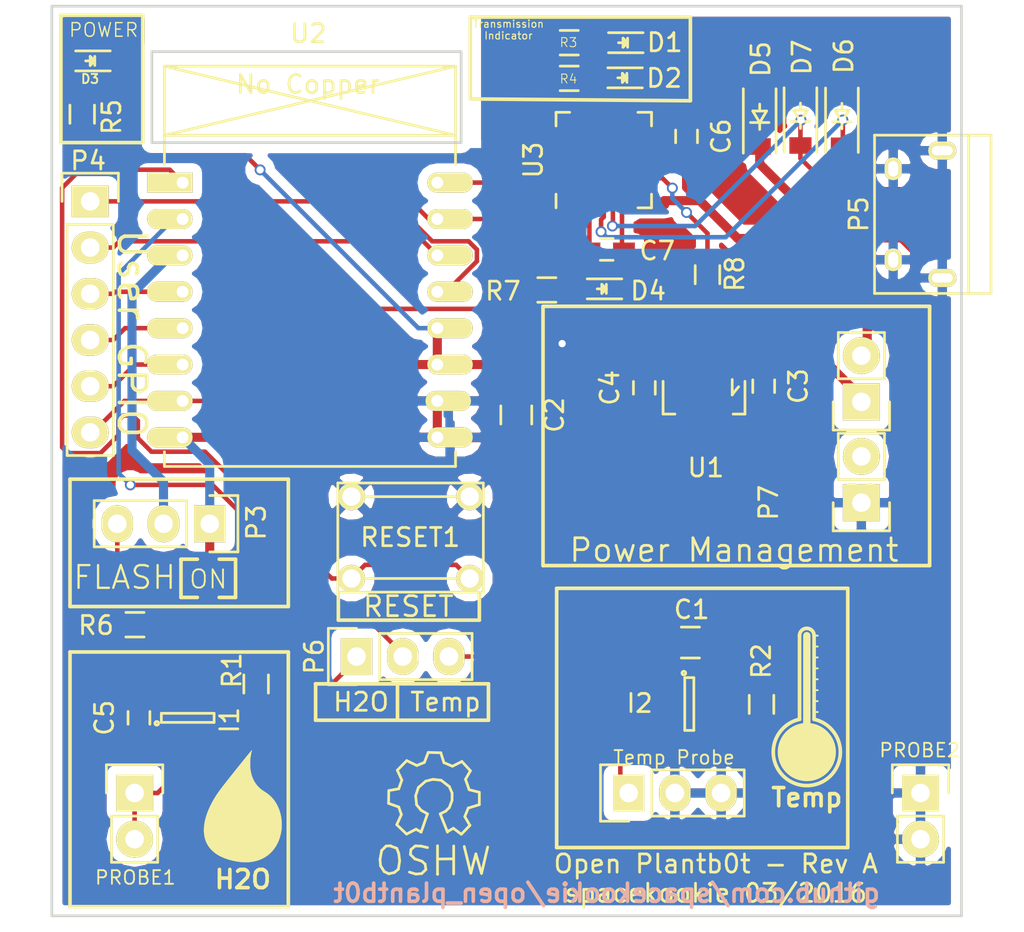
<source format=kicad_pcb>
(kicad_pcb (version 4) (host pcbnew 4.0.2-1.fc23-product)

  (general
    (links 89)
    (no_connects 2)
    (area 149.924999 49.924999 200.075001 100.075001)
    (thickness 1.6)
    (drawings 60)
    (tracks 266)
    (zones 0)
    (modules 40)
    (nets 29)
  )

  (page A4)
  (layers
    (0 F.Cu signal)
    (31 B.Cu signal)
    (32 B.Adhes user)
    (33 F.Adhes user)
    (34 B.Paste user)
    (35 F.Paste user)
    (36 B.SilkS user)
    (37 F.SilkS user)
    (38 B.Mask user)
    (39 F.Mask user)
    (40 Dwgs.User user)
    (41 Cmts.User user)
    (42 Eco1.User user)
    (43 Eco2.User user)
    (44 Edge.Cuts user)
    (45 Margin user)
    (46 B.CrtYd user)
    (47 F.CrtYd user)
    (48 B.Fab user)
    (49 F.Fab user)
  )

  (setup
    (last_trace_width 0.25)
    (user_trace_width 0.5)
    (trace_clearance 0.1)
    (zone_clearance 0.508)
    (zone_45_only no)
    (trace_min 0.05)
    (segment_width 0.2)
    (edge_width 0.15)
    (via_size 0.6)
    (via_drill 0.4)
    (via_min_size 0.1)
    (via_min_drill 0.2)
    (uvia_size 0.3)
    (uvia_drill 0.1)
    (uvias_allowed no)
    (uvia_min_size 0.2)
    (uvia_min_drill 0.1)
    (pcb_text_width 0.3)
    (pcb_text_size 1.5 1.5)
    (mod_edge_width 0.15)
    (mod_text_size 1 1)
    (mod_text_width 0.15)
    (pad_size 1.524 1.524)
    (pad_drill 0.762)
    (pad_to_mask_clearance 0.2)
    (aux_axis_origin 0 0)
    (visible_elements FFFEFF7F)
    (pcbplotparams
      (layerselection 0x00030_80000001)
      (usegerberextensions false)
      (excludeedgelayer true)
      (linewidth 0.100000)
      (plotframeref false)
      (viasonmask false)
      (mode 1)
      (useauxorigin false)
      (hpglpennumber 1)
      (hpglpenspeed 20)
      (hpglpendiameter 15)
      (hpglpenoverlay 2)
      (psnegative false)
      (psa4output false)
      (plotreference true)
      (plotvalue true)
      (plotinvisibletext false)
      (padsonsilk false)
      (subtractmaskfromsilk false)
      (outputformat 1)
      (mirror false)
      (drillshape 1)
      (scaleselection 1)
      (outputdirectory ""))
  )

  (net 0 "")
  (net 1 +3V3)
  (net 2 GND)
  (net 3 "Net-(D1-Pad2)")
  (net 4 "Net-(D2-Pad2)")
  (net 5 "Net-(D3-Pad2)")
  (net 6 "Net-(D4-Pad2)")
  (net 7 +5V)
  (net 8 "Net-(D6-Pad1)")
  (net 9 "Net-(D7-Pad1)")
  (net 10 /H2O_PROBE)
  (net 11 "Net-(I1-Pad4)")
  (net 12 /TEMP_PROBE)
  (net 13 "Net-(I2-Pad4)")
  (net 14 /CH_PD)
  (net 15 "Net-(P3-Pad3)")
  (net 16 /IO_4)
  (net 17 /IO_5)
  (net 18 /IO_16)
  (net 19 /IO_14)
  (net 20 /IO_12)
  (net 21 /IO_13)
  (net 22 /TX_D)
  (net 23 /RX_D)
  (net 24 "Net-(R8-Pad1)")
  (net 25 /RES)
  (net 26 "Net-(C3-Pad1)")
  (net 27 /CURR_PROBE)
  (net 28 "Net-(C7-Pad2)")

  (net_class Default "This is the default net class."
    (clearance 0.1)
    (trace_width 0.25)
    (via_dia 0.6)
    (via_drill 0.4)
    (uvia_dia 0.3)
    (uvia_drill 0.1)
    (add_net +3V3)
    (add_net +5V)
    (add_net /CH_PD)
    (add_net /CURR_PROBE)
    (add_net /H2O_PROBE)
    (add_net /IO_12)
    (add_net /IO_13)
    (add_net /IO_14)
    (add_net /IO_16)
    (add_net /IO_4)
    (add_net /IO_5)
    (add_net /RES)
    (add_net /RX_D)
    (add_net /TEMP_PROBE)
    (add_net /TX_D)
    (add_net GND)
    (add_net "Net-(C3-Pad1)")
    (add_net "Net-(C7-Pad2)")
    (add_net "Net-(D1-Pad2)")
    (add_net "Net-(D2-Pad2)")
    (add_net "Net-(D3-Pad2)")
    (add_net "Net-(D4-Pad2)")
    (add_net "Net-(D6-Pad1)")
    (add_net "Net-(D7-Pad1)")
    (add_net "Net-(I1-Pad4)")
    (add_net "Net-(I2-Pad4)")
    (add_net "Net-(P3-Pad3)")
    (add_net "Net-(R8-Pad1)")
  )

  (module Capacitors_SMD:C_0805_HandSoldering (layer F.Cu) (tedit 541A9B8D) (tstamp 56FBE491)
    (at 185.1 84.98 180)
    (descr "Capacitor SMD 0805, hand soldering")
    (tags "capacitor 0805")
    (path /56FA6AD7)
    (attr smd)
    (fp_text reference C1 (at -0.07 1.81 180) (layer F.SilkS)
      (effects (font (size 1 1) (thickness 0.15)))
    )
    (fp_text value 0.1µF (at 0 2.1 180) (layer F.Fab)
      (effects (font (size 1 1) (thickness 0.15)))
    )
    (fp_line (start -2.3 -1) (end 2.3 -1) (layer F.CrtYd) (width 0.05))
    (fp_line (start -2.3 1) (end 2.3 1) (layer F.CrtYd) (width 0.05))
    (fp_line (start -2.3 -1) (end -2.3 1) (layer F.CrtYd) (width 0.05))
    (fp_line (start 2.3 -1) (end 2.3 1) (layer F.CrtYd) (width 0.05))
    (fp_line (start 0.5 -0.85) (end -0.5 -0.85) (layer F.SilkS) (width 0.15))
    (fp_line (start -0.5 0.85) (end 0.5 0.85) (layer F.SilkS) (width 0.15))
    (pad 1 smd rect (at -1.25 0 180) (size 1.5 1.25) (layers F.Cu F.Paste F.Mask)
      (net 1 +3V3))
    (pad 2 smd rect (at 1.25 0 180) (size 1.5 1.25) (layers F.Cu F.Paste F.Mask)
      (net 2 GND))
    (model Capacitors_SMD.3dshapes/C_0805_HandSoldering.wrl
      (at (xyz 0 0 0))
      (scale (xyz 1 1 1))
      (rotate (xyz 0 0 0))
    )
  )

  (module Capacitors_SMD:C_0805_HandSoldering (layer F.Cu) (tedit 541A9B8D) (tstamp 56FBE497)
    (at 175.53 72.47 270)
    (descr "Capacitor SMD 0805, hand soldering")
    (tags "capacitor 0805")
    (path /56FA7290)
    (attr smd)
    (fp_text reference C2 (at 0 -2.1 270) (layer F.SilkS)
      (effects (font (size 1 1) (thickness 0.15)))
    )
    (fp_text value 0.1µF (at 0 2.1 270) (layer F.Fab)
      (effects (font (size 1 1) (thickness 0.15)))
    )
    (fp_line (start -2.3 -1) (end 2.3 -1) (layer F.CrtYd) (width 0.05))
    (fp_line (start -2.3 1) (end 2.3 1) (layer F.CrtYd) (width 0.05))
    (fp_line (start -2.3 -1) (end -2.3 1) (layer F.CrtYd) (width 0.05))
    (fp_line (start 2.3 -1) (end 2.3 1) (layer F.CrtYd) (width 0.05))
    (fp_line (start 0.5 -0.85) (end -0.5 -0.85) (layer F.SilkS) (width 0.15))
    (fp_line (start -0.5 0.85) (end 0.5 0.85) (layer F.SilkS) (width 0.15))
    (pad 1 smd rect (at -1.25 0 270) (size 1.5 1.25) (layers F.Cu F.Paste F.Mask)
      (net 1 +3V3))
    (pad 2 smd rect (at 1.25 0 270) (size 1.5 1.25) (layers F.Cu F.Paste F.Mask)
      (net 2 GND))
    (model Capacitors_SMD.3dshapes/C_0805_HandSoldering.wrl
      (at (xyz 0 0 0))
      (scale (xyz 1 1 1))
      (rotate (xyz 0 0 0))
    )
  )

  (module LEDs:LED-0603 (layer F.Cu) (tedit 55BDE255) (tstamp 56FBE49D)
    (at 181.4 52.01 180)
    (descr "LED 0603 smd package")
    (tags "LED led 0603 SMD smd SMT smt smdled SMDLED smtled SMTLED")
    (path /56FBBF50)
    (attr smd)
    (fp_text reference D1 (at -2.29 0.01 180) (layer F.SilkS)
      (effects (font (size 1 1) (thickness 0.15)))
    )
    (fp_text value LED (at 0 1.5 180) (layer F.Fab)
      (effects (font (size 1 1) (thickness 0.15)))
    )
    (fp_line (start -1.1 0.55) (end 0.8 0.55) (layer F.SilkS) (width 0.15))
    (fp_line (start -1.1 -0.55) (end 0.8 -0.55) (layer F.SilkS) (width 0.15))
    (fp_line (start -0.2 0) (end 0.25 0) (layer F.SilkS) (width 0.15))
    (fp_line (start -0.25 -0.25) (end -0.25 0.25) (layer F.SilkS) (width 0.15))
    (fp_line (start -0.25 0) (end 0 -0.25) (layer F.SilkS) (width 0.15))
    (fp_line (start 0 -0.25) (end 0 0.25) (layer F.SilkS) (width 0.15))
    (fp_line (start 0 0.25) (end -0.25 0) (layer F.SilkS) (width 0.15))
    (fp_line (start 1.4 -0.75) (end 1.4 0.75) (layer F.CrtYd) (width 0.05))
    (fp_line (start 1.4 0.75) (end -1.4 0.75) (layer F.CrtYd) (width 0.05))
    (fp_line (start -1.4 0.75) (end -1.4 -0.75) (layer F.CrtYd) (width 0.05))
    (fp_line (start -1.4 -0.75) (end 1.4 -0.75) (layer F.CrtYd) (width 0.05))
    (pad 2 smd rect (at 0.7493 0) (size 0.79756 0.79756) (layers F.Cu F.Paste F.Mask)
      (net 3 "Net-(D1-Pad2)"))
    (pad 1 smd rect (at -0.7493 0) (size 0.79756 0.79756) (layers F.Cu F.Paste F.Mask)
      (net 2 GND))
    (model ../../../../../home/spacekookie/Documents/Electronics/libraries/extern/kicad-library/modules/packages3d/LEDs.3dshapes/LED_0603.wrl
      (at (xyz 0 0 0))
      (scale (xyz 1 1 1))
      (rotate (xyz 0 0 0))
    )
  )

  (module LEDs:LED-0603 (layer F.Cu) (tedit 55BDE255) (tstamp 56FBE4A3)
    (at 181.36 53.94 180)
    (descr "LED 0603 smd package")
    (tags "LED led 0603 SMD smd SMT smt smdled SMDLED smtled SMTLED")
    (path /56FBBEE7)
    (attr smd)
    (fp_text reference D2 (at -2.3 -0.02 180) (layer F.SilkS)
      (effects (font (size 1 1) (thickness 0.15)))
    )
    (fp_text value LED (at 0 1.5 180) (layer F.Fab)
      (effects (font (size 1 1) (thickness 0.15)))
    )
    (fp_line (start -1.1 0.55) (end 0.8 0.55) (layer F.SilkS) (width 0.15))
    (fp_line (start -1.1 -0.55) (end 0.8 -0.55) (layer F.SilkS) (width 0.15))
    (fp_line (start -0.2 0) (end 0.25 0) (layer F.SilkS) (width 0.15))
    (fp_line (start -0.25 -0.25) (end -0.25 0.25) (layer F.SilkS) (width 0.15))
    (fp_line (start -0.25 0) (end 0 -0.25) (layer F.SilkS) (width 0.15))
    (fp_line (start 0 -0.25) (end 0 0.25) (layer F.SilkS) (width 0.15))
    (fp_line (start 0 0.25) (end -0.25 0) (layer F.SilkS) (width 0.15))
    (fp_line (start 1.4 -0.75) (end 1.4 0.75) (layer F.CrtYd) (width 0.05))
    (fp_line (start 1.4 0.75) (end -1.4 0.75) (layer F.CrtYd) (width 0.05))
    (fp_line (start -1.4 0.75) (end -1.4 -0.75) (layer F.CrtYd) (width 0.05))
    (fp_line (start -1.4 -0.75) (end 1.4 -0.75) (layer F.CrtYd) (width 0.05))
    (pad 2 smd rect (at 0.7493 0) (size 0.79756 0.79756) (layers F.Cu F.Paste F.Mask)
      (net 4 "Net-(D2-Pad2)"))
    (pad 1 smd rect (at -0.7493 0) (size 0.79756 0.79756) (layers F.Cu F.Paste F.Mask)
      (net 2 GND))
    (model ../../../../../home/spacekookie/Documents/Electronics/libraries/extern/kicad-library/modules/packages3d/LEDs.3dshapes/LED_0603.wrl
      (at (xyz 0 0 0))
      (scale (xyz 1 1 1))
      (rotate (xyz 0 0 0))
    )
  )

  (module LEDs:LED-0603 (layer F.Cu) (tedit 56FA3C12) (tstamp 56FBE4A9)
    (at 152.1107 53.01 180)
    (descr "LED 0603 smd package")
    (tags "LED led 0603 SMD smd SMT smt smdled SMDLED smtled SMTLED")
    (path /56FC5990)
    (attr smd)
    (fp_text reference D3 (at 0.0107 -0.99 180) (layer F.SilkS)
      (effects (font (size 0.5 0.5) (thickness 0.1)))
    )
    (fp_text value LED (at 0 1.5 180) (layer F.Fab)
      (effects (font (size 1 1) (thickness 0.15)))
    )
    (fp_line (start -1.1 0.55) (end 0.8 0.55) (layer F.SilkS) (width 0.15))
    (fp_line (start -1.1 -0.55) (end 0.8 -0.55) (layer F.SilkS) (width 0.15))
    (fp_line (start -0.2 0) (end 0.25 0) (layer F.SilkS) (width 0.15))
    (fp_line (start -0.25 -0.25) (end -0.25 0.25) (layer F.SilkS) (width 0.15))
    (fp_line (start -0.25 0) (end 0 -0.25) (layer F.SilkS) (width 0.15))
    (fp_line (start 0 -0.25) (end 0 0.25) (layer F.SilkS) (width 0.15))
    (fp_line (start 0 0.25) (end -0.25 0) (layer F.SilkS) (width 0.15))
    (fp_line (start 1.4 -0.75) (end 1.4 0.75) (layer F.CrtYd) (width 0.05))
    (fp_line (start 1.4 0.75) (end -1.4 0.75) (layer F.CrtYd) (width 0.05))
    (fp_line (start -1.4 0.75) (end -1.4 -0.75) (layer F.CrtYd) (width 0.05))
    (fp_line (start -1.4 -0.75) (end 1.4 -0.75) (layer F.CrtYd) (width 0.05))
    (pad 2 smd rect (at 0.7493 0) (size 0.79756 0.79756) (layers F.Cu F.Paste F.Mask)
      (net 5 "Net-(D3-Pad2)"))
    (pad 1 smd rect (at -0.7493 0) (size 0.79756 0.79756) (layers F.Cu F.Paste F.Mask)
      (net 2 GND))
    (model ../../../../../home/spacekookie/Documents/Electronics/libraries/extern/kicad-library/modules/packages3d/LEDs.3dshapes/LED_0603.wrl
      (at (xyz 0 0 0))
      (scale (xyz 1 1 1))
      (rotate (xyz 0 0 0))
    )
  )

  (module LEDs:LED-0603 (layer F.Cu) (tedit 55BDE255) (tstamp 56FBE4AF)
    (at 180.23 65.54 180)
    (descr "LED 0603 smd package")
    (tags "LED led 0603 SMD smd SMT smt smdled SMDLED smtled SMTLED")
    (path /56F9BE9C)
    (attr smd)
    (fp_text reference D4 (at -2.55 -0.11 180) (layer F.SilkS)
      (effects (font (size 1 1) (thickness 0.15)))
    )
    (fp_text value LED (at 0 1.5 180) (layer F.Fab)
      (effects (font (size 1 1) (thickness 0.15)))
    )
    (fp_line (start -1.1 0.55) (end 0.8 0.55) (layer F.SilkS) (width 0.15))
    (fp_line (start -1.1 -0.55) (end 0.8 -0.55) (layer F.SilkS) (width 0.15))
    (fp_line (start -0.2 0) (end 0.25 0) (layer F.SilkS) (width 0.15))
    (fp_line (start -0.25 -0.25) (end -0.25 0.25) (layer F.SilkS) (width 0.15))
    (fp_line (start -0.25 0) (end 0 -0.25) (layer F.SilkS) (width 0.15))
    (fp_line (start 0 -0.25) (end 0 0.25) (layer F.SilkS) (width 0.15))
    (fp_line (start 0 0.25) (end -0.25 0) (layer F.SilkS) (width 0.15))
    (fp_line (start 1.4 -0.75) (end 1.4 0.75) (layer F.CrtYd) (width 0.05))
    (fp_line (start 1.4 0.75) (end -1.4 0.75) (layer F.CrtYd) (width 0.05))
    (fp_line (start -1.4 0.75) (end -1.4 -0.75) (layer F.CrtYd) (width 0.05))
    (fp_line (start -1.4 -0.75) (end 1.4 -0.75) (layer F.CrtYd) (width 0.05))
    (pad 2 smd rect (at 0.7493 0) (size 0.79756 0.79756) (layers F.Cu F.Paste F.Mask)
      (net 6 "Net-(D4-Pad2)"))
    (pad 1 smd rect (at -0.7493 0) (size 0.79756 0.79756) (layers F.Cu F.Paste F.Mask)
      (net 2 GND))
    (model ../../../../../home/spacekookie/Documents/Electronics/libraries/extern/kicad-library/modules/packages3d/LEDs.3dshapes/LED_0603.wrl
      (at (xyz 0 0 0))
      (scale (xyz 1 1 1))
      (rotate (xyz 0 0 0))
    )
  )

  (module Diodes_SMD:SOD-123 (layer F.Cu) (tedit 5530FCB9) (tstamp 56FBE4B5)
    (at 188.91 56.08 90)
    (descr SOD-123)
    (tags SOD-123)
    (path /56F96C69)
    (attr smd)
    (fp_text reference D5 (at 3.17 0.06 90) (layer F.SilkS)
      (effects (font (size 1 1) (thickness 0.15)))
    )
    (fp_text value ZENER (at 0 2.1 90) (layer F.Fab)
      (effects (font (size 1 1) (thickness 0.15)))
    )
    (fp_line (start 0.3175 0) (end 0.6985 0) (layer F.SilkS) (width 0.15))
    (fp_line (start -0.6985 0) (end -0.3175 0) (layer F.SilkS) (width 0.15))
    (fp_line (start -0.3175 0) (end 0.3175 -0.381) (layer F.SilkS) (width 0.15))
    (fp_line (start 0.3175 -0.381) (end 0.3175 0.381) (layer F.SilkS) (width 0.15))
    (fp_line (start 0.3175 0.381) (end -0.3175 0) (layer F.SilkS) (width 0.15))
    (fp_line (start -0.3175 -0.508) (end -0.3175 0.508) (layer F.SilkS) (width 0.15))
    (fp_line (start -2.25 -1.05) (end 2.25 -1.05) (layer F.CrtYd) (width 0.05))
    (fp_line (start 2.25 -1.05) (end 2.25 1.05) (layer F.CrtYd) (width 0.05))
    (fp_line (start 2.25 1.05) (end -2.25 1.05) (layer F.CrtYd) (width 0.05))
    (fp_line (start -2.25 -1.05) (end -2.25 1.05) (layer F.CrtYd) (width 0.05))
    (fp_line (start -2 0.9) (end 1.54 0.9) (layer F.SilkS) (width 0.15))
    (fp_line (start -2 -0.9) (end 1.54 -0.9) (layer F.SilkS) (width 0.15))
    (pad 1 smd rect (at -1.635 0 90) (size 0.91 1.22) (layers F.Cu F.Paste F.Mask)
      (net 7 +5V))
    (pad 2 smd rect (at 1.635 0 90) (size 0.91 1.22) (layers F.Cu F.Paste F.Mask)
      (net 2 GND))
    (model ../../../../../home/spacekookie/Documents/Electronics/libraries/extern/kicad-library/modules/packages3d/Diodes_SMD.3dshapes/SMC_Standard.wrl
      (at (xyz 0 0 0))
      (scale (xyz 0.11 0.11 0.11))
      (rotate (xyz 0 0 0))
    )
  )

  (module Diodes_SMD:SOD-123 (layer F.Cu) (tedit 5530FCB9) (tstamp 56FBE4BB)
    (at 193.43 56.04 90)
    (descr SOD-123)
    (tags SOD-123)
    (path /56F96DCD)
    (attr smd)
    (fp_text reference D6 (at 3.3 0.1 90) (layer F.SilkS)
      (effects (font (size 1 1) (thickness 0.15)))
    )
    (fp_text value ZENER (at 0 2.1 90) (layer F.Fab)
      (effects (font (size 1 1) (thickness 0.15)))
    )
    (fp_line (start 0.3175 0) (end 0.6985 0) (layer F.SilkS) (width 0.15))
    (fp_line (start -0.6985 0) (end -0.3175 0) (layer F.SilkS) (width 0.15))
    (fp_line (start -0.3175 0) (end 0.3175 -0.381) (layer F.SilkS) (width 0.15))
    (fp_line (start 0.3175 -0.381) (end 0.3175 0.381) (layer F.SilkS) (width 0.15))
    (fp_line (start 0.3175 0.381) (end -0.3175 0) (layer F.SilkS) (width 0.15))
    (fp_line (start -0.3175 -0.508) (end -0.3175 0.508) (layer F.SilkS) (width 0.15))
    (fp_line (start -2.25 -1.05) (end 2.25 -1.05) (layer F.CrtYd) (width 0.05))
    (fp_line (start 2.25 -1.05) (end 2.25 1.05) (layer F.CrtYd) (width 0.05))
    (fp_line (start 2.25 1.05) (end -2.25 1.05) (layer F.CrtYd) (width 0.05))
    (fp_line (start -2.25 -1.05) (end -2.25 1.05) (layer F.CrtYd) (width 0.05))
    (fp_line (start -2 0.9) (end 1.54 0.9) (layer F.SilkS) (width 0.15))
    (fp_line (start -2 -0.9) (end 1.54 -0.9) (layer F.SilkS) (width 0.15))
    (pad 1 smd rect (at -1.635 0 90) (size 0.91 1.22) (layers F.Cu F.Paste F.Mask)
      (net 8 "Net-(D6-Pad1)"))
    (pad 2 smd rect (at 1.635 0 90) (size 0.91 1.22) (layers F.Cu F.Paste F.Mask)
      (net 2 GND))
    (model ../../../../../home/spacekookie/Documents/Electronics/libraries/extern/kicad-library/modules/packages3d/Diodes_SMD.3dshapes/SMC_Standard.wrl
      (at (xyz 0 0 0))
      (scale (xyz 0.11 0.11 0.11))
      (rotate (xyz 0 0 0))
    )
  )

  (module Diodes_SMD:SOD-123 (layer F.Cu) (tedit 5530FCB9) (tstamp 56FBE4C1)
    (at 191.15 56.025 90)
    (descr SOD-123)
    (tags SOD-123)
    (path /56F96EF4)
    (attr smd)
    (fp_text reference D7 (at 3.215 0.08 90) (layer F.SilkS)
      (effects (font (size 1 1) (thickness 0.15)))
    )
    (fp_text value ZENER (at 0 2.1 90) (layer F.Fab)
      (effects (font (size 1 1) (thickness 0.15)))
    )
    (fp_line (start 0.3175 0) (end 0.6985 0) (layer F.SilkS) (width 0.15))
    (fp_line (start -0.6985 0) (end -0.3175 0) (layer F.SilkS) (width 0.15))
    (fp_line (start -0.3175 0) (end 0.3175 -0.381) (layer F.SilkS) (width 0.15))
    (fp_line (start 0.3175 -0.381) (end 0.3175 0.381) (layer F.SilkS) (width 0.15))
    (fp_line (start 0.3175 0.381) (end -0.3175 0) (layer F.SilkS) (width 0.15))
    (fp_line (start -0.3175 -0.508) (end -0.3175 0.508) (layer F.SilkS) (width 0.15))
    (fp_line (start -2.25 -1.05) (end 2.25 -1.05) (layer F.CrtYd) (width 0.05))
    (fp_line (start 2.25 -1.05) (end 2.25 1.05) (layer F.CrtYd) (width 0.05))
    (fp_line (start 2.25 1.05) (end -2.25 1.05) (layer F.CrtYd) (width 0.05))
    (fp_line (start -2.25 -1.05) (end -2.25 1.05) (layer F.CrtYd) (width 0.05))
    (fp_line (start -2 0.9) (end 1.54 0.9) (layer F.SilkS) (width 0.15))
    (fp_line (start -2 -0.9) (end 1.54 -0.9) (layer F.SilkS) (width 0.15))
    (pad 1 smd rect (at -1.635 0 90) (size 0.91 1.22) (layers F.Cu F.Paste F.Mask)
      (net 9 "Net-(D7-Pad1)"))
    (pad 2 smd rect (at 1.635 0 90) (size 0.91 1.22) (layers F.Cu F.Paste F.Mask)
      (net 2 GND))
    (model ../../../../../home/spacekookie/Documents/Electronics/libraries/extern/kicad-library/modules/packages3d/Diodes_SMD.3dshapes/SMC_Standard.wrl
      (at (xyz 0 0 0))
      (scale (xyz 0.11 0.11 0.11))
      (rotate (xyz 0 0 0))
    )
  )

  (module Capacitors_SMD:C_0603_HandSoldering (layer F.Cu) (tedit 541A9B4D) (tstamp 56FBE4C7)
    (at 154.79 89.12 90)
    (descr "Capacitor SMD 0603, hand soldering")
    (tags "capacitor 0603")
    (path /56FA7F9D)
    (attr smd)
    (fp_text reference C5 (at 0 -1.9 90) (layer F.SilkS)
      (effects (font (size 1 1) (thickness 0.15)))
    )
    (fp_text value 0.1µF (at 0 1.9 90) (layer F.Fab)
      (effects (font (size 1 1) (thickness 0.15)))
    )
    (fp_line (start -1.85 -0.75) (end 1.85 -0.75) (layer F.CrtYd) (width 0.05))
    (fp_line (start -1.85 0.75) (end 1.85 0.75) (layer F.CrtYd) (width 0.05))
    (fp_line (start -1.85 -0.75) (end -1.85 0.75) (layer F.CrtYd) (width 0.05))
    (fp_line (start 1.85 -0.75) (end 1.85 0.75) (layer F.CrtYd) (width 0.05))
    (fp_line (start -0.35 -0.6) (end 0.35 -0.6) (layer F.SilkS) (width 0.15))
    (fp_line (start 0.35 0.6) (end -0.35 0.6) (layer F.SilkS) (width 0.15))
    (pad 1 smd rect (at -0.95 0 90) (size 1.2 0.75) (layers F.Cu F.Paste F.Mask)
      (net 2 GND))
    (pad 2 smd rect (at 0.95 0 90) (size 1.2 0.75) (layers F.Cu F.Paste F.Mask)
      (net 1 +3V3))
    (model Capacitors_SMD.3dshapes/C_0603_HandSoldering.wrl
      (at (xyz 0 0 0))
      (scale (xyz 1 1 1))
      (rotate (xyz 0 0 0))
    )
  )

  (module Capacitors_SMD:C_0603_HandSoldering (layer F.Cu) (tedit 541A9B4D) (tstamp 56FBE4CD)
    (at 184.89 57.16 270)
    (descr "Capacitor SMD 0603, hand soldering")
    (tags "capacitor 0603")
    (path /56FA01BB)
    (attr smd)
    (fp_text reference C6 (at 0 -1.9 270) (layer F.SilkS)
      (effects (font (size 1 1) (thickness 0.15)))
    )
    (fp_text value 0.1µF (at 0 1.9 270) (layer F.Fab)
      (effects (font (size 1 1) (thickness 0.15)))
    )
    (fp_line (start -1.85 -0.75) (end 1.85 -0.75) (layer F.CrtYd) (width 0.05))
    (fp_line (start -1.85 0.75) (end 1.85 0.75) (layer F.CrtYd) (width 0.05))
    (fp_line (start -1.85 -0.75) (end -1.85 0.75) (layer F.CrtYd) (width 0.05))
    (fp_line (start 1.85 -0.75) (end 1.85 0.75) (layer F.CrtYd) (width 0.05))
    (fp_line (start -0.35 -0.6) (end 0.35 -0.6) (layer F.SilkS) (width 0.15))
    (fp_line (start 0.35 0.6) (end -0.35 0.6) (layer F.SilkS) (width 0.15))
    (pad 1 smd rect (at -0.95 0 270) (size 1.2 0.75) (layers F.Cu F.Paste F.Mask)
      (net 2 GND))
    (pad 2 smd rect (at 0.95 0 270) (size 1.2 0.75) (layers F.Cu F.Paste F.Mask)
      (net 7 +5V))
    (model Capacitors_SMD.3dshapes/C_0603_HandSoldering.wrl
      (at (xyz 0 0 0))
      (scale (xyz 1 1 1))
      (rotate (xyz 0 0 0))
    )
  )

  (module Capacitors_SMD:C_0603_HandSoldering (layer F.Cu) (tedit 541A9B4D) (tstamp 56FBE4D3)
    (at 180.5 63.37)
    (descr "Capacitor SMD 0603, hand soldering")
    (tags "capacitor 0603")
    (path /56FA59F0)
    (attr smd)
    (fp_text reference C7 (at 2.78 0.08) (layer F.SilkS)
      (effects (font (size 1 1) (thickness 0.15)))
    )
    (fp_text value 0.1µF (at 0 1.9) (layer F.Fab)
      (effects (font (size 1 1) (thickness 0.15)))
    )
    (fp_line (start -1.85 -0.75) (end 1.85 -0.75) (layer F.CrtYd) (width 0.05))
    (fp_line (start -1.85 0.75) (end 1.85 0.75) (layer F.CrtYd) (width 0.05))
    (fp_line (start -1.85 -0.75) (end -1.85 0.75) (layer F.CrtYd) (width 0.05))
    (fp_line (start 1.85 -0.75) (end 1.85 0.75) (layer F.CrtYd) (width 0.05))
    (fp_line (start -0.35 -0.6) (end 0.35 -0.6) (layer F.SilkS) (width 0.15))
    (fp_line (start 0.35 0.6) (end -0.35 0.6) (layer F.SilkS) (width 0.15))
    (pad 1 smd rect (at -0.95 0) (size 1.2 0.75) (layers F.Cu F.Paste F.Mask)
      (net 2 GND))
    (pad 2 smd rect (at 0.95 0) (size 1.2 0.75) (layers F.Cu F.Paste F.Mask)
      (net 28 "Net-(C7-Pad2)"))
    (model Capacitors_SMD.3dshapes/C_0603_HandSoldering.wrl
      (at (xyz 0 0 0))
      (scale (xyz 1 1 1))
      (rotate (xyz 0 0 0))
    )
  )

  (module Pin_Headers:Pin_Header_Straight_1x02 (layer F.Cu) (tedit 56FA3F5D) (tstamp 56FBE4E4)
    (at 154.55 93.25)
    (descr "Through hole pin header")
    (tags "pin header")
    (path /56F9C7E5)
    (fp_text reference PROBE1 (at 0.04 4.65) (layer F.SilkS)
      (effects (font (size 0.75 0.75) (thickness 0.1)))
    )
    (fp_text value CONN_01X02 (at 0 -3.1) (layer F.Fab)
      (effects (font (size 1 1) (thickness 0.15)))
    )
    (fp_line (start 1.27 1.27) (end 1.27 3.81) (layer F.SilkS) (width 0.15))
    (fp_line (start 1.55 -1.55) (end 1.55 0) (layer F.SilkS) (width 0.15))
    (fp_line (start -1.75 -1.75) (end -1.75 4.3) (layer F.CrtYd) (width 0.05))
    (fp_line (start 1.75 -1.75) (end 1.75 4.3) (layer F.CrtYd) (width 0.05))
    (fp_line (start -1.75 -1.75) (end 1.75 -1.75) (layer F.CrtYd) (width 0.05))
    (fp_line (start -1.75 4.3) (end 1.75 4.3) (layer F.CrtYd) (width 0.05))
    (fp_line (start 1.27 1.27) (end -1.27 1.27) (layer F.SilkS) (width 0.15))
    (fp_line (start -1.55 0) (end -1.55 -1.55) (layer F.SilkS) (width 0.15))
    (fp_line (start -1.55 -1.55) (end 1.55 -1.55) (layer F.SilkS) (width 0.15))
    (fp_line (start -1.27 1.27) (end -1.27 3.81) (layer F.SilkS) (width 0.15))
    (fp_line (start -1.27 3.81) (end 1.27 3.81) (layer F.SilkS) (width 0.15))
    (pad 1 thru_hole rect (at 0 0) (size 2.032 2.032) (drill 1.016) (layers *.Cu *.Mask F.SilkS)
      (net 10 /H2O_PROBE))
    (pad 2 thru_hole oval (at 0 2.54) (size 2.032 2.032) (drill 1.016) (layers *.Cu *.Mask F.SilkS)
      (net 10 /H2O_PROBE))
    (model Pin_Headers.3dshapes/Pin_Header_Straight_1x02.wrl
      (at (xyz 0 -0.05 0))
      (scale (xyz 1 1 1))
      (rotate (xyz 0 0 90))
    )
  )

  (module Pin_Headers:Pin_Header_Straight_1x02 (layer F.Cu) (tedit 56FA3F69) (tstamp 56FBE4F5)
    (at 197.75 93.25)
    (descr "Through hole pin header")
    (tags "pin header")
    (path /56F9CD87)
    (fp_text reference PROBE2 (at -0.05 -2.35) (layer F.SilkS)
      (effects (font (size 0.75 0.75) (thickness 0.1)))
    )
    (fp_text value CONN_01X02 (at 0 -3.1) (layer F.Fab)
      (effects (font (size 1 1) (thickness 0.15)))
    )
    (fp_line (start 1.27 1.27) (end 1.27 3.81) (layer F.SilkS) (width 0.15))
    (fp_line (start 1.55 -1.55) (end 1.55 0) (layer F.SilkS) (width 0.15))
    (fp_line (start -1.75 -1.75) (end -1.75 4.3) (layer F.CrtYd) (width 0.05))
    (fp_line (start 1.75 -1.75) (end 1.75 4.3) (layer F.CrtYd) (width 0.05))
    (fp_line (start -1.75 -1.75) (end 1.75 -1.75) (layer F.CrtYd) (width 0.05))
    (fp_line (start -1.75 4.3) (end 1.75 4.3) (layer F.CrtYd) (width 0.05))
    (fp_line (start 1.27 1.27) (end -1.27 1.27) (layer F.SilkS) (width 0.15))
    (fp_line (start -1.55 0) (end -1.55 -1.55) (layer F.SilkS) (width 0.15))
    (fp_line (start -1.55 -1.55) (end 1.55 -1.55) (layer F.SilkS) (width 0.15))
    (fp_line (start -1.27 1.27) (end -1.27 3.81) (layer F.SilkS) (width 0.15))
    (fp_line (start -1.27 3.81) (end 1.27 3.81) (layer F.SilkS) (width 0.15))
    (pad 1 thru_hole rect (at 0 0) (size 2.032 2.032) (drill 1.016) (layers *.Cu *.Mask F.SilkS)
      (net 2 GND))
    (pad 2 thru_hole oval (at 0 2.54) (size 2.032 2.032) (drill 1.016) (layers *.Cu *.Mask F.SilkS)
      (net 2 GND))
    (model Pin_Headers.3dshapes/Pin_Header_Straight_1x02.wrl
      (at (xyz 0 -0.05 0))
      (scale (xyz 1 1 1))
      (rotate (xyz 0 0 90))
    )
  )

  (module Housings_SOT-23_SOT-143_TSOT-6:SOT-23-5 (layer F.Cu) (tedit 55360473) (tstamp 56FBE4FE)
    (at 157.47 89.12 90)
    (descr "5-pin SOT23 package")
    (tags SOT-23-5)
    (path /56F935BE)
    (attr smd)
    (fp_text reference I1 (at -0.13 2.3 90) (layer F.SilkS)
      (effects (font (size 1 1) (thickness 0.15)))
    )
    (fp_text value NXP_PSSI2021SAY (at -0.05 2.35 90) (layer F.Fab)
      (effects (font (size 1 1) (thickness 0.15)))
    )
    (fp_line (start -1.8 -1.6) (end 1.8 -1.6) (layer F.CrtYd) (width 0.05))
    (fp_line (start 1.8 -1.6) (end 1.8 1.6) (layer F.CrtYd) (width 0.05))
    (fp_line (start 1.8 1.6) (end -1.8 1.6) (layer F.CrtYd) (width 0.05))
    (fp_line (start -1.8 1.6) (end -1.8 -1.6) (layer F.CrtYd) (width 0.05))
    (fp_circle (center -0.3 -1.7) (end -0.2 -1.7) (layer F.SilkS) (width 0.15))
    (fp_line (start 0.25 -1.45) (end -0.25 -1.45) (layer F.SilkS) (width 0.15))
    (fp_line (start 0.25 1.45) (end 0.25 -1.45) (layer F.SilkS) (width 0.15))
    (fp_line (start -0.25 1.45) (end 0.25 1.45) (layer F.SilkS) (width 0.15))
    (fp_line (start -0.25 -1.45) (end -0.25 1.45) (layer F.SilkS) (width 0.15))
    (pad 1 smd rect (at -1.1 -0.95 90) (size 1.06 0.65) (layers F.Cu F.Paste F.Mask))
    (pad 2 smd rect (at -1.1 0 90) (size 1.06 0.65) (layers F.Cu F.Paste F.Mask)
      (net 10 /H2O_PROBE))
    (pad 3 smd rect (at -1.1 0.95 90) (size 1.06 0.65) (layers F.Cu F.Paste F.Mask)
      (net 2 GND))
    (pad 4 smd rect (at 1.1 0.95 90) (size 1.06 0.65) (layers F.Cu F.Paste F.Mask)
      (net 11 "Net-(I1-Pad4)"))
    (pad 5 smd rect (at 1.1 -0.95 90) (size 1.06 0.65) (layers F.Cu F.Paste F.Mask)
      (net 1 +3V3))
    (model Housings_SOT-23_SOT-143_TSOT-6.3dshapes/SOT-23-5.wrl
      (at (xyz 0 0 0))
      (scale (xyz 0.11 0.11 0.11))
      (rotate (xyz 0 0 90))
    )
    (model ../../../../../home/spacekookie/Documents/Electronics/libraries/extern/kicad-library/modules/packages3d/TO_SOT_Packages_SMD.3dshapes/SOT-23-5.wrl
      (at (xyz 0 0 0))
      (scale (xyz 1 1 1))
      (rotate (xyz 0 0 0))
    )
  )

  (module Housings_SOT-23_SOT-143_TSOT-6:SOT-23-5 (layer F.Cu) (tedit 55360473) (tstamp 56FBE507)
    (at 185.04 88.36)
    (descr "5-pin SOT23 package")
    (tags SOT-23-5)
    (path /56FA4101)
    (attr smd)
    (fp_text reference I2 (at -2.73 -0.04) (layer F.SilkS)
      (effects (font (size 1 1) (thickness 0.15)))
    )
    (fp_text value NXP_PSSI2021SAY (at -0.05 2.35) (layer F.Fab)
      (effects (font (size 1 1) (thickness 0.15)))
    )
    (fp_line (start -1.8 -1.6) (end 1.8 -1.6) (layer F.CrtYd) (width 0.05))
    (fp_line (start 1.8 -1.6) (end 1.8 1.6) (layer F.CrtYd) (width 0.05))
    (fp_line (start 1.8 1.6) (end -1.8 1.6) (layer F.CrtYd) (width 0.05))
    (fp_line (start -1.8 1.6) (end -1.8 -1.6) (layer F.CrtYd) (width 0.05))
    (fp_circle (center -0.3 -1.7) (end -0.2 -1.7) (layer F.SilkS) (width 0.15))
    (fp_line (start 0.25 -1.45) (end -0.25 -1.45) (layer F.SilkS) (width 0.15))
    (fp_line (start 0.25 1.45) (end 0.25 -1.45) (layer F.SilkS) (width 0.15))
    (fp_line (start -0.25 1.45) (end 0.25 1.45) (layer F.SilkS) (width 0.15))
    (fp_line (start -0.25 -1.45) (end -0.25 1.45) (layer F.SilkS) (width 0.15))
    (pad 1 smd rect (at -1.1 -0.95) (size 1.06 0.65) (layers F.Cu F.Paste F.Mask))
    (pad 2 smd rect (at -1.1 0) (size 1.06 0.65) (layers F.Cu F.Paste F.Mask)
      (net 12 /TEMP_PROBE))
    (pad 3 smd rect (at -1.1 0.95) (size 1.06 0.65) (layers F.Cu F.Paste F.Mask)
      (net 2 GND))
    (pad 4 smd rect (at 1.1 0.95) (size 1.06 0.65) (layers F.Cu F.Paste F.Mask)
      (net 13 "Net-(I2-Pad4)"))
    (pad 5 smd rect (at 1.1 -0.95) (size 1.06 0.65) (layers F.Cu F.Paste F.Mask)
      (net 1 +3V3))
    (model Housings_SOT-23_SOT-143_TSOT-6.3dshapes/SOT-23-5.wrl
      (at (xyz 0 0 0))
      (scale (xyz 0.11 0.11 0.11))
      (rotate (xyz 0 0 90))
    )
    (model ../../../../../home/spacekookie/Documents/Electronics/libraries/extern/kicad-library/modules/packages3d/TO_SOT_Packages_SMD.3dshapes/SOT-23-5.wrl
      (at (xyz 0 0 0))
      (scale (xyz 1 1 1))
      (rotate (xyz 0 0 0))
    )
  )

  (module Socket_Strips:Socket_Strip_Straight_1x03 (layer F.Cu) (tedit 56FA3FA3) (tstamp 56FBE50E)
    (at 181.71 93.25)
    (descr "Through hole socket strip")
    (tags "socket strip")
    (path /56FA4362)
    (fp_text reference "Temp Probe" (at 2.49 -1.95) (layer F.SilkS)
      (effects (font (size 0.75 0.75) (thickness 0.1)))
    )
    (fp_text value CONN_01X03 (at 0 -3.1) (layer F.Fab)
      (effects (font (size 1 1) (thickness 0.15)))
    )
    (fp_line (start 0 -1.55) (end -1.55 -1.55) (layer F.SilkS) (width 0.15))
    (fp_line (start -1.55 -1.55) (end -1.55 1.55) (layer F.SilkS) (width 0.15))
    (fp_line (start -1.55 1.55) (end 0 1.55) (layer F.SilkS) (width 0.15))
    (fp_line (start -1.75 -1.75) (end -1.75 1.75) (layer F.CrtYd) (width 0.05))
    (fp_line (start 6.85 -1.75) (end 6.85 1.75) (layer F.CrtYd) (width 0.05))
    (fp_line (start -1.75 -1.75) (end 6.85 -1.75) (layer F.CrtYd) (width 0.05))
    (fp_line (start -1.75 1.75) (end 6.85 1.75) (layer F.CrtYd) (width 0.05))
    (fp_line (start 1.27 -1.27) (end 6.35 -1.27) (layer F.SilkS) (width 0.15))
    (fp_line (start 6.35 -1.27) (end 6.35 1.27) (layer F.SilkS) (width 0.15))
    (fp_line (start 6.35 1.27) (end 1.27 1.27) (layer F.SilkS) (width 0.15))
    (fp_line (start 1.27 1.27) (end 1.27 -1.27) (layer F.SilkS) (width 0.15))
    (pad 1 thru_hole rect (at 0 0) (size 1.7272 2.032) (drill 1.016) (layers *.Cu *.Mask F.SilkS)
      (net 12 /TEMP_PROBE))
    (pad 2 thru_hole oval (at 2.54 0) (size 1.7272 2.032) (drill 1.016) (layers *.Cu *.Mask F.SilkS)
      (net 2 GND))
    (pad 3 thru_hole oval (at 5.08 0) (size 1.7272 2.032) (drill 1.016) (layers *.Cu *.Mask F.SilkS)
      (net 2 GND))
    (model Socket_Strips.3dshapes/Socket_Strip_Straight_1x03.wrl
      (at (xyz 0.1 0 0))
      (scale (xyz 1 1 1))
      (rotate (xyz 0 0 180))
    )
  )

  (module Pin_Headers:Pin_Header_Straight_1x03 (layer F.Cu) (tedit 0) (tstamp 56FBE528)
    (at 158.68 78.45 270)
    (descr "Through hole pin header")
    (tags "pin header")
    (path /56F9CD6E)
    (fp_text reference P3 (at -0.07 -2.56 270) (layer F.SilkS)
      (effects (font (size 1 1) (thickness 0.15)))
    )
    (fp_text value CONN_01X03 (at 0 -3.1 270) (layer F.Fab)
      (effects (font (size 1 1) (thickness 0.15)))
    )
    (fp_line (start -1.75 -1.75) (end -1.75 6.85) (layer F.CrtYd) (width 0.05))
    (fp_line (start 1.75 -1.75) (end 1.75 6.85) (layer F.CrtYd) (width 0.05))
    (fp_line (start -1.75 -1.75) (end 1.75 -1.75) (layer F.CrtYd) (width 0.05))
    (fp_line (start -1.75 6.85) (end 1.75 6.85) (layer F.CrtYd) (width 0.05))
    (fp_line (start -1.27 1.27) (end -1.27 6.35) (layer F.SilkS) (width 0.15))
    (fp_line (start -1.27 6.35) (end 1.27 6.35) (layer F.SilkS) (width 0.15))
    (fp_line (start 1.27 6.35) (end 1.27 1.27) (layer F.SilkS) (width 0.15))
    (fp_line (start 1.55 -1.55) (end 1.55 0) (layer F.SilkS) (width 0.15))
    (fp_line (start 1.27 1.27) (end -1.27 1.27) (layer F.SilkS) (width 0.15))
    (fp_line (start -1.55 0) (end -1.55 -1.55) (layer F.SilkS) (width 0.15))
    (fp_line (start -1.55 -1.55) (end 1.55 -1.55) (layer F.SilkS) (width 0.15))
    (pad 1 thru_hole rect (at 0 0 270) (size 2.032 1.7272) (drill 1.016) (layers *.Cu *.Mask F.SilkS)
      (net 1 +3V3))
    (pad 2 thru_hole oval (at 0 2.54 270) (size 2.032 1.7272) (drill 1.016) (layers *.Cu *.Mask F.SilkS)
      (net 14 /CH_PD))
    (pad 3 thru_hole oval (at 0 5.08 270) (size 2.032 1.7272) (drill 1.016) (layers *.Cu *.Mask F.SilkS)
      (net 15 "Net-(P3-Pad3)"))
    (model Pin_Headers.3dshapes/Pin_Header_Straight_1x03.wrl
      (at (xyz 0 -0.1 0))
      (scale (xyz 1 1 1))
      (rotate (xyz 0 0 90))
    )
  )

  (module Pin_Headers:Pin_Header_Straight_1x06 (layer F.Cu) (tedit 0) (tstamp 56FBE53D)
    (at 152.11 60.73)
    (descr "Through hole pin header")
    (tags "pin header")
    (path /56FB63F2)
    (fp_text reference P4 (at -0.11 -2.23) (layer F.SilkS)
      (effects (font (size 1 1) (thickness 0.15)))
    )
    (fp_text value CONN_01X06 (at 0 -3.1) (layer F.Fab)
      (effects (font (size 1 1) (thickness 0.15)))
    )
    (fp_line (start -1.75 -1.75) (end -1.75 14.45) (layer F.CrtYd) (width 0.05))
    (fp_line (start 1.75 -1.75) (end 1.75 14.45) (layer F.CrtYd) (width 0.05))
    (fp_line (start -1.75 -1.75) (end 1.75 -1.75) (layer F.CrtYd) (width 0.05))
    (fp_line (start -1.75 14.45) (end 1.75 14.45) (layer F.CrtYd) (width 0.05))
    (fp_line (start 1.27 1.27) (end 1.27 13.97) (layer F.SilkS) (width 0.15))
    (fp_line (start 1.27 13.97) (end -1.27 13.97) (layer F.SilkS) (width 0.15))
    (fp_line (start -1.27 13.97) (end -1.27 1.27) (layer F.SilkS) (width 0.15))
    (fp_line (start 1.55 -1.55) (end 1.55 0) (layer F.SilkS) (width 0.15))
    (fp_line (start 1.27 1.27) (end -1.27 1.27) (layer F.SilkS) (width 0.15))
    (fp_line (start -1.55 0) (end -1.55 -1.55) (layer F.SilkS) (width 0.15))
    (fp_line (start -1.55 -1.55) (end 1.55 -1.55) (layer F.SilkS) (width 0.15))
    (pad 1 thru_hole rect (at 0 0) (size 2.032 1.7272) (drill 1.016) (layers *.Cu *.Mask F.SilkS)
      (net 16 /IO_4))
    (pad 2 thru_hole oval (at 0 2.54) (size 2.032 1.7272) (drill 1.016) (layers *.Cu *.Mask F.SilkS)
      (net 17 /IO_5))
    (pad 3 thru_hole oval (at 0 5.08) (size 2.032 1.7272) (drill 1.016) (layers *.Cu *.Mask F.SilkS)
      (net 18 /IO_16))
    (pad 4 thru_hole oval (at 0 7.62) (size 2.032 1.7272) (drill 1.016) (layers *.Cu *.Mask F.SilkS)
      (net 19 /IO_14))
    (pad 5 thru_hole oval (at 0 10.16) (size 2.032 1.7272) (drill 1.016) (layers *.Cu *.Mask F.SilkS)
      (net 20 /IO_12))
    (pad 6 thru_hole oval (at 0 12.7) (size 2.032 1.7272) (drill 1.016) (layers *.Cu *.Mask F.SilkS)
      (net 21 /IO_13))
    (model Pin_Headers.3dshapes/Pin_Header_Straight_1x06.wrl
      (at (xyz 0 -0.25 0))
      (scale (xyz 1 1 1))
      (rotate (xyz 0 0 90))
    )
  )

  (module Connect:USB_Micro-B (layer F.Cu) (tedit 5543E447) (tstamp 56FBE553)
    (at 197.81 61.44 90)
    (descr "Micro USB Type B Receptacle")
    (tags "USB USB_B USB_micro USB_OTG")
    (path /56F9656B)
    (attr smd)
    (fp_text reference P5 (at 0 -3.45 90) (layer F.SilkS)
      (effects (font (size 1 1) (thickness 0.15)))
    )
    (fp_text value USB_OTG (at 0 4.8 90) (layer F.Fab)
      (effects (font (size 1 1) (thickness 0.15)))
    )
    (fp_line (start -4.6 -2.8) (end 4.6 -2.8) (layer F.CrtYd) (width 0.05))
    (fp_line (start 4.6 -2.8) (end 4.6 4.05) (layer F.CrtYd) (width 0.05))
    (fp_line (start 4.6 4.05) (end -4.6 4.05) (layer F.CrtYd) (width 0.05))
    (fp_line (start -4.6 4.05) (end -4.6 -2.8) (layer F.CrtYd) (width 0.05))
    (fp_line (start -4.3509 3.81746) (end 4.3491 3.81746) (layer F.SilkS) (width 0.15))
    (fp_line (start -4.3509 -2.58754) (end 4.3491 -2.58754) (layer F.SilkS) (width 0.15))
    (fp_line (start 4.3491 -2.58754) (end 4.3491 3.81746) (layer F.SilkS) (width 0.15))
    (fp_line (start 4.3491 2.58746) (end -4.3509 2.58746) (layer F.SilkS) (width 0.15))
    (fp_line (start -4.3509 3.81746) (end -4.3509 -2.58754) (layer F.SilkS) (width 0.15))
    (pad 1 smd rect (at -1.3009 -1.56254 180) (size 1.35 0.4) (layers F.Cu F.Paste F.Mask)
      (net 7 +5V))
    (pad 2 smd rect (at -0.6509 -1.56254 180) (size 1.35 0.4) (layers F.Cu F.Paste F.Mask)
      (net 9 "Net-(D7-Pad1)"))
    (pad 3 smd rect (at -0.0009 -1.56254 180) (size 1.35 0.4) (layers F.Cu F.Paste F.Mask)
      (net 8 "Net-(D6-Pad1)"))
    (pad 4 smd rect (at 0.6491 -1.56254 180) (size 1.35 0.4) (layers F.Cu F.Paste F.Mask)
      (net 2 GND))
    (pad 5 smd rect (at 1.2991 -1.56254 180) (size 1.35 0.4) (layers F.Cu F.Paste F.Mask)
      (net 2 GND))
    (pad 6 thru_hole oval (at -2.5009 -1.56254 180) (size 0.95 1.25) (drill oval 0.55 0.85) (layers *.Cu *.Mask F.SilkS)
      (net 2 GND))
    (pad 6 thru_hole oval (at 2.4991 -1.56254 180) (size 0.95 1.25) (drill oval 0.55 0.85) (layers *.Cu *.Mask F.SilkS)
      (net 2 GND))
    (pad 6 thru_hole oval (at -3.5009 1.13746 180) (size 1.55 1) (drill oval 1.15 0.5) (layers *.Cu *.Mask F.SilkS)
      (net 2 GND))
    (pad 6 thru_hole oval (at 3.4991 1.13746 180) (size 1.55 1) (drill oval 1.15 0.5) (layers *.Cu *.Mask F.SilkS)
      (net 2 GND))
    (model ../../../../../home/spacekookie/Documents/Electronics/libraries/kookielibs/utilities/kookie_utilities.pretty/AB2_USB_MICRO_SMD.wrl
      (at (xyz 0 -0.14 0))
      (scale (xyz 0.3937 0.3937 0.3937))
      (rotate (xyz 0 0 0))
    )
  )

  (module Resistors_SMD:R_0603 (layer F.Cu) (tedit 5415CC62) (tstamp 56FBE55F)
    (at 161.23 87.26 270)
    (descr "Resistor SMD 0603, reflow soldering, Vishay (see dcrcw.pdf)")
    (tags "resistor 0603")
    (path /56F9397D)
    (attr smd)
    (fp_text reference R1 (at -0.75 1.33 270) (layer F.SilkS)
      (effects (font (size 1 1) (thickness 0.15)))
    )
    (fp_text value 619 (at 0 1.9 270) (layer F.Fab)
      (effects (font (size 1 1) (thickness 0.15)))
    )
    (fp_line (start -1.3 -0.8) (end 1.3 -0.8) (layer F.CrtYd) (width 0.05))
    (fp_line (start -1.3 0.8) (end 1.3 0.8) (layer F.CrtYd) (width 0.05))
    (fp_line (start -1.3 -0.8) (end -1.3 0.8) (layer F.CrtYd) (width 0.05))
    (fp_line (start 1.3 -0.8) (end 1.3 0.8) (layer F.CrtYd) (width 0.05))
    (fp_line (start 0.5 0.675) (end -0.5 0.675) (layer F.SilkS) (width 0.15))
    (fp_line (start -0.5 -0.675) (end 0.5 -0.675) (layer F.SilkS) (width 0.15))
    (pad 1 smd rect (at -0.75 0 270) (size 0.5 0.9) (layers F.Cu F.Paste F.Mask)
      (net 1 +3V3))
    (pad 2 smd rect (at 0.75 0 270) (size 0.5 0.9) (layers F.Cu F.Paste F.Mask)
      (net 11 "Net-(I1-Pad4)"))
    (model Resistors_SMD.3dshapes/R_0603.wrl
      (at (xyz 0 0 0))
      (scale (xyz 1 1 1))
      (rotate (xyz 0 0 0))
    )
  )

  (module Resistors_SMD:R_0603 (layer F.Cu) (tedit 5415CC62) (tstamp 56FBE56B)
    (at 189.01 88.38 270)
    (descr "Resistor SMD 0603, reflow soldering, Vishay (see dcrcw.pdf)")
    (tags "resistor 0603")
    (path /56FA410E)
    (attr smd)
    (fp_text reference R2 (at -2.38 0.01 270) (layer F.SilkS)
      (effects (font (size 1 1) (thickness 0.15)))
    )
    (fp_text value 619 (at 0 1.9 270) (layer F.Fab)
      (effects (font (size 1 1) (thickness 0.15)))
    )
    (fp_line (start -1.3 -0.8) (end 1.3 -0.8) (layer F.CrtYd) (width 0.05))
    (fp_line (start -1.3 0.8) (end 1.3 0.8) (layer F.CrtYd) (width 0.05))
    (fp_line (start -1.3 -0.8) (end -1.3 0.8) (layer F.CrtYd) (width 0.05))
    (fp_line (start 1.3 -0.8) (end 1.3 0.8) (layer F.CrtYd) (width 0.05))
    (fp_line (start 0.5 0.675) (end -0.5 0.675) (layer F.SilkS) (width 0.15))
    (fp_line (start -0.5 -0.675) (end 0.5 -0.675) (layer F.SilkS) (width 0.15))
    (pad 1 smd rect (at -0.75 0 270) (size 0.5 0.9) (layers F.Cu F.Paste F.Mask)
      (net 1 +3V3))
    (pad 2 smd rect (at 0.75 0 270) (size 0.5 0.9) (layers F.Cu F.Paste F.Mask)
      (net 13 "Net-(I2-Pad4)"))
    (model Resistors_SMD.3dshapes/R_0603.wrl
      (at (xyz 0 0 0))
      (scale (xyz 1 1 1))
      (rotate (xyz 0 0 0))
    )
  )

  (module Resistors_SMD:R_0603 (layer F.Cu) (tedit 56FA3CEC) (tstamp 56FBE577)
    (at 178.44 52.01 180)
    (descr "Resistor SMD 0603, reflow soldering, Vishay (see dcrcw.pdf)")
    (tags "resistor 0603")
    (path /56FBCC48)
    (attr smd)
    (fp_text reference R3 (at 0.04 0.01 180) (layer F.SilkS)
      (effects (font (size 0.5 0.5) (thickness 0.05)))
    )
    (fp_text value 120 (at -0.11 1.44 180) (layer F.Fab)
      (effects (font (size 1 1) (thickness 0.15)))
    )
    (fp_line (start -1.3 -0.8) (end 1.3 -0.8) (layer F.CrtYd) (width 0.05))
    (fp_line (start -1.3 0.8) (end 1.3 0.8) (layer F.CrtYd) (width 0.05))
    (fp_line (start -1.3 -0.8) (end -1.3 0.8) (layer F.CrtYd) (width 0.05))
    (fp_line (start 1.3 -0.8) (end 1.3 0.8) (layer F.CrtYd) (width 0.05))
    (fp_line (start 0.5 0.675) (end -0.5 0.675) (layer F.SilkS) (width 0.15))
    (fp_line (start -0.5 -0.675) (end 0.5 -0.675) (layer F.SilkS) (width 0.15))
    (pad 1 smd rect (at -0.75 0 180) (size 0.5 0.9) (layers F.Cu F.Paste F.Mask)
      (net 3 "Net-(D1-Pad2)"))
    (pad 2 smd rect (at 0.75 0 180) (size 0.5 0.9) (layers F.Cu F.Paste F.Mask)
      (net 22 /TX_D))
    (model Resistors_SMD.3dshapes/R_0603.wrl
      (at (xyz 0 0 0))
      (scale (xyz 1 1 1))
      (rotate (xyz 0 0 0))
    )
  )

  (module Resistors_SMD:R_0603 (layer F.Cu) (tedit 56FA3CE3) (tstamp 56FBE583)
    (at 178.44 53.97 180)
    (descr "Resistor SMD 0603, reflow soldering, Vishay (see dcrcw.pdf)")
    (tags "resistor 0603")
    (path /56FBC93E)
    (attr smd)
    (fp_text reference R4 (at 0.04 -0.03 180) (layer F.SilkS)
      (effects (font (size 0.5 0.5) (thickness 0.05)))
    )
    (fp_text value 120 (at 0 1.9 180) (layer F.Fab)
      (effects (font (size 1 1) (thickness 0.15)))
    )
    (fp_line (start -1.3 -0.8) (end 1.3 -0.8) (layer F.CrtYd) (width 0.05))
    (fp_line (start -1.3 0.8) (end 1.3 0.8) (layer F.CrtYd) (width 0.05))
    (fp_line (start -1.3 -0.8) (end -1.3 0.8) (layer F.CrtYd) (width 0.05))
    (fp_line (start 1.3 -0.8) (end 1.3 0.8) (layer F.CrtYd) (width 0.05))
    (fp_line (start 0.5 0.675) (end -0.5 0.675) (layer F.SilkS) (width 0.15))
    (fp_line (start -0.5 -0.675) (end 0.5 -0.675) (layer F.SilkS) (width 0.15))
    (pad 1 smd rect (at -0.75 0 180) (size 0.5 0.9) (layers F.Cu F.Paste F.Mask)
      (net 4 "Net-(D2-Pad2)"))
    (pad 2 smd rect (at 0.75 0 180) (size 0.5 0.9) (layers F.Cu F.Paste F.Mask)
      (net 23 /RX_D))
    (model Resistors_SMD.3dshapes/R_0603.wrl
      (at (xyz 0 0 0))
      (scale (xyz 1 1 1))
      (rotate (xyz 0 0 0))
    )
  )

  (module Resistors_SMD:R_0603 (layer F.Cu) (tedit 5415CC62) (tstamp 56FBE58F)
    (at 151.67 55.94 270)
    (descr "Resistor SMD 0603, reflow soldering, Vishay (see dcrcw.pdf)")
    (tags "resistor 0603")
    (path /56FC5A1D)
    (attr smd)
    (fp_text reference R5 (at 0.15 -1.62 270) (layer F.SilkS)
      (effects (font (size 1 1) (thickness 0.15)))
    )
    (fp_text value 120 (at 0 1.9 270) (layer F.Fab)
      (effects (font (size 1 1) (thickness 0.15)))
    )
    (fp_line (start -1.3 -0.8) (end 1.3 -0.8) (layer F.CrtYd) (width 0.05))
    (fp_line (start -1.3 0.8) (end 1.3 0.8) (layer F.CrtYd) (width 0.05))
    (fp_line (start -1.3 -0.8) (end -1.3 0.8) (layer F.CrtYd) (width 0.05))
    (fp_line (start 1.3 -0.8) (end 1.3 0.8) (layer F.CrtYd) (width 0.05))
    (fp_line (start 0.5 0.675) (end -0.5 0.675) (layer F.SilkS) (width 0.15))
    (fp_line (start -0.5 -0.675) (end 0.5 -0.675) (layer F.SilkS) (width 0.15))
    (pad 1 smd rect (at -0.75 0 270) (size 0.5 0.9) (layers F.Cu F.Paste F.Mask)
      (net 5 "Net-(D3-Pad2)"))
    (pad 2 smd rect (at 0.75 0 270) (size 0.5 0.9) (layers F.Cu F.Paste F.Mask)
      (net 1 +3V3))
    (model Resistors_SMD.3dshapes/R_0603.wrl
      (at (xyz 0 0 0))
      (scale (xyz 1 1 1))
      (rotate (xyz 0 0 0))
    )
  )

  (module Resistors_SMD:R_0603 (layer F.Cu) (tedit 5415CC62) (tstamp 56FBE59B)
    (at 154.57 84)
    (descr "Resistor SMD 0603, reflow soldering, Vishay (see dcrcw.pdf)")
    (tags "resistor 0603")
    (path /56FBA90B)
    (attr smd)
    (fp_text reference R6 (at -2.14 0.04) (layer F.SilkS)
      (effects (font (size 1 1) (thickness 0.15)))
    )
    (fp_text value 4.7k (at 0 1.9) (layer F.Fab)
      (effects (font (size 1 1) (thickness 0.15)))
    )
    (fp_line (start -1.3 -0.8) (end 1.3 -0.8) (layer F.CrtYd) (width 0.05))
    (fp_line (start -1.3 0.8) (end 1.3 0.8) (layer F.CrtYd) (width 0.05))
    (fp_line (start -1.3 -0.8) (end -1.3 0.8) (layer F.CrtYd) (width 0.05))
    (fp_line (start 1.3 -0.8) (end 1.3 0.8) (layer F.CrtYd) (width 0.05))
    (fp_line (start 0.5 0.675) (end -0.5 0.675) (layer F.SilkS) (width 0.15))
    (fp_line (start -0.5 -0.675) (end 0.5 -0.675) (layer F.SilkS) (width 0.15))
    (pad 1 smd rect (at -0.75 0) (size 0.5 0.9) (layers F.Cu F.Paste F.Mask)
      (net 15 "Net-(P3-Pad3)"))
    (pad 2 smd rect (at 0.75 0) (size 0.5 0.9) (layers F.Cu F.Paste F.Mask)
      (net 2 GND))
    (model Resistors_SMD.3dshapes/R_0603.wrl
      (at (xyz 0 0 0))
      (scale (xyz 1 1 1))
      (rotate (xyz 0 0 0))
    )
  )

  (module Resistors_SMD:R_0603 (layer F.Cu) (tedit 5415CC62) (tstamp 56FBE5A7)
    (at 177.21 65.6)
    (descr "Resistor SMD 0603, reflow soldering, Vishay (see dcrcw.pdf)")
    (tags "resistor 0603")
    (path /56F9C0E5)
    (attr smd)
    (fp_text reference R7 (at -2.41 0.06) (layer F.SilkS)
      (effects (font (size 1 1) (thickness 0.15)))
    )
    (fp_text value 120 (at 0 1.9) (layer F.Fab)
      (effects (font (size 1 1) (thickness 0.15)))
    )
    (fp_line (start -1.3 -0.8) (end 1.3 -0.8) (layer F.CrtYd) (width 0.05))
    (fp_line (start -1.3 0.8) (end 1.3 0.8) (layer F.CrtYd) (width 0.05))
    (fp_line (start -1.3 -0.8) (end -1.3 0.8) (layer F.CrtYd) (width 0.05))
    (fp_line (start 1.3 -0.8) (end 1.3 0.8) (layer F.CrtYd) (width 0.05))
    (fp_line (start 0.5 0.675) (end -0.5 0.675) (layer F.SilkS) (width 0.15))
    (fp_line (start -0.5 -0.675) (end 0.5 -0.675) (layer F.SilkS) (width 0.15))
    (pad 1 smd rect (at -0.75 0) (size 0.5 0.9) (layers F.Cu F.Paste F.Mask)
      (net 21 /IO_13))
    (pad 2 smd rect (at 0.75 0) (size 0.5 0.9) (layers F.Cu F.Paste F.Mask)
      (net 6 "Net-(D4-Pad2)"))
    (model Resistors_SMD.3dshapes/R_0603.wrl
      (at (xyz 0 0 0))
      (scale (xyz 1 1 1))
      (rotate (xyz 0 0 0))
    )
  )

  (module Resistors_SMD:R_0603 (layer F.Cu) (tedit 5415CC62) (tstamp 56FBE5B3)
    (at 186.04 64.76 270)
    (descr "Resistor SMD 0603, reflow soldering, Vishay (see dcrcw.pdf)")
    (tags "resistor 0603")
    (path /56FA3B6C)
    (attr smd)
    (fp_text reference R8 (at -0.04 -1.5 270) (layer F.SilkS)
      (effects (font (size 1 1) (thickness 0.15)))
    )
    (fp_text value 4.7k (at 0 1.9 270) (layer F.Fab)
      (effects (font (size 1 1) (thickness 0.15)))
    )
    (fp_line (start -1.3 -0.8) (end 1.3 -0.8) (layer F.CrtYd) (width 0.05))
    (fp_line (start -1.3 0.8) (end 1.3 0.8) (layer F.CrtYd) (width 0.05))
    (fp_line (start -1.3 -0.8) (end -1.3 0.8) (layer F.CrtYd) (width 0.05))
    (fp_line (start 1.3 -0.8) (end 1.3 0.8) (layer F.CrtYd) (width 0.05))
    (fp_line (start 0.5 0.675) (end -0.5 0.675) (layer F.SilkS) (width 0.15))
    (fp_line (start -0.5 -0.675) (end 0.5 -0.675) (layer F.SilkS) (width 0.15))
    (pad 1 smd rect (at -0.75 0 270) (size 0.5 0.9) (layers F.Cu F.Paste F.Mask)
      (net 24 "Net-(R8-Pad1)"))
    (pad 2 smd rect (at 0.75 0 270) (size 0.5 0.9) (layers F.Cu F.Paste F.Mask)
      (net 1 +3V3))
    (model Resistors_SMD.3dshapes/R_0603.wrl
      (at (xyz 0 0 0))
      (scale (xyz 1 1 1))
      (rotate (xyz 0 0 0))
    )
  )

  (module kookie_utilities:SW_TACTILE_SHALLOW (layer F.Cu) (tedit 56FA3C94) (tstamp 56FBE5C1)
    (at 169.72 79.21 180)
    (path /56FAE168)
    (fp_text reference RESET1 (at 0.02 0.01 180) (layer F.SilkS)
      (effects (font (size 1 1) (thickness 0.15)))
    )
    (fp_text value SW_BTN (at 0 -4 180) (layer F.Fab)
      (effects (font (size 1 1) (thickness 0.15)))
    )
    (fp_line (start -2.5 2.25) (end 2.5 2.25) (layer F.SilkS) (width 0.15))
    (fp_line (start -2.5 -2.25) (end 2.5 -2.25) (layer F.SilkS) (width 0.15))
    (fp_line (start -4 -3) (end 4 -3) (layer F.SilkS) (width 0.15))
    (fp_line (start 4 -3) (end 4 3) (layer F.SilkS) (width 0.15))
    (fp_line (start 4 3) (end -4 3) (layer F.SilkS) (width 0.15))
    (fp_line (start -4 3) (end -4 -3) (layer F.SilkS) (width 0.15))
    (pad 1 thru_hole circle (at -3.25 -2.25 180) (size 1.5 1.5) (drill 1) (layers *.Cu *.Mask F.SilkS)
      (net 25 /RES))
    (pad 1 thru_hole circle (at 3.25 -2.25 180) (size 1.5 1.5) (drill 1) (layers *.Cu *.Mask F.SilkS)
      (net 25 /RES))
    (pad 2 thru_hole circle (at 3.25 2.25 180) (size 1.5 1.5) (drill 1) (layers *.Cu *.Mask F.SilkS)
      (net 2 GND))
    (pad 2 thru_hole circle (at -3.25 2.25 180) (size 1.5 1.5) (drill 1) (layers *.Cu *.Mask F.SilkS)
      (net 2 GND))
    (model ../../../../../home/spacekookie/Documents/Electronics/libraries/kookielibs/utilities/kookie_utilities.pretty/AB2_PB_MOM_6MM_PTH_BLK.wrl
      (at (xyz 0 0 0))
      (scale (xyz 0.3937 0.3937 0.3937))
      (rotate (xyz 0 0 90))
    )
  )

  (module Housings_SOT-89:SOT89-3_Housing (layer F.Cu) (tedit 0) (tstamp 56FBE5CA)
    (at 185.85 71.12166 180)
    (descr "SOT89-3, Housing,")
    (tags "SOT89-3, Housing,")
    (path /56FC75B3)
    (attr smd)
    (fp_text reference U1 (at -0.09906 -4.24942 180) (layer F.SilkS)
      (effects (font (size 1 1) (thickness 0.15)))
    )
    (fp_text value LM2937_3.3V (at -0.20066 4.59994 180) (layer F.Fab)
      (effects (font (size 1 1) (thickness 0.15)))
    )
    (fp_line (start -1.89992 0.20066) (end -1.651 -0.09906) (layer F.SilkS) (width 0.15))
    (fp_line (start -1.651 -0.09906) (end -1.5494 -0.24892) (layer F.SilkS) (width 0.15))
    (fp_line (start -1.5494 -0.24892) (end -1.5494 0.59944) (layer F.SilkS) (width 0.15))
    (fp_line (start -2.25044 -1.30048) (end -2.25044 0.50038) (layer F.SilkS) (width 0.15))
    (fp_line (start -2.25044 -1.30048) (end -1.6002 -1.30048) (layer F.SilkS) (width 0.15))
    (fp_line (start 2.25044 -1.30048) (end 2.25044 0.50038) (layer F.SilkS) (width 0.15))
    (fp_line (start 2.25044 -1.30048) (end 1.6002 -1.30048) (layer F.SilkS) (width 0.15))
    (pad 1 smd rect (at -1.50114 1.85166 180) (size 1.00076 1.50114) (layers F.Cu F.Paste F.Mask)
      (net 26 "Net-(C3-Pad1)"))
    (pad 2 smd rect (at 0 1.85166 180) (size 1.00076 1.50114) (layers F.Cu F.Paste F.Mask)
      (net 2 GND))
    (pad 3 smd rect (at 1.50114 1.85166 180) (size 1.00076 1.50114) (layers F.Cu F.Paste F.Mask)
      (net 1 +3V3))
    (pad 2 smd rect (at 0 -1.09982 180) (size 1.99898 2.99974) (layers F.Cu F.Paste F.Mask)
      (net 2 GND))
    (pad 2 smd trapezoid (at 0 0.7493) (size 1.50114 0.7493) (rect_delta 0 0.50038 ) (layers F.Cu F.Paste F.Mask)
      (net 2 GND))
    (model Housings_SOT-89.3dshapes/SOT89-3_Housing.wrl
      (at (xyz 0 0 0))
      (scale (xyz 0.3937 0.3937 0.3937))
      (rotate (xyz 0 0 0))
    )
    (model ../../../../../home/spacekookie/Documents/Electronics/libraries/extern/kicad-library/modules/packages3d/TO_SOT_Packages_SMD.3dshapes/SOT89-3_Housing.wrl
      (at (xyz 0 0 0))
      (scale (xyz 0.3937 0.3937 0.3937))
      (rotate (xyz 0 0 0))
    )
  )

  (module Housings_DFN_QFN:QFN-28-1EP_5x5mm_Pitch0.5mm (layer F.Cu) (tedit 54130A77) (tstamp 56FBE60D)
    (at 180.34 58.46 90)
    (descr "28-Lead Plastic Quad Flat, No Lead Package (MQ) - 5x5x0.9 mm Body [QFN or VQFN]; (see Microchip Packaging Specification 00000049BS.pdf)")
    (tags "QFN 0.5")
    (path /56F95431)
    (attr smd)
    (fp_text reference U3 (at 0 -3.875 90) (layer F.SilkS)
      (effects (font (size 1 1) (thickness 0.15)))
    )
    (fp_text value CP2102 (at 0 3.875 90) (layer F.Fab)
      (effects (font (size 1 1) (thickness 0.15)))
    )
    (fp_line (start -3.15 -3.15) (end -3.15 3.15) (layer F.CrtYd) (width 0.05))
    (fp_line (start 3.15 -3.15) (end 3.15 3.15) (layer F.CrtYd) (width 0.05))
    (fp_line (start -3.15 -3.15) (end 3.15 -3.15) (layer F.CrtYd) (width 0.05))
    (fp_line (start -3.15 3.15) (end 3.15 3.15) (layer F.CrtYd) (width 0.05))
    (fp_line (start 2.625 -2.625) (end 2.625 -1.875) (layer F.SilkS) (width 0.15))
    (fp_line (start -2.625 2.625) (end -2.625 1.875) (layer F.SilkS) (width 0.15))
    (fp_line (start 2.625 2.625) (end 2.625 1.875) (layer F.SilkS) (width 0.15))
    (fp_line (start -2.625 -2.625) (end -1.875 -2.625) (layer F.SilkS) (width 0.15))
    (fp_line (start -2.625 2.625) (end -1.875 2.625) (layer F.SilkS) (width 0.15))
    (fp_line (start 2.625 2.625) (end 1.875 2.625) (layer F.SilkS) (width 0.15))
    (fp_line (start 2.625 -2.625) (end 1.875 -2.625) (layer F.SilkS) (width 0.15))
    (pad 1 smd oval (at -2.45 -1.5 90) (size 0.85 0.3) (layers F.Cu F.Paste F.Mask))
    (pad 2 smd oval (at -2.45 -1 90) (size 0.85 0.3) (layers F.Cu F.Paste F.Mask))
    (pad 3 smd oval (at -2.45 -0.5 90) (size 0.85 0.3) (layers F.Cu F.Paste F.Mask)
      (net 2 GND))
    (pad 4 smd oval (at -2.45 0 90) (size 0.85 0.3) (layers F.Cu F.Paste F.Mask)
      (net 8 "Net-(D6-Pad1)"))
    (pad 5 smd oval (at -2.45 0.5 90) (size 0.85 0.3) (layers F.Cu F.Paste F.Mask)
      (net 9 "Net-(D7-Pad1)"))
    (pad 6 smd oval (at -2.45 1 90) (size 0.85 0.3) (layers F.Cu F.Paste F.Mask)
      (net 28 "Net-(C7-Pad2)"))
    (pad 7 smd oval (at -2.45 1.5 90) (size 0.85 0.3) (layers F.Cu F.Paste F.Mask)
      (net 7 +5V))
    (pad 8 smd oval (at -1.5 2.45 180) (size 0.85 0.3) (layers F.Cu F.Paste F.Mask)
      (net 7 +5V))
    (pad 9 smd oval (at -1 2.45 180) (size 0.85 0.3) (layers F.Cu F.Paste F.Mask)
      (net 24 "Net-(R8-Pad1)"))
    (pad 10 smd oval (at -0.5 2.45 180) (size 0.85 0.3) (layers F.Cu F.Paste F.Mask))
    (pad 11 smd oval (at 0 2.45 180) (size 0.85 0.3) (layers F.Cu F.Paste F.Mask))
    (pad 12 smd oval (at 0.5 2.45 180) (size 0.85 0.3) (layers F.Cu F.Paste F.Mask))
    (pad 13 smd oval (at 1 2.45 180) (size 0.85 0.3) (layers F.Cu F.Paste F.Mask))
    (pad 14 smd oval (at 1.5 2.45 180) (size 0.85 0.3) (layers F.Cu F.Paste F.Mask))
    (pad 15 smd oval (at 2.45 1.5 90) (size 0.85 0.3) (layers F.Cu F.Paste F.Mask))
    (pad 16 smd oval (at 2.45 1 90) (size 0.85 0.3) (layers F.Cu F.Paste F.Mask))
    (pad 17 smd oval (at 2.45 0.5 90) (size 0.85 0.3) (layers F.Cu F.Paste F.Mask))
    (pad 18 smd oval (at 2.45 0 90) (size 0.85 0.3) (layers F.Cu F.Paste F.Mask))
    (pad 19 smd oval (at 2.45 -0.5 90) (size 0.85 0.3) (layers F.Cu F.Paste F.Mask))
    (pad 20 smd oval (at 2.45 -1 90) (size 0.85 0.3) (layers F.Cu F.Paste F.Mask))
    (pad 21 smd oval (at 2.45 -1.5 90) (size 0.85 0.3) (layers F.Cu F.Paste F.Mask))
    (pad 22 smd oval (at 1.5 -2.45 180) (size 0.85 0.3) (layers F.Cu F.Paste F.Mask))
    (pad 23 smd oval (at 1 -2.45 180) (size 0.85 0.3) (layers F.Cu F.Paste F.Mask))
    (pad 24 smd oval (at 0.5 -2.45 180) (size 0.85 0.3) (layers F.Cu F.Paste F.Mask))
    (pad 25 smd oval (at 0 -2.45 180) (size 0.85 0.3) (layers F.Cu F.Paste F.Mask)
      (net 22 /TX_D))
    (pad 26 smd oval (at -0.5 -2.45 180) (size 0.85 0.3) (layers F.Cu F.Paste F.Mask)
      (net 23 /RX_D))
    (pad 27 smd oval (at -1 -2.45 180) (size 0.85 0.3) (layers F.Cu F.Paste F.Mask))
    (pad 28 smd oval (at -1.5 -2.45 180) (size 0.85 0.3) (layers F.Cu F.Paste F.Mask))
    (pad 29 smd rect (at 0.8375 0.8375 90) (size 1.675 1.675) (layers F.Cu F.Paste F.Mask)
      (solder_paste_margin_ratio -0.2))
    (pad 29 smd rect (at 0.8375 -0.8375 90) (size 1.675 1.675) (layers F.Cu F.Paste F.Mask)
      (solder_paste_margin_ratio -0.2))
    (pad 29 smd rect (at -0.8375 0.8375 90) (size 1.675 1.675) (layers F.Cu F.Paste F.Mask)
      (solder_paste_margin_ratio -0.2))
    (pad 29 smd rect (at -0.8375 -0.8375 90) (size 1.675 1.675) (layers F.Cu F.Paste F.Mask)
      (solder_paste_margin_ratio -0.2))
    (model Housings_DFN_QFN.3dshapes/QFN-28-1EP_5x5mm_Pitch0.5mm.wrl
      (at (xyz 0 0 0))
      (scale (xyz 1 1 1))
      (rotate (xyz 0 0 0))
    )
  )

  (module Capacitors_SMD:C_0603_HandSoldering (layer F.Cu) (tedit 541A9B4D) (tstamp 56FD32EA)
    (at 189.13 70.89 270)
    (descr "Capacitor SMD 0603, hand soldering")
    (tags "capacitor 0603")
    (path /56F9E73A)
    (attr smd)
    (fp_text reference C3 (at 0 -1.9 270) (layer F.SilkS)
      (effects (font (size 1 1) (thickness 0.15)))
    )
    (fp_text value C (at 0 1.9 270) (layer F.Fab)
      (effects (font (size 1 1) (thickness 0.15)))
    )
    (fp_line (start -1.85 -0.75) (end 1.85 -0.75) (layer F.CrtYd) (width 0.05))
    (fp_line (start -1.85 0.75) (end 1.85 0.75) (layer F.CrtYd) (width 0.05))
    (fp_line (start -1.85 -0.75) (end -1.85 0.75) (layer F.CrtYd) (width 0.05))
    (fp_line (start 1.85 -0.75) (end 1.85 0.75) (layer F.CrtYd) (width 0.05))
    (fp_line (start -0.35 -0.6) (end 0.35 -0.6) (layer F.SilkS) (width 0.15))
    (fp_line (start 0.35 0.6) (end -0.35 0.6) (layer F.SilkS) (width 0.15))
    (pad 1 smd rect (at -0.95 0 270) (size 1.2 0.75) (layers F.Cu F.Paste F.Mask)
      (net 26 "Net-(C3-Pad1)"))
    (pad 2 smd rect (at 0.95 0 270) (size 1.2 0.75) (layers F.Cu F.Paste F.Mask)
      (net 2 GND))
    (model Capacitors_SMD.3dshapes/C_0603_HandSoldering.wrl
      (at (xyz 0 0 0))
      (scale (xyz 1 1 1))
      (rotate (xyz 0 0 0))
    )
  )

  (module Capacitors_SMD:C_0603_HandSoldering (layer F.Cu) (tedit 541A9B4D) (tstamp 56FD32F0)
    (at 182.57 70.98 90)
    (descr "Capacitor SMD 0603, hand soldering")
    (tags "capacitor 0603")
    (path /56F9EEAD)
    (attr smd)
    (fp_text reference C4 (at 0 -1.9 90) (layer F.SilkS)
      (effects (font (size 1 1) (thickness 0.15)))
    )
    (fp_text value C (at 0 1.9 90) (layer F.Fab)
      (effects (font (size 1 1) (thickness 0.15)))
    )
    (fp_line (start -1.85 -0.75) (end 1.85 -0.75) (layer F.CrtYd) (width 0.05))
    (fp_line (start -1.85 0.75) (end 1.85 0.75) (layer F.CrtYd) (width 0.05))
    (fp_line (start -1.85 -0.75) (end -1.85 0.75) (layer F.CrtYd) (width 0.05))
    (fp_line (start 1.85 -0.75) (end 1.85 0.75) (layer F.CrtYd) (width 0.05))
    (fp_line (start -0.35 -0.6) (end 0.35 -0.6) (layer F.SilkS) (width 0.15))
    (fp_line (start 0.35 0.6) (end -0.35 0.6) (layer F.SilkS) (width 0.15))
    (pad 1 smd rect (at -0.95 0 90) (size 1.2 0.75) (layers F.Cu F.Paste F.Mask)
      (net 2 GND))
    (pad 2 smd rect (at 0.95 0 90) (size 1.2 0.75) (layers F.Cu F.Paste F.Mask)
      (net 1 +3V3))
    (model Capacitors_SMD.3dshapes/C_0603_HandSoldering.wrl
      (at (xyz 0 0 0))
      (scale (xyz 1 1 1))
      (rotate (xyz 0 0 0))
    )
  )

  (module Pin_Headers:Pin_Header_Straight_1x03 (layer F.Cu) (tedit 0) (tstamp 56FE155D)
    (at 166.75 85.75 90)
    (descr "Through hole pin header")
    (tags "pin header")
    (path /56FA0D08)
    (fp_text reference P6 (at 0 -2.33 90) (layer F.SilkS)
      (effects (font (size 1 1) (thickness 0.15)))
    )
    (fp_text value CONN_01X03 (at 0 -3.1 90) (layer F.Fab)
      (effects (font (size 1 1) (thickness 0.15)))
    )
    (fp_line (start -1.75 -1.75) (end -1.75 6.85) (layer F.CrtYd) (width 0.05))
    (fp_line (start 1.75 -1.75) (end 1.75 6.85) (layer F.CrtYd) (width 0.05))
    (fp_line (start -1.75 -1.75) (end 1.75 -1.75) (layer F.CrtYd) (width 0.05))
    (fp_line (start -1.75 6.85) (end 1.75 6.85) (layer F.CrtYd) (width 0.05))
    (fp_line (start -1.27 1.27) (end -1.27 6.35) (layer F.SilkS) (width 0.15))
    (fp_line (start -1.27 6.35) (end 1.27 6.35) (layer F.SilkS) (width 0.15))
    (fp_line (start 1.27 6.35) (end 1.27 1.27) (layer F.SilkS) (width 0.15))
    (fp_line (start 1.55 -1.55) (end 1.55 0) (layer F.SilkS) (width 0.15))
    (fp_line (start 1.27 1.27) (end -1.27 1.27) (layer F.SilkS) (width 0.15))
    (fp_line (start -1.55 0) (end -1.55 -1.55) (layer F.SilkS) (width 0.15))
    (fp_line (start -1.55 -1.55) (end 1.55 -1.55) (layer F.SilkS) (width 0.15))
    (pad 1 thru_hole rect (at 0 0 90) (size 2.032 1.7272) (drill 1.016) (layers *.Cu *.Mask F.SilkS)
      (net 10 /H2O_PROBE))
    (pad 2 thru_hole oval (at 0 2.54 90) (size 2.032 1.7272) (drill 1.016) (layers *.Cu *.Mask F.SilkS)
      (net 27 /CURR_PROBE))
    (pad 3 thru_hole oval (at 0 5.08 90) (size 2.032 1.7272) (drill 1.016) (layers *.Cu *.Mask F.SilkS)
      (net 12 /TEMP_PROBE))
    (model Pin_Headers.3dshapes/Pin_Header_Straight_1x03.wrl
      (at (xyz 0 -0.1 0))
      (scale (xyz 1 1 1))
      (rotate (xyz 0 0 90))
    )
  )

  (module Symbols:Symbol_OSHW-Logo_SilkScreen (layer F.Cu) (tedit 56F9DD9C) (tstamp 56FE292A)
    (at 171 93.5)
    (descr "Symbol, OSHW-Logo, Silk Screen,")
    (tags "Symbol, OSHW-Logo, Silk Screen,")
    (fp_text reference "" (at 5.44 -2.04) (layer F.SilkS)
      (effects (font (size 1 1) (thickness 0.15)))
    )
    (fp_text value Symbol_OSHW-Logo_SilkScreen (at 0.30988 6.56082) (layer F.Fab)
      (effects (font (size 1 1) (thickness 0.15)))
    )
    (fp_line (start 1.66878 2.68986) (end 2.02946 4.16052) (layer F.SilkS) (width 0.15))
    (fp_line (start 2.02946 4.16052) (end 2.30886 3.0988) (layer F.SilkS) (width 0.15))
    (fp_line (start 2.30886 3.0988) (end 2.61874 4.17068) (layer F.SilkS) (width 0.15))
    (fp_line (start 2.61874 4.17068) (end 2.9591 2.72034) (layer F.SilkS) (width 0.15))
    (fp_line (start 0.24892 3.38074) (end 1.03886 3.37058) (layer F.SilkS) (width 0.15))
    (fp_line (start 1.03886 3.37058) (end 1.04902 3.38074) (layer F.SilkS) (width 0.15))
    (fp_line (start 1.04902 3.38074) (end 1.04902 3.37058) (layer F.SilkS) (width 0.15))
    (fp_line (start 1.08966 2.65938) (end 1.08966 4.20116) (layer F.SilkS) (width 0.15))
    (fp_line (start 0.20066 2.64922) (end 0.20066 4.21894) (layer F.SilkS) (width 0.15))
    (fp_line (start 0.20066 4.21894) (end 0.21082 4.20878) (layer F.SilkS) (width 0.15))
    (fp_line (start -0.35052 2.75082) (end -0.70104 2.66954) (layer F.SilkS) (width 0.15))
    (fp_line (start -0.70104 2.66954) (end -1.02108 2.65938) (layer F.SilkS) (width 0.15))
    (fp_line (start -1.02108 2.65938) (end -1.25984 2.86004) (layer F.SilkS) (width 0.15))
    (fp_line (start -1.25984 2.86004) (end -1.29032 3.12928) (layer F.SilkS) (width 0.15))
    (fp_line (start -1.29032 3.12928) (end -1.04902 3.37058) (layer F.SilkS) (width 0.15))
    (fp_line (start -1.04902 3.37058) (end -0.6604 3.50012) (layer F.SilkS) (width 0.15))
    (fp_line (start -0.6604 3.50012) (end -0.48006 3.66014) (layer F.SilkS) (width 0.15))
    (fp_line (start -0.48006 3.66014) (end -0.43942 3.95986) (layer F.SilkS) (width 0.15))
    (fp_line (start -0.43942 3.95986) (end -0.67056 4.18084) (layer F.SilkS) (width 0.15))
    (fp_line (start -0.67056 4.18084) (end -0.9906 4.20878) (layer F.SilkS) (width 0.15))
    (fp_line (start -0.9906 4.20878) (end -1.34112 4.09956) (layer F.SilkS) (width 0.15))
    (fp_line (start -2.37998 2.64922) (end -2.6289 2.66954) (layer F.SilkS) (width 0.15))
    (fp_line (start -2.6289 2.66954) (end -2.8702 2.91084) (layer F.SilkS) (width 0.15))
    (fp_line (start -2.8702 2.91084) (end -2.9591 3.40106) (layer F.SilkS) (width 0.15))
    (fp_line (start -2.9591 3.40106) (end -2.93116 3.74904) (layer F.SilkS) (width 0.15))
    (fp_line (start -2.93116 3.74904) (end -2.7305 4.06908) (layer F.SilkS) (width 0.15))
    (fp_line (start -2.7305 4.06908) (end -2.47904 4.191) (layer F.SilkS) (width 0.15))
    (fp_line (start -2.47904 4.191) (end -2.16916 4.11988) (layer F.SilkS) (width 0.15))
    (fp_line (start -2.16916 4.11988) (end -1.95072 3.93954) (layer F.SilkS) (width 0.15))
    (fp_line (start -1.95072 3.93954) (end -1.8796 3.4798) (layer F.SilkS) (width 0.15))
    (fp_line (start -1.8796 3.4798) (end -1.9304 3.07086) (layer F.SilkS) (width 0.15))
    (fp_line (start -1.9304 3.07086) (end -2.03962 2.78892) (layer F.SilkS) (width 0.15))
    (fp_line (start -2.03962 2.78892) (end -2.4003 2.65938) (layer F.SilkS) (width 0.15))
    (fp_line (start -1.78054 0.92964) (end -2.03962 1.49098) (layer F.SilkS) (width 0.15))
    (fp_line (start -2.03962 1.49098) (end -1.50114 2.00914) (layer F.SilkS) (width 0.15))
    (fp_line (start -1.50114 2.00914) (end -0.98044 1.7399) (layer F.SilkS) (width 0.15))
    (fp_line (start -0.98044 1.7399) (end -0.70104 1.89992) (layer F.SilkS) (width 0.15))
    (fp_line (start 0.73914 1.8796) (end 1.06934 1.6891) (layer F.SilkS) (width 0.15))
    (fp_line (start 1.06934 1.6891) (end 1.50876 2.0193) (layer F.SilkS) (width 0.15))
    (fp_line (start 1.50876 2.0193) (end 1.9812 1.52908) (layer F.SilkS) (width 0.15))
    (fp_line (start 1.9812 1.52908) (end 1.69926 1.04902) (layer F.SilkS) (width 0.15))
    (fp_line (start 1.69926 1.04902) (end 1.88976 0.57912) (layer F.SilkS) (width 0.15))
    (fp_line (start 1.88976 0.57912) (end 2.49936 0.39116) (layer F.SilkS) (width 0.15))
    (fp_line (start 2.49936 0.39116) (end 2.49936 -0.28956) (layer F.SilkS) (width 0.15))
    (fp_line (start 2.49936 -0.28956) (end 1.94056 -0.42926) (layer F.SilkS) (width 0.15))
    (fp_line (start 1.94056 -0.42926) (end 1.7399 -1.00076) (layer F.SilkS) (width 0.15))
    (fp_line (start 1.7399 -1.00076) (end 2.00914 -1.47066) (layer F.SilkS) (width 0.15))
    (fp_line (start 2.00914 -1.47066) (end 1.53924 -1.9812) (layer F.SilkS) (width 0.15))
    (fp_line (start 1.53924 -1.9812) (end 1.02108 -1.71958) (layer F.SilkS) (width 0.15))
    (fp_line (start 1.02108 -1.71958) (end 0.55118 -1.92024) (layer F.SilkS) (width 0.15))
    (fp_line (start 0.55118 -1.92024) (end 0.381 -2.46126) (layer F.SilkS) (width 0.15))
    (fp_line (start 0.381 -2.46126) (end -0.30988 -2.47904) (layer F.SilkS) (width 0.15))
    (fp_line (start -0.30988 -2.47904) (end -0.5207 -1.9304) (layer F.SilkS) (width 0.15))
    (fp_line (start -0.5207 -1.9304) (end -0.9398 -1.76022) (layer F.SilkS) (width 0.15))
    (fp_line (start -0.9398 -1.76022) (end -1.49098 -2.02946) (layer F.SilkS) (width 0.15))
    (fp_line (start -1.49098 -2.02946) (end -2.00914 -1.50114) (layer F.SilkS) (width 0.15))
    (fp_line (start -2.00914 -1.50114) (end -1.76022 -0.96012) (layer F.SilkS) (width 0.15))
    (fp_line (start -1.76022 -0.96012) (end -1.9304 -0.48006) (layer F.SilkS) (width 0.15))
    (fp_line (start -1.9304 -0.48006) (end -2.47904 -0.381) (layer F.SilkS) (width 0.15))
    (fp_line (start -2.47904 -0.381) (end -2.4892 0.32004) (layer F.SilkS) (width 0.15))
    (fp_line (start -2.4892 0.32004) (end -1.9304 0.5207) (layer F.SilkS) (width 0.15))
    (fp_line (start -1.9304 0.5207) (end -1.7907 0.91948) (layer F.SilkS) (width 0.15))
    (fp_line (start 0.35052 0.89916) (end 0.65024 0.7493) (layer F.SilkS) (width 0.15))
    (fp_line (start 0.65024 0.7493) (end 0.8509 0.55118) (layer F.SilkS) (width 0.15))
    (fp_line (start 0.8509 0.55118) (end 1.00076 0.14986) (layer F.SilkS) (width 0.15))
    (fp_line (start 1.00076 0.14986) (end 1.00076 -0.24892) (layer F.SilkS) (width 0.15))
    (fp_line (start 1.00076 -0.24892) (end 0.8509 -0.59944) (layer F.SilkS) (width 0.15))
    (fp_line (start 0.8509 -0.59944) (end 0.39878 -0.94996) (layer F.SilkS) (width 0.15))
    (fp_line (start 0.39878 -0.94996) (end -0.0508 -1.00076) (layer F.SilkS) (width 0.15))
    (fp_line (start -0.0508 -1.00076) (end -0.44958 -0.89916) (layer F.SilkS) (width 0.15))
    (fp_line (start -0.44958 -0.89916) (end -0.8509 -0.55118) (layer F.SilkS) (width 0.15))
    (fp_line (start -0.8509 -0.55118) (end -1.00076 -0.09906) (layer F.SilkS) (width 0.15))
    (fp_line (start -1.00076 -0.09906) (end -0.94996 0.39878) (layer F.SilkS) (width 0.15))
    (fp_line (start -0.94996 0.39878) (end -0.70104 0.70104) (layer F.SilkS) (width 0.15))
    (fp_line (start -0.70104 0.70104) (end -0.35052 0.89916) (layer F.SilkS) (width 0.15))
    (fp_line (start -0.35052 0.89916) (end -0.70104 1.89992) (layer F.SilkS) (width 0.15))
    (fp_line (start 0.35052 0.89916) (end 0.7493 1.89992) (layer F.SilkS) (width 0.15))
  )

  (module kookie_symbols:temperature (layer F.Cu) (tedit 56F9DF8A) (tstamp 56FE3D84)
    (at 191.5 91)
    (fp_text reference "" (at 0 5) (layer F.SilkS)
      (effects (font (size 1 1) (thickness 0.15)))
    )
    (fp_text value temperature (at 0 -10) (layer F.Fab)
      (effects (font (size 1 1) (thickness 0.15)))
    )
    (fp_line (start 0.6 -6.4) (end 0.4 -6.4) (layer F.SilkS) (width 0.1))
    (fp_line (start 0.6 -5.8) (end 0.4 -5.8) (layer F.SilkS) (width 0.1))
    (fp_line (start 0.6 -5.2) (end 0.4 -5.2) (layer F.SilkS) (width 0.1))
    (fp_line (start 0.6 -4.6) (end 0.4 -4.6) (layer F.SilkS) (width 0.1))
    (fp_line (start 0.6 -4) (end 0.4 -4) (layer F.SilkS) (width 0.1))
    (fp_line (start 0.6 -3.4) (end 0.4 -3.4) (layer F.SilkS) (width 0.1))
    (fp_line (start 0.6 -2.8) (end 0.4 -2.8) (layer F.SilkS) (width 0.1))
    (fp_line (start 0.4 -2.2) (end 0.6 -2.2) (layer F.SilkS) (width 0.1))
    (fp_line (start 0 -1.2) (end 0 -6.4) (layer F.SilkS) (width 0.4))
    (fp_circle (center 0 0) (end 0.1 -0.5) (layer F.SilkS) (width 1))
    (fp_circle (center 0 0) (end 0 -1.1) (layer F.SilkS) (width 1))
    (fp_arc (start 0 0) (end 0.4 -1.8) (angle 334.9423846) (layer F.SilkS) (width 0.2))
    (fp_arc (start 0 -6.4) (end -0.4 -6.4) (angle 180) (layer F.SilkS) (width 0.2))
    (fp_line (start -0.4 -1.8) (end -0.4 -6.4) (layer F.SilkS) (width 0.2))
    (fp_line (start 0.4 -1.8) (end 0.4 -6.4) (layer F.SilkS) (width 0.2))
  )

  (module kookie_symbols:H2O_Drop (layer F.Cu) (tedit 56F9E130) (tstamp 56FE3EAD)
    (at 160.5 94)
    (fp_text reference "" (at 0 0) (layer F.SilkS) hide
      (effects (font (thickness 0.3)))
    )
    (fp_text value "" (at 0.75 0) (layer F.SilkS) hide
      (effects (font (thickness 0.3)))
    )
    (fp_poly (pts (xy 0.495593 -3.096086) (xy 0.49148 -3.075719) (xy 0.486569 -3.056073) (xy 0.475427 -3.010155)
      (xy 0.463018 -2.951941) (xy 0.450182 -2.885936) (xy 0.437761 -2.816644) (xy 0.426597 -2.748569)
      (xy 0.417657 -2.687163) (xy 0.411831 -2.631172) (xy 0.407422 -2.56317) (xy 0.404429 -2.486681)
      (xy 0.402853 -2.405227) (xy 0.402696 -2.322329) (xy 0.403957 -2.241511) (xy 0.406638 -2.166294)
      (xy 0.410739 -2.100201) (xy 0.41626 -2.046754) (xy 0.417536 -2.037883) (xy 0.449516 -1.867)
      (xy 0.49151 -1.709012) (xy 0.544077 -1.562769) (xy 0.607776 -1.427119) (xy 0.683165 -1.30091)
      (xy 0.770803 -1.182991) (xy 0.871249 -1.072209) (xy 0.899546 -1.04442) (xy 0.951267 -0.996911)
      (xy 1.004211 -0.952998) (xy 1.062019 -0.909954) (xy 1.12833 -0.865056) (xy 1.198033 -0.820966)
      (xy 1.345987 -0.721352) (xy 1.479446 -0.61383) (xy 1.599409 -0.497333) (xy 1.706872 -0.370789)
      (xy 1.802832 -0.23313) (xy 1.888288 -0.083287) (xy 1.891199 -0.077616) (xy 1.956417 0.060615)
      (xy 2.010794 0.200071) (xy 2.0555 0.344484) (xy 2.091708 0.497584) (xy 2.117625 0.643467)
      (xy 2.126284 0.714903) (xy 2.132597 0.798574) (xy 2.136531 0.890142) (xy 2.138055 0.985272)
      (xy 2.137138 1.079627) (xy 2.133748 1.16887) (xy 2.127853 1.248666) (xy 2.122385 1.2954)
      (xy 2.087146 1.493314) (xy 2.038531 1.681419) (xy 1.976642 1.859509) (xy 1.90158 2.027375)
      (xy 1.813444 2.184809) (xy 1.712336 2.331603) (xy 1.598355 2.467549) (xy 1.514296 2.552976)
      (xy 1.386422 2.663266) (xy 1.247817 2.760877) (xy 1.099433 2.845388) (xy 0.942221 2.91638)
      (xy 0.777129 2.973433) (xy 0.60511 3.016129) (xy 0.427113 3.044046) (xy 0.394346 3.047485)
      (xy 0.345285 3.050966) (xy 0.28363 3.053385) (xy 0.213689 3.054745) (xy 0.139769 3.05505)
      (xy 0.066177 3.054304) (xy -0.002781 3.05251) (xy -0.062799 3.049673) (xy -0.097367 3.047051)
      (xy -0.244163 3.029273) (xy -0.398566 3.003136) (xy -0.555843 2.969758) (xy -0.711262 2.930255)
      (xy -0.86009 2.885745) (xy -0.997595 2.837345) (xy -1.016 2.830194) (xy -1.187315 2.755451)
      (xy -1.345305 2.671402) (xy -1.489706 2.578249) (xy -1.62026 2.476193) (xy -1.736705 2.365435)
      (xy -1.838779 2.246177) (xy -1.915282 2.136317) (xy -1.989003 2.003156) (xy -2.04823 1.861497)
      (xy -2.092929 1.711654) (xy -2.123068 1.553936) (xy -2.138614 1.388656) (xy -2.139534 1.216125)
      (xy -2.125796 1.036654) (xy -2.097366 0.850555) (xy -2.065866 0.704681) (xy -2.014585 0.519919)
      (xy -1.949064 0.329054) (xy -1.870125 0.133719) (xy -1.778589 -0.064455) (xy -1.67528 -0.263834)
      (xy -1.561019 -0.462786) (xy -1.436629 -0.659677) (xy -1.302932 -0.852876) (xy -1.235532 -0.944033)
      (xy -1.194008 -0.998607) (xy -1.14527 -1.061982) (xy -1.089976 -1.133335) (xy -1.028784 -1.211843)
      (xy -0.962353 -1.296684) (xy -0.891343 -1.387037) (xy -0.816412 -1.482079) (xy -0.738219 -1.580987)
      (xy -0.657422 -1.68294) (xy -0.574681 -1.787115) (xy -0.490654 -1.892689) (xy -0.406001 -1.998841)
      (xy -0.321379 -2.104749) (xy -0.237449 -2.20959) (xy -0.154868 -2.312541) (xy -0.074296 -2.412781)
      (xy 0.003609 -2.509487) (xy 0.078188 -2.601837) (xy 0.148782 -2.689009) (xy 0.214732 -2.77018)
      (xy 0.275379 -2.844529) (xy 0.330065 -2.911232) (xy 0.378131 -2.969468) (xy 0.418917 -3.018415)
      (xy 0.451766 -3.05725) (xy 0.476018 -3.08515) (xy 0.491014 -3.101294) (xy 0.496019 -3.105136)
      (xy 0.495593 -3.096086)) (layer F.SilkS) (width 0.01))
  )

  (module Socket_Strips:Socket_Strip_Straight_1x02 (layer F.Cu) (tedit 54E9F75E) (tstamp 57007193)
    (at 194.5 77.29 90)
    (descr "Through hole socket strip")
    (tags "socket strip")
    (path /56FA2388)
    (fp_text reference P7 (at 0 -5.1 90) (layer F.SilkS)
      (effects (font (size 1 1) (thickness 0.15)))
    )
    (fp_text value CONN_01X02 (at 0 -3.1 90) (layer F.Fab)
      (effects (font (size 1 1) (thickness 0.15)))
    )
    (fp_line (start -1.55 1.55) (end 0 1.55) (layer F.SilkS) (width 0.15))
    (fp_line (start 3.81 1.27) (end 1.27 1.27) (layer F.SilkS) (width 0.15))
    (fp_line (start -1.75 -1.75) (end -1.75 1.75) (layer F.CrtYd) (width 0.05))
    (fp_line (start 4.3 -1.75) (end 4.3 1.75) (layer F.CrtYd) (width 0.05))
    (fp_line (start -1.75 -1.75) (end 4.3 -1.75) (layer F.CrtYd) (width 0.05))
    (fp_line (start -1.75 1.75) (end 4.3 1.75) (layer F.CrtYd) (width 0.05))
    (fp_line (start 1.27 1.27) (end 1.27 -1.27) (layer F.SilkS) (width 0.15))
    (fp_line (start 0 -1.55) (end -1.55 -1.55) (layer F.SilkS) (width 0.15))
    (fp_line (start -1.55 -1.55) (end -1.55 1.55) (layer F.SilkS) (width 0.15))
    (fp_line (start 1.27 -1.27) (end 3.81 -1.27) (layer F.SilkS) (width 0.15))
    (fp_line (start 3.81 -1.27) (end 3.81 1.27) (layer F.SilkS) (width 0.15))
    (pad 1 thru_hole rect (at 0 0 90) (size 2.032 2.032) (drill 1.016) (layers *.Cu *.Mask F.SilkS)
      (net 2 GND))
    (pad 2 thru_hole oval (at 2.54 0 90) (size 2.032 2.032) (drill 1.016) (layers *.Cu *.Mask F.SilkS))
    (model Socket_Strips.3dshapes/Socket_Strip_Straight_1x02.wrl
      (at (xyz 0.05 0 0))
      (scale (xyz 1 1 1))
      (rotate (xyz 0 0 180))
    )
  )

  (module Pin_Headers:Pin_Header_Straight_1x02 (layer F.Cu) (tedit 54EA090C) (tstamp 570073E0)
    (at 194.5 71.75 180)
    (descr "Through hole pin header")
    (tags "pin header")
    (path /56FA231F)
    (fp_text reference P2 (at 0 -5.1 180) (layer F.SilkS)
      (effects (font (size 1 1) (thickness 0.15)))
    )
    (fp_text value CONN_01X02 (at 0 -3.1 180) (layer F.Fab)
      (effects (font (size 1 1) (thickness 0.15)))
    )
    (fp_line (start 1.27 1.27) (end 1.27 3.81) (layer F.SilkS) (width 0.15))
    (fp_line (start 1.55 -1.55) (end 1.55 0) (layer F.SilkS) (width 0.15))
    (fp_line (start -1.75 -1.75) (end -1.75 4.3) (layer F.CrtYd) (width 0.05))
    (fp_line (start 1.75 -1.75) (end 1.75 4.3) (layer F.CrtYd) (width 0.05))
    (fp_line (start -1.75 -1.75) (end 1.75 -1.75) (layer F.CrtYd) (width 0.05))
    (fp_line (start -1.75 4.3) (end 1.75 4.3) (layer F.CrtYd) (width 0.05))
    (fp_line (start 1.27 1.27) (end -1.27 1.27) (layer F.SilkS) (width 0.15))
    (fp_line (start -1.55 0) (end -1.55 -1.55) (layer F.SilkS) (width 0.15))
    (fp_line (start -1.55 -1.55) (end 1.55 -1.55) (layer F.SilkS) (width 0.15))
    (fp_line (start -1.27 1.27) (end -1.27 3.81) (layer F.SilkS) (width 0.15))
    (fp_line (start -1.27 3.81) (end 1.27 3.81) (layer F.SilkS) (width 0.15))
    (pad 1 thru_hole rect (at 0 0 180) (size 2.032 2.032) (drill 1.016) (layers *.Cu *.Mask F.SilkS)
      (net 26 "Net-(C3-Pad1)"))
    (pad 2 thru_hole oval (at 0 2.54 180) (size 2.032 2.032) (drill 1.016) (layers *.Cu *.Mask F.SilkS)
      (net 7 +5V))
    (model Pin_Headers.3dshapes/Pin_Header_Straight_1x02.wrl
      (at (xyz 0 -0.05 0))
      (scale (xyz 1 1 1))
      (rotate (xyz 0 0 90))
    )
  )

  (module ESP8266:ESP-07v2 (layer F.Cu) (tedit 556A0367) (tstamp 570073FE)
    (at 157.19 59.7)
    (descr "Module, ESP-8266, ESP-07v2, 16 pad, SMD")
    (tags "Module ESP-8266 ESP8266")
    (path /56F946A5)
    (fp_text reference U2 (at 6.91 -8.2) (layer F.SilkS)
      (effects (font (size 1 1) (thickness 0.15)))
    )
    (fp_text value ESP-07v2 (at 7.25 2.25) (layer F.Fab)
      (effects (font (size 1 1) (thickness 0.15)))
    )
    (fp_line (start -2.25 -0.5) (end -2.25 -6.65) (layer F.CrtYd) (width 0.05))
    (fp_line (start -2.25 -6.65) (end 16.25 -6.65) (layer F.CrtYd) (width 0.05))
    (fp_line (start 16.25 -6.65) (end 16.25 16) (layer F.CrtYd) (width 0.05))
    (fp_line (start 16.25 16) (end -2.25 16) (layer F.CrtYd) (width 0.05))
    (fp_line (start -2.25 16) (end -2.25 -0.5) (layer F.CrtYd) (width 0.05))
    (fp_line (start -1 -6.4) (end 15 -6.4) (layer F.SilkS) (width 0.1524))
    (fp_line (start 15 -6.4) (end 15 -1) (layer F.SilkS) (width 0.1524))
    (fp_line (start -1 -6.4) (end -1 -1) (layer F.SilkS) (width 0.1524))
    (fp_line (start -1 14.8) (end -1 15.6) (layer F.SilkS) (width 0.1524))
    (fp_line (start -1 15.6) (end 15 15.6) (layer F.SilkS) (width 0.1524))
    (fp_line (start 15 15.6) (end 15 14.8) (layer F.SilkS) (width 0.1524))
    (fp_line (start 15 -6.4) (end -1 -2.6) (layer F.SilkS) (width 0.1524))
    (fp_line (start -1 -6.4) (end 15 -2.6) (layer F.SilkS) (width 0.1524))
    (fp_text user "No Copper" (at 6.892 -5.4) (layer F.SilkS)
      (effects (font (size 1 1) (thickness 0.15)))
    )
    (fp_line (start -1.008 -2.6) (end 14.992 -2.6) (layer F.SilkS) (width 0.1524))
    (fp_line (start 15 -6.4) (end 15 15.6) (layer F.Fab) (width 0.05))
    (fp_line (start 15 15.6) (end -1 15.6) (layer F.Fab) (width 0.05))
    (fp_line (start -1.008 15.6) (end -1.008 -6.4) (layer F.Fab) (width 0.05))
    (fp_line (start -1 -6.4) (end 15 -6.4) (layer F.Fab) (width 0.05))
    (pad 1 thru_hole rect (at 0 0) (size 2.5 1.1) (drill 0.65 (offset -0.7 0)) (layers *.Cu *.Mask F.SilkS)
      (net 25 /RES))
    (pad 2 thru_hole oval (at 0 2) (size 2.5 1.1) (drill 0.65 (offset -0.7 0)) (layers *.Cu *.Mask F.SilkS)
      (net 27 /CURR_PROBE))
    (pad 3 thru_hole oval (at 0 4) (size 2.5 1.1) (drill 0.65 (offset -0.7 0)) (layers *.Cu *.Mask F.SilkS)
      (net 14 /CH_PD))
    (pad 4 thru_hole oval (at 0 6) (size 2.5 1.1) (drill 0.65 (offset -0.7 0)) (layers *.Cu *.Mask F.SilkS)
      (net 18 /IO_16))
    (pad 5 thru_hole oval (at 0 8) (size 2.5 1.1) (drill 0.65 (offset -0.7 0)) (layers *.Cu *.Mask F.SilkS)
      (net 19 /IO_14))
    (pad 6 thru_hole oval (at 0 10) (size 2.5 1.1) (drill 0.65 (offset -0.7 0)) (layers *.Cu *.Mask F.SilkS)
      (net 20 /IO_12))
    (pad 7 thru_hole oval (at 0 12) (size 2.5 1.1) (drill 0.65 (offset -0.7 0)) (layers *.Cu *.Mask F.SilkS)
      (net 21 /IO_13))
    (pad 8 thru_hole oval (at 0 14) (size 2.5 1.1) (drill 0.65 (offset -0.7 0)) (layers *.Cu *.Mask F.SilkS)
      (net 1 +3V3))
    (pad 9 thru_hole oval (at 14 14) (size 2.5 1.1) (drill 0.65 (offset 0.7 0)) (layers *.Cu *.Mask F.SilkS)
      (net 2 GND))
    (pad 10 thru_hole oval (at 14 12) (size 2.5 1.1) (drill 0.65 (offset 0.6 0)) (layers *.Cu *.Mask F.SilkS)
      (net 2 GND))
    (pad 11 thru_hole oval (at 14 10) (size 2.5 1.1) (drill 0.65 (offset 0.7 0)) (layers *.Cu *.Mask F.SilkS)
      (net 1 +3V3))
    (pad 12 thru_hole oval (at 14 8) (size 2.5 1.1) (drill 0.65 (offset 0.7 0)) (layers *.Cu *.Mask F.SilkS)
      (net 1 +3V3))
    (pad 13 thru_hole oval (at 14 6) (size 2.5 1.1) (drill 0.65 (offset 0.7 0)) (layers *.Cu *.Mask F.SilkS)
      (net 16 /IO_4))
    (pad 14 thru_hole oval (at 14 4) (size 2.5 1.1) (drill 0.65 (offset 0.7 0)) (layers *.Cu *.Mask F.SilkS)
      (net 17 /IO_5))
    (pad 15 thru_hole oval (at 14 2) (size 2.5 1.1) (drill 0.65 (offset 0.7 0)) (layers *.Cu *.Mask F.SilkS)
      (net 23 /RX_D))
    (pad 16 thru_hole oval (at 14 0) (size 2.5 1.1) (drill 0.65 (offset 0.7 0)) (layers *.Cu *.Mask F.SilkS)
      (net 22 /TX_D))
    (model ../../../../../home/spacekookie/Documents/Electronics/libraries/kookielibs/esp/ESP8266.3dshapes/ESP-12.wrl
      (at (xyz 0 0 0))
      (scale (xyz 0.3937 0.3937 0.3937))
      (rotate (xyz 0 0 0))
    )
  )

  (gr_text RESET (at 169.6 83) (layer F.SilkS)
    (effects (font (size 1.1 1.1) (thickness 0.15)))
  )
  (gr_text "User GPIO" (at 154.4 68 270) (layer F.SilkS)
    (effects (font (size 1.5 1.5) (thickness 0.2)))
  )
  (gr_text "Transmission\nIndicator" (at 175.1 51.3) (layer F.SilkS)
    (effects (font (size 0.4 0.4) (thickness 0.06)))
  )
  (gr_line (start 173 50.6) (end 173 55.1) (layer F.SilkS) (width 0.2))
  (gr_line (start 185.1 50.6) (end 173 50.6) (layer F.SilkS) (width 0.2))
  (gr_line (start 185.1 55.2) (end 185.1 50.6) (layer F.SilkS) (width 0.2))
  (gr_line (start 173 55.1) (end 185.1 55.2) (layer F.SilkS) (width 0.2))
  (gr_line (start 160.1 80.4) (end 160.1 82.5) (layer F.SilkS) (width 0.2))
  (gr_line (start 159.2 82.5) (end 160.1 82.5) (layer F.SilkS) (width 0.2) (tstamp 57011A3A))
  (gr_line (start 160.1 80.4) (end 159.2 80.4) (layer F.SilkS) (width 0.2) (tstamp 57011A39))
  (gr_text ON (at 158.6 81.5) (layer F.SilkS)
    (effects (font (size 1 1) (thickness 0.1)))
  )
  (gr_line (start 157.1 82.5) (end 158 82.5) (layer F.SilkS) (width 0.2))
  (gr_line (start 157.1 80.4) (end 157.1 82.5) (layer F.SilkS) (width 0.2))
  (gr_line (start 158 80.4) (end 157.1 80.4) (layer F.SilkS) (width 0.2))
  (gr_line (start 155.5 52.5) (end 172.5 52.5) (layer Edge.Cuts) (width 0.15))
  (gr_text github.com/spacekookie/open_plantb0t (at 180.5 98.75) (layer B.SilkS)
    (effects (font (size 1 1) (thickness 0.2)) (justify mirror))
  )
  (gr_line (start 173.5 83.75) (end 173.5 82.25) (layer F.SilkS) (width 0.2))
  (gr_line (start 165.75 83.75) (end 173.5 83.75) (layer F.SilkS) (width 0.2))
  (gr_line (start 165.75 82.25) (end 165.75 83.75) (layer F.SilkS) (width 0.2))
  (gr_line (start 172.5 57.5) (end 155.5 57.5) (layer Edge.Cuts) (width 0.15))
  (gr_line (start 155.5 57.5) (end 155.5 52.5) (layer Edge.Cuts) (width 0.15))
  (gr_text Temp (at 191.5 93.5) (layer F.SilkS)
    (effects (font (size 1 1) (thickness 0.2)))
  )
  (gr_text H2O (at 160.5 98) (layer F.SilkS)
    (effects (font (size 1 1) (thickness 0.2)))
  )
  (gr_line (start 151 99.5) (end 151 85.5) (layer F.SilkS) (width 0.2))
  (gr_line (start 163 99.5) (end 151 99.5) (layer F.SilkS) (width 0.2))
  (gr_line (start 163 85.5) (end 163 99.5) (layer F.SilkS) (width 0.2))
  (gr_line (start 151 85.5) (end 163 85.5) (layer F.SilkS) (width 0.2))
  (gr_text "Open Plantb0t - Rev A\nspacekookie 03/2016" (at 186.5 97.95) (layer F.SilkS)
    (effects (font (size 1 1) (thickness 0.15)))
  )
  (gr_line (start 169 87.25) (end 169 89.25) (layer F.SilkS) (width 0.2))
  (gr_line (start 164.5 87.25) (end 169 87.25) (layer F.SilkS) (width 0.2))
  (gr_line (start 164.5 89.25) (end 164.5 87.25) (layer F.SilkS) (width 0.2))
  (gr_line (start 174 89.25) (end 164.5 89.25) (layer F.SilkS) (width 0.2))
  (gr_line (start 174 87.25) (end 174 89.25) (layer F.SilkS) (width 0.2))
  (gr_line (start 164.5 87.25) (end 174 87.25) (layer F.SilkS) (width 0.2))
  (gr_text Temp (at 171.64 88.25) (layer F.SilkS)
    (effects (font (size 1 1) (thickness 0.15)))
  )
  (gr_text H2O (at 167 88.25 360) (layer F.SilkS)
    (effects (font (size 1 1) (thickness 0.15)))
  )
  (gr_line (start 177.75 96.25) (end 177.75 82) (layer F.SilkS) (width 0.2))
  (gr_line (start 193.75 96.25) (end 177.75 96.25) (layer F.SilkS) (width 0.2))
  (gr_line (start 193.75 82) (end 193.75 96.25) (layer F.SilkS) (width 0.2))
  (gr_line (start 177.75 82) (end 193.75 82) (layer F.SilkS) (width 0.2))
  (gr_text POWER (at 152.85 51.31) (layer F.SilkS)
    (effects (font (size 0.75 0.75) (thickness 0.075)))
  )
  (gr_line (start 150.5 57.5) (end 150.5 50.5) (layer F.SilkS) (width 0.2))
  (gr_line (start 155 57.5) (end 150.5 57.5) (layer F.SilkS) (width 0.2))
  (gr_line (start 155 50.5) (end 155 57.5) (layer F.SilkS) (width 0.2))
  (gr_line (start 150.5 50.5) (end 155 50.5) (layer F.SilkS) (width 0.2))
  (gr_text "Power Management" (at 187.5 79.9) (layer F.SilkS)
    (effects (font (size 1.25 1.25) (thickness 0.15)))
  )
  (gr_line (start 177 80.75) (end 177 66.5) (layer F.SilkS) (width 0.2))
  (gr_line (start 198.25 80.75) (end 177 80.75) (layer F.SilkS) (width 0.2))
  (gr_line (start 198.25 66.5) (end 198.25 80.75) (layer F.SilkS) (width 0.2))
  (gr_line (start 177 66.5) (end 198.25 66.5) (layer F.SilkS) (width 0.2))
  (gr_line (start 163 76) (end 151 76) (layer F.SilkS) (width 0.2))
  (gr_line (start 163 83) (end 163 76) (layer F.SilkS) (width 0.2))
  (gr_line (start 151 83) (end 163 83) (layer F.SilkS) (width 0.2))
  (gr_line (start 151 76) (end 151 83) (layer F.SilkS) (width 0.2))
  (gr_text FLASH (at 154 81.4) (layer F.SilkS)
    (effects (font (size 1.25 1.25) (thickness 0.125)))
  )
  (gr_line (start 172.5 52.5) (end 172.5 57.5) (layer Edge.Cuts) (width 0.15))
  (gr_line (start 150 100) (end 150 50) (layer Edge.Cuts) (width 0.15))
  (gr_line (start 200 100) (end 150 100) (layer Edge.Cuts) (width 0.15))
  (gr_line (start 200 50) (end 200 100) (layer Edge.Cuts) (width 0.15))
  (gr_line (start 150 50) (end 200 50) (layer Edge.Cuts) (width 0.15))

  (segment (start 180.5 77) (end 186.35 82.85) (width 0.5) (layer F.Cu) (net 1))
  (segment (start 186.35 82.85) (end 186.35 84.98) (width 0.5) (layer F.Cu) (net 1))
  (segment (start 180.5 72) (end 180.5 77) (width 0.5) (layer F.Cu) (net 1))
  (segment (start 178.2 69.7) (end 180.5 72) (width 0.5) (layer F.Cu) (net 1))
  (segment (start 177 69.7) (end 175.27 69.7) (width 0.5) (layer F.Cu) (net 1))
  (segment (start 181.365 69.7) (end 177 69.7) (width 0.5) (layer F.Cu) (net 1))
  (segment (start 177 69.7) (end 178.2 69.7) (width 0.5) (layer F.Cu) (net 1))
  (segment (start 186.14 87.41) (end 188.79 87.41) (width 0.25) (layer F.Cu) (net 1))
  (segment (start 188.79 87.41) (end 189.01 87.63) (width 0.25) (layer F.Cu) (net 1))
  (segment (start 186.14 87.41) (end 186.14 85.19) (width 0.5) (layer F.Cu) (net 1))
  (segment (start 186.14 85.19) (end 186.35 84.98) (width 0.5) (layer F.Cu) (net 1))
  (segment (start 154.79 88.17) (end 156.37 88.17) (width 0.5) (layer F.Cu) (net 1))
  (segment (start 156.37 88.17) (end 156.52 88.02) (width 0.5) (layer F.Cu) (net 1))
  (segment (start 154.07 57.82) (end 152.94 56.69) (width 0.25) (layer F.Cu) (net 1))
  (segment (start 152.94 56.69) (end 151.67 56.69) (width 0.25) (layer F.Cu) (net 1))
  (segment (start 154.09 57.82) (end 154.07 57.82) (width 0.25) (layer F.Cu) (net 1))
  (segment (start 161.45 59) (end 170.15 67.7) (width 0.25) (layer B.Cu) (net 1))
  (segment (start 170.15 67.7) (end 171.19 67.7) (width 0.25) (layer B.Cu) (net 1) (status 20))
  (segment (start 160.65 58.2) (end 161.45 59) (width 0.25) (layer F.Cu) (net 1))
  (via (at 161.45 59) (size 0.6) (drill 0.4) (layers F.Cu B.Cu) (net 1))
  (segment (start 154.47 58.2) (end 160.65 58.2) (width 0.25) (layer F.Cu) (net 1))
  (segment (start 154.09 57.82) (end 154.47 58.2) (width 0.25) (layer F.Cu) (net 1))
  (segment (start 161.23 86.51) (end 161.23 86.01) (width 0.25) (layer F.Cu) (net 1))
  (segment (start 161.23 86.01) (end 158.68 83.46) (width 0.25) (layer F.Cu) (net 1))
  (segment (start 158.68 83.46) (end 158.68 83.18) (width 0.25) (layer F.Cu) (net 1))
  (segment (start 186.08 67.28867) (end 186.04 67.24867) (width 0.25) (layer F.Cu) (net 1))
  (segment (start 186.04 67.24867) (end 186.04 65.51) (width 0.25) (layer F.Cu) (net 1))
  (segment (start 184.34886 69.01981) (end 186.08 67.28867) (width 0.25) (layer F.Cu) (net 1))
  (segment (start 184.34886 69.27) (end 184.34886 69.01981) (width 0.5) (layer F.Cu) (net 1))
  (segment (start 156.52 85.34) (end 158.68 83.18) (width 0.5) (layer F.Cu) (net 1))
  (segment (start 158.68 83.18) (end 158.68 78.45) (width 0.5) (layer F.Cu) (net 1))
  (segment (start 156.52 88.02) (end 156.52 85.34) (width 0.5) (layer F.Cu) (net 1))
  (segment (start 158.68 78.45) (end 158.68 75.19) (width 0.5) (layer B.Cu) (net 1))
  (segment (start 158.68 75.19) (end 157.19 73.7) (width 0.5) (layer B.Cu) (net 1) (status 20))
  (via (at 157.19 73.7) (size 0.6) (drill 0.4) (layers F.Cu B.Cu) (net 1) (status 30))
  (segment (start 175.27 69.7) (end 171.19 69.7) (width 0.5) (layer F.Cu) (net 1) (status 20))
  (segment (start 175.53 71.22) (end 175.53 69.97) (width 0.5) (layer F.Cu) (net 1))
  (segment (start 175.53 69.97) (end 175.27 69.71) (width 0.5) (layer F.Cu) (net 1))
  (segment (start 175.27 69.71) (end 175.27 69.7) (width 0.5) (layer F.Cu) (net 1))
  (segment (start 182.57 70.03) (end 183.58886 70.03) (width 0.5) (layer F.Cu) (net 1))
  (segment (start 183.58886 70.03) (end 184.34886 69.27) (width 0.5) (layer F.Cu) (net 1))
  (segment (start 182.57 70.03) (end 181.695 70.03) (width 0.5) (layer F.Cu) (net 1))
  (segment (start 181.695 70.03) (end 181.365 69.7) (width 0.5) (layer F.Cu) (net 1))
  (segment (start 171.19 67.7) (end 171.19 69.7) (width 0.5) (layer F.Cu) (net 1) (status 30))
  (segment (start 160.49 73.7) (end 164.49 69.7) (width 0.5) (layer F.Cu) (net 1))
  (segment (start 164.49 69.7) (end 171.19 69.7) (width 0.5) (layer F.Cu) (net 1) (status 20))
  (segment (start 157.19 73.7) (end 160.49 73.7) (width 0.5) (layer F.Cu) (net 1) (status 10))
  (segment (start 178.05 68.55) (end 174.9 71.7) (width 0.5) (layer B.Cu) (net 2))
  (segment (start 174.9 71.7) (end 171.19 71.7) (width 0.5) (layer B.Cu) (net 2) (status 20))
  (segment (start 180.9793 65.54) (end 180.9793 65.6207) (width 0.5) (layer F.Cu) (net 2))
  (segment (start 180.9793 65.6207) (end 178.05 68.55) (width 0.5) (layer F.Cu) (net 2))
  (via (at 178.05 68.55) (size 0.6) (drill 0.4) (layers F.Cu B.Cu) (net 2))
  (segment (start 185.12 90.63) (end 184.25 91.5) (width 0.25) (layer F.Cu) (net 2))
  (segment (start 184.25 91.5) (end 184.25 93.25) (width 0.25) (layer F.Cu) (net 2))
  (segment (start 185.12 88.864781) (end 185.12 90.63) (width 0.25) (layer F.Cu) (net 2))
  (segment (start 184.25 93.25) (end 185.3636 93.25) (width 0.25) (layer F.Cu) (net 2))
  (segment (start 185.3636 93.25) (end 186.79 93.25) (width 0.25) (layer F.Cu) (net 2))
  (segment (start 183.85 84.98) (end 184.01 84.98) (width 0.5) (layer F.Cu) (net 2))
  (segment (start 184.01 84.98) (end 185.12 86.09) (width 0.5) (layer F.Cu) (net 2))
  (segment (start 185.12 86.09) (end 185.12 88.864781) (width 0.5) (layer F.Cu) (net 2))
  (segment (start 185.12 88.864781) (end 184.674781 89.31) (width 0.5) (layer F.Cu) (net 2))
  (segment (start 184.674781 89.31) (end 183.94 89.31) (width 0.5) (layer F.Cu) (net 2))
  (segment (start 158.42 90.22) (end 158.42 89.448221) (width 0.5) (layer F.Cu) (net 2))
  (segment (start 158.42 89.448221) (end 158.115082 89.143303) (width 0.5) (layer F.Cu) (net 2))
  (segment (start 158.115082 89.143303) (end 155.491697 89.143303) (width 0.5) (layer F.Cu) (net 2))
  (segment (start 155.491697 89.143303) (end 154.79 89.845) (width 0.5) (layer F.Cu) (net 2))
  (segment (start 154.79 89.845) (end 154.79 90.07) (width 0.5) (layer F.Cu) (net 2))
  (segment (start 171.19 71.7) (end 171.19 73.7) (width 0.5) (layer F.Cu) (net 2) (status 30))
  (segment (start 175.53 73.72) (end 171.21 73.72) (width 0.5) (layer F.Cu) (net 2) (status 20))
  (segment (start 171.21 73.72) (end 171.19 73.7) (width 0.5) (layer F.Cu) (net 2) (status 30))
  (segment (start 179.84 60.91) (end 179.84 61.215344) (width 0.25) (layer F.Cu) (net 2))
  (segment (start 179.55 61.505344) (end 179.55 63.37) (width 0.25) (layer F.Cu) (net 2))
  (segment (start 179.84 61.215344) (end 179.55 61.505344) (width 0.25) (layer F.Cu) (net 2))
  (segment (start 184.89 56.21) (end 184.89 55.11) (width 0.5) (layer F.Cu) (net 2))
  (segment (start 184.89 55.11) (end 185.555 54.445) (width 0.5) (layer F.Cu) (net 2))
  (segment (start 185.555 54.445) (end 188.91 54.445) (width 0.5) (layer F.Cu) (net 2))
  (segment (start 182.57 71.93) (end 185.55852 71.93) (width 0.5) (layer F.Cu) (net 2))
  (segment (start 185.55852 71.93) (end 185.85 72.22148) (width 0.5) (layer F.Cu) (net 2))
  (segment (start 189.13 71.84) (end 186.23148 71.84) (width 0.5) (layer F.Cu) (net 2))
  (segment (start 186.23148 71.84) (end 185.85 72.22148) (width 0.5) (layer F.Cu) (net 2))
  (segment (start 179.19 52.01) (end 180.6507 52.01) (width 0.25) (layer F.Cu) (net 3))
  (segment (start 179.19 53.97) (end 180.5807 53.97) (width 0.25) (layer F.Cu) (net 4))
  (segment (start 180.5807 53.97) (end 180.6107 53.94) (width 0.25) (layer F.Cu) (net 4))
  (segment (start 151.67 55.19) (end 151.67 53.3186) (width 0.25) (layer F.Cu) (net 5))
  (segment (start 151.67 53.3186) (end 151.3614 53.01) (width 0.25) (layer F.Cu) (net 5))
  (segment (start 179.4807 65.54) (end 178.02 65.54) (width 0.25) (layer F.Cu) (net 6))
  (segment (start 178.02 65.54) (end 177.96 65.6) (width 0.25) (layer F.Cu) (net 6))
  (segment (start 185.619999 60.689999) (end 185.89 60.96) (width 0.5) (layer F.Cu) (net 7))
  (segment (start 183.660001 60.689999) (end 185.619999 60.689999) (width 0.5) (layer F.Cu) (net 7))
  (segment (start 183.44 60.91) (end 183.660001 60.689999) (width 0.5) (layer F.Cu) (net 7))
  (segment (start 194.82 69.13) (end 194.82 67.7664) (width 0.5) (layer F.Cu) (net 7))
  (segment (start 194.82 67.7664) (end 197.42246 65.16394) (width 0.5) (layer F.Cu) (net 7))
  (segment (start 197.42246 65.16394) (end 197.42246 63.4409) (width 0.5) (layer F.Cu) (net 7))
  (segment (start 197.42246 63.4409) (end 196.72246 62.7409) (width 0.5) (layer F.Cu) (net 7))
  (segment (start 196.72246 62.7409) (end 196.24746 62.7409) (width 0.5) (layer F.Cu) (net 7))
  (segment (start 193.0109 62.7709) (end 193.0409 62.7409) (width 0.5) (layer F.Cu) (net 7))
  (segment (start 193.0409 62.7409) (end 196.24746 62.7409) (width 0.5) (layer F.Cu) (net 7))
  (segment (start 187.7009 62.7709) (end 185.89 60.96) (width 0.5) (layer F.Cu) (net 7))
  (segment (start 185.89 60.96) (end 184.89 59.96) (width 0.5) (layer F.Cu) (net 7))
  (segment (start 183.69 60.91) (end 183.44 60.91) (width 0.5) (layer F.Cu) (net 7))
  (segment (start 182.79 59.96) (end 182.79 60.61) (width 0.5) (layer F.Cu) (net 7))
  (segment (start 183.44 60.91) (end 181.94001 60.91) (width 0.5) (layer F.Cu) (net 7))
  (segment (start 182.79 60.61) (end 183.09 60.91) (width 0.5) (layer F.Cu) (net 7))
  (segment (start 183.09 60.91) (end 183.44 60.91) (width 0.5) (layer F.Cu) (net 7))
  (segment (start 184.89 58.11) (end 184.89 59.43) (width 0.5) (layer F.Cu) (net 7))
  (segment (start 184.89 59.43) (end 184.89 59.96) (width 0.5) (layer F.Cu) (net 7))
  (segment (start 193.0109 62.7709) (end 187.7009 62.7709) (width 0.5) (layer F.Cu) (net 7))
  (segment (start 188.91 57.715) (end 188.91 58.67) (width 0.5) (layer F.Cu) (net 7))
  (segment (start 188.91 58.67) (end 193.0109 62.7709) (width 0.5) (layer F.Cu) (net 7))
  (segment (start 193.43 57.675) (end 193.43 59.54844) (width 0.25) (layer F.Cu) (net 8))
  (segment (start 193.43 59.54844) (end 195.32246 61.4409) (width 0.25) (layer F.Cu) (net 8))
  (segment (start 195.32246 61.4409) (end 196.24746 61.4409) (width 0.25) (layer F.Cu) (net 8))
  (segment (start 180.190298 61.976609) (end 180.190298 62.400873) (width 0.25) (layer F.Cu) (net 8))
  (segment (start 180.34 61.585) (end 180.190298 61.734702) (width 0.25) (layer F.Cu) (net 8))
  (segment (start 180.190298 61.734702) (end 180.190298 61.976609) (width 0.25) (layer F.Cu) (net 8))
  (segment (start 180.34 60.91) (end 180.34 61.585) (width 0.25) (layer F.Cu) (net 8))
  (via (at 180.190298 62.400873) (size 0.6) (drill 0.4) (layers F.Cu B.Cu) (net 8))
  (segment (start 187.039128 62.700872) (end 180.490297 62.700872) (width 0.25) (layer B.Cu) (net 8))
  (segment (start 180.490297 62.700872) (end 180.190298 62.400873) (width 0.25) (layer B.Cu) (net 8))
  (segment (start 193.48 56.26) (end 187.039128 62.700872) (width 0.25) (layer B.Cu) (net 8))
  (segment (start 193.48 56.26) (end 193.48 57.625) (width 0.25) (layer F.Cu) (net 8))
  (segment (start 193.48 57.625) (end 193.43 57.675) (width 0.25) (layer F.Cu) (net 8))
  (via (at 193.48 56.26) (size 0.6) (drill 0.4) (layers F.Cu B.Cu) (net 8))
  (segment (start 196.24746 62.0909) (end 194.8759 62.0909) (width 0.25) (layer F.Cu) (net 9))
  (segment (start 194.8759 62.0909) (end 191.15 58.365) (width 0.25) (layer F.Cu) (net 9))
  (segment (start 191.15 58.365) (end 191.15 57.66) (width 0.25) (layer F.Cu) (net 9))
  (segment (start 181.239244 62.084979) (end 180.81498 62.084979) (width 0.25) (layer B.Cu) (net 9))
  (segment (start 180.84 60.91) (end 180.84 62.059959) (width 0.25) (layer F.Cu) (net 9))
  (segment (start 180.84 62.059959) (end 180.81498 62.084979) (width 0.25) (layer F.Cu) (net 9))
  (segment (start 185.362531 62.084979) (end 181.239244 62.084979) (width 0.25) (layer B.Cu) (net 9))
  (segment (start 191.178755 56.268755) (end 185.362531 62.084979) (width 0.25) (layer B.Cu) (net 9))
  (via (at 180.81498 62.084979) (size 0.6) (drill 0.4) (layers F.Cu B.Cu) (net 9))
  (segment (start 191.15 56.29751) (end 191.178755 56.268755) (width 0.25) (layer F.Cu) (net 9))
  (segment (start 191.15 57.66) (end 191.15 56.29751) (width 0.25) (layer F.Cu) (net 9))
  (via (at 191.178755 56.268755) (size 0.6) (drill 0.4) (layers F.Cu B.Cu) (net 9))
  (segment (start 157.47 91.596) (end 161.0564 91.596) (width 0.25) (layer F.Cu) (net 10))
  (segment (start 161.0564 91.596) (end 166.75 85.9024) (width 0.25) (layer F.Cu) (net 10))
  (segment (start 166.75 85.9024) (end 166.75 85.75) (width 0.25) (layer F.Cu) (net 10))
  (segment (start 154.55 93.25) (end 155.816 93.25) (width 0.25) (layer F.Cu) (net 10))
  (segment (start 155.816 93.25) (end 157.47 91.596) (width 0.25) (layer F.Cu) (net 10))
  (segment (start 157.47 91.596) (end 157.47 91) (width 0.25) (layer F.Cu) (net 10))
  (segment (start 157.47 91) (end 157.47 90.22) (width 0.25) (layer F.Cu) (net 10))
  (segment (start 154.55 95.79) (end 154.55 94.35316) (width 0.25) (layer F.Cu) (net 10))
  (segment (start 154.55 94.35316) (end 154.55 93.25) (width 0.25) (layer F.Cu) (net 10))
  (segment (start 158.42 88.02) (end 161.22 88.02) (width 0.25) (layer F.Cu) (net 11))
  (segment (start 161.22 88.02) (end 161.23 88.01) (width 0.25) (layer F.Cu) (net 11))
  (segment (start 171.83 85.75) (end 179.4 85.75) (width 0.25) (layer F.Cu) (net 12))
  (segment (start 179.4 85.75) (end 182.01 88.36) (width 0.25) (layer F.Cu) (net 12))
  (segment (start 181.95 88.36) (end 182.01 88.36) (width 0.25) (layer F.Cu) (net 12))
  (segment (start 183.94 88.36) (end 182.01 88.36) (width 0.25) (layer F.Cu) (net 12))
  (segment (start 182.01 88.36) (end 181.25 89.12) (width 0.25) (layer F.Cu) (net 12))
  (segment (start 181.25 89.12) (end 181.25 92.79) (width 0.25) (layer F.Cu) (net 12))
  (segment (start 181.25 92.79) (end 181.71 93.25) (width 0.25) (layer F.Cu) (net 12))
  (segment (start 189.01 89.13) (end 186.32 89.13) (width 0.25) (layer F.Cu) (net 13))
  (segment (start 186.32 89.13) (end 186.14 89.31) (width 0.25) (layer F.Cu) (net 13))
  (segment (start 156.14 78.45) (end 156.14 76.142294) (width 0.5) (layer B.Cu) (net 14))
  (segment (start 156.14 76.142294) (end 154.407388 74.409682) (width 0.5) (layer B.Cu) (net 14))
  (segment (start 154.407388 65.809806) (end 156.517194 63.7) (width 0.5) (layer B.Cu) (net 14) (status 20))
  (segment (start 154.407388 74.409682) (end 154.407388 65.809806) (width 0.5) (layer B.Cu) (net 14))
  (segment (start 156.517194 63.7) (end 157.19 63.7) (width 0.5) (layer B.Cu) (net 14) (status 30))
  (segment (start 153.6 78.45) (end 153.6 83.78) (width 0.25) (layer F.Cu) (net 15))
  (segment (start 153.6 83.78) (end 153.82 84) (width 0.25) (layer F.Cu) (net 15))
  (segment (start 170.90998 62.92499) (end 172.911019 62.92499) (width 0.25) (layer F.Cu) (net 16))
  (segment (start 168.71499 60.73) (end 170.90998 62.92499) (width 0.25) (layer F.Cu) (net 16))
  (segment (start 173.36501 63.378981) (end 173.36501 64.021019) (width 0.25) (layer F.Cu) (net 16))
  (segment (start 172.911019 62.92499) (end 173.36501 63.378981) (width 0.25) (layer F.Cu) (net 16))
  (segment (start 173.36501 64.021019) (end 171.686029 65.7) (width 0.25) (layer F.Cu) (net 16) (status 20))
  (segment (start 152.11 60.73) (end 168.71499 60.73) (width 0.25) (layer F.Cu) (net 16))
  (segment (start 171.686029 65.7) (end 171.19 65.7) (width 0.25) (layer F.Cu) (net 16) (status 30))
  (segment (start 153.72101 62.92499) (end 170.41499 62.92499) (width 0.25) (layer F.Cu) (net 17))
  (segment (start 152.11 63.27) (end 153.376 63.27) (width 0.25) (layer F.Cu) (net 17))
  (segment (start 153.376 63.27) (end 153.72101 62.92499) (width 0.25) (layer F.Cu) (net 17))
  (segment (start 170.41499 62.92499) (end 171.19 63.7) (width 0.25) (layer F.Cu) (net 17) (status 20))
  (segment (start 152.11 65.81) (end 153.376 65.81) (width 0.25) (layer F.Cu) (net 18))
  (segment (start 153.376 65.81) (end 153.486 65.7) (width 0.25) (layer F.Cu) (net 18))
  (segment (start 153.486 65.7) (end 157.19 65.7) (width 0.25) (layer F.Cu) (net 18) (status 20))
  (segment (start 152.11 68.35) (end 153.376 68.35) (width 0.25) (layer F.Cu) (net 19))
  (segment (start 153.376 68.35) (end 154.026 67.7) (width 0.25) (layer F.Cu) (net 19))
  (segment (start 154.026 67.7) (end 157.19 67.7) (width 0.25) (layer F.Cu) (net 19) (status 20))
  (segment (start 152.11 70.89) (end 153.376 70.89) (width 0.25) (layer F.Cu) (net 20))
  (segment (start 153.376 70.89) (end 154.566 69.7) (width 0.25) (layer F.Cu) (net 20))
  (segment (start 154.566 69.7) (end 157.19 69.7) (width 0.25) (layer F.Cu) (net 20) (status 20))
  (segment (start 153.9924 71.7) (end 157.19 71.7) (width 0.25) (layer F.Cu) (net 21) (status 20))
  (segment (start 152.2624 73.43) (end 153.9924 71.7) (width 0.25) (layer F.Cu) (net 21))
  (segment (start 152.11 73.43) (end 152.2624 73.43) (width 0.25) (layer F.Cu) (net 21))
  (segment (start 163.91 66.64) (end 158.85 71.7) (width 0.25) (layer F.Cu) (net 21))
  (segment (start 158.85 71.7) (end 157.19 71.7) (width 0.25) (layer F.Cu) (net 21) (status 20))
  (segment (start 174.92 66.64) (end 163.91 66.64) (width 0.25) (layer F.Cu) (net 21))
  (segment (start 176.46 65.6) (end 175.96 65.6) (width 0.25) (layer F.Cu) (net 21))
  (segment (start 175.96 65.6) (end 174.92 66.64) (width 0.25) (layer F.Cu) (net 21))
  (segment (start 176.99 52.01) (end 177.69 52.01) (width 0.25) (layer F.Cu) (net 22))
  (segment (start 177.052292 58.46) (end 177.052292 56.107048) (width 0.25) (layer F.Cu) (net 22))
  (segment (start 177.052292 56.107048) (end 178.510392 54.648948) (width 0.25) (layer F.Cu) (net 22))
  (segment (start 178.510392 54.648948) (end 178.510392 53.379969) (width 0.25) (layer F.Cu) (net 22))
  (segment (start 177.324113 53.003676) (end 176.99 52.669563) (width 0.25) (layer F.Cu) (net 22))
  (segment (start 178.510392 53.379969) (end 178.357323 53.2269) (width 0.25) (layer F.Cu) (net 22))
  (segment (start 178.357323 53.2269) (end 178.1881 53.2269) (width 0.25) (layer F.Cu) (net 22))
  (segment (start 178.1881 53.2269) (end 177.964876 53.003676) (width 0.25) (layer F.Cu) (net 22))
  (segment (start 177.964876 53.003676) (end 177.324113 53.003676) (width 0.25) (layer F.Cu) (net 22))
  (segment (start 176.99 52.669563) (end 176.99 52.01) (width 0.25) (layer F.Cu) (net 22))
  (segment (start 171.19 59.7) (end 175.812292 59.7) (width 0.25) (layer F.Cu) (net 22) (status 10))
  (segment (start 175.812292 59.7) (end 177.052292 58.46) (width 0.25) (layer F.Cu) (net 22))
  (segment (start 177.052292 58.46) (end 177.89 58.46) (width 0.25) (layer F.Cu) (net 22))
  (segment (start 171.19 61.7) (end 170.72 61.7) (width 0.25) (layer F.Cu) (net 23))
  (segment (start 170.72 61.7) (end 169.5 60.48) (width 0.25) (layer F.Cu) (net 23))
  (segment (start 175.42 56.7) (end 175.42 55.04) (width 0.25) (layer F.Cu) (net 23))
  (segment (start 169.5 60.48) (end 169.5 59.16) (width 0.25) (layer F.Cu) (net 23))
  (segment (start 169.5 59.16) (end 170.42 58.24) (width 0.25) (layer F.Cu) (net 23))
  (segment (start 170.42 58.24) (end 173.88 58.24) (width 0.25) (layer F.Cu) (net 23))
  (segment (start 175.42 55.04) (end 176.455003 54.004997) (width 0.25) (layer F.Cu) (net 23))
  (segment (start 173.88 58.24) (end 175.42 56.7) (width 0.25) (layer F.Cu) (net 23))
  (segment (start 176.455003 54.004997) (end 177.668517 54.004997) (width 0.25) (layer F.Cu) (net 23))
  (segment (start 177.215 58.96) (end 174.475 61.7) (width 0.25) (layer F.Cu) (net 23))
  (segment (start 174.475 61.7) (end 171.19 61.7) (width 0.25) (layer F.Cu) (net 23) (status 20))
  (segment (start 177.215 58.96) (end 177.89 58.96) (width 0.25) (layer F.Cu) (net 23))
  (segment (start 184.89 61.34) (end 186.04 62.49) (width 0.25) (layer F.Cu) (net 24))
  (segment (start 186.04 62.49) (end 186.04 64.01) (width 0.25) (layer F.Cu) (net 24))
  (segment (start 184.11 60) (end 184.11 60.56) (width 0.25) (layer B.Cu) (net 24))
  (segment (start 184.11 60.56) (end 184.89 61.34) (width 0.25) (layer B.Cu) (net 24))
  (via (at 184.89 61.34) (size 0.6) (drill 0.4) (layers F.Cu B.Cu) (net 24))
  (segment (start 182.79 59.46) (end 183.57 59.46) (width 0.25) (layer F.Cu) (net 24))
  (segment (start 183.57 59.46) (end 184.11 60) (width 0.25) (layer F.Cu) (net 24))
  (via (at 184.11 60) (size 0.6) (drill 0.4) (layers F.Cu B.Cu) (net 24))
  (segment (start 153.933384 72.497159) (end 153.660384 72.770159) (width 0.25) (layer F.Cu) (net 25))
  (segment (start 152.674444 74.569194) (end 150.890244 74.569194) (width 0.25) (layer F.Cu) (net 25))
  (segment (start 153.660384 73.583254) (end 152.674444 74.569194) (width 0.25) (layer F.Cu) (net 25))
  (segment (start 151.565398 58.99) (end 156.48 58.99) (width 0.25) (layer F.Cu) (net 25))
  (segment (start 150.566333 74.245283) (end 150.566333 59.989065) (width 0.25) (layer F.Cu) (net 25))
  (segment (start 150.566333 59.989065) (end 151.565398 58.99) (width 0.25) (layer F.Cu) (net 25))
  (segment (start 150.890244 74.569194) (end 150.566333 74.245283) (width 0.25) (layer F.Cu) (net 25))
  (segment (start 153.660384 72.770159) (end 153.660384 73.583254) (width 0.25) (layer F.Cu) (net 25))
  (segment (start 159.25 75.32) (end 158.420688 74.490688) (width 0.25) (layer F.Cu) (net 25))
  (segment (start 155.474797 74.490688) (end 154.728887 73.744778) (width 0.25) (layer F.Cu) (net 25))
  (segment (start 156.48 58.99) (end 157.19 59.7) (width 0.25) (layer F.Cu) (net 25) (status 20))
  (segment (start 154.437386 72.497159) (end 153.933384 72.497159) (width 0.25) (layer F.Cu) (net 25))
  (segment (start 154.728887 73.744778) (end 154.728887 72.78866) (width 0.25) (layer F.Cu) (net 25))
  (segment (start 158.420688 74.490688) (end 155.474797 74.490688) (width 0.25) (layer F.Cu) (net 25))
  (segment (start 154.728887 72.78866) (end 154.437386 72.497159) (width 0.25) (layer F.Cu) (net 25))
  (segment (start 159.26934 75.32) (end 159.25 75.32) (width 0.25) (layer F.Cu) (net 25))
  (segment (start 166.47 81.46) (end 165.39 81.46) (width 0.25) (layer F.Cu) (net 25) (status 10))
  (segment (start 165.39 81.46) (end 159.25 75.32) (width 0.25) (layer F.Cu) (net 25))
  (segment (start 172.97 81.46) (end 172.220001 80.710001) (width 0.25) (layer F.Cu) (net 25) (status 10))
  (segment (start 172.220001 80.710001) (end 167.219999 80.710001) (width 0.25) (layer F.Cu) (net 25) (status 20))
  (segment (start 167.219999 80.710001) (end 166.47 81.46) (width 0.25) (layer F.Cu) (net 25) (status 30))
  (segment (start 189.13 69.94) (end 188.02114 69.94) (width 0.5) (layer F.Cu) (net 26))
  (segment (start 188.02114 69.94) (end 187.35114 69.27) (width 0.5) (layer F.Cu) (net 26))
  (segment (start 192.9276 69.93) (end 192.9176 69.94) (width 0.5) (layer F.Cu) (net 26))
  (segment (start 192.9176 69.94) (end 189.13 69.94) (width 0.5) (layer F.Cu) (net 26))
  (segment (start 194.82 71.67) (end 194.6676 71.67) (width 0.5) (layer F.Cu) (net 26))
  (segment (start 194.6676 71.67) (end 192.9276 69.93) (width 0.5) (layer F.Cu) (net 26))
  (segment (start 154.314887 76.315215) (end 158.829817 76.315215) (width 0.25) (layer F.Cu) (net 27))
  (segment (start 158.829817 76.315215) (end 164.949603 82.435001) (width 0.25) (layer F.Cu) (net 27))
  (segment (start 164.949603 82.435001) (end 164.949603 82.449603) (width 0.25) (layer F.Cu) (net 27))
  (segment (start 166.25 83.75) (end 167.4424 83.75) (width 0.25) (layer F.Cu) (net 27))
  (segment (start 164.949603 82.449603) (end 166.25 83.75) (width 0.25) (layer F.Cu) (net 27))
  (segment (start 167.4424 83.75) (end 169.29 85.5976) (width 0.25) (layer F.Cu) (net 27))
  (segment (start 169.29 85.5976) (end 169.29 85.75) (width 0.25) (layer F.Cu) (net 27))
  (segment (start 153.673373 64.720598) (end 153.673373 75.673701) (width 0.25) (layer B.Cu) (net 27))
  (segment (start 156.693971 61.7) (end 153.673373 64.720598) (width 0.25) (layer B.Cu) (net 27) (status 10))
  (segment (start 154.014888 76.015216) (end 154.314887 76.315215) (width 0.25) (layer B.Cu) (net 27))
  (segment (start 153.673373 75.673701) (end 154.014888 76.015216) (width 0.25) (layer B.Cu) (net 27))
  (segment (start 157.19 61.7) (end 156.693971 61.7) (width 0.25) (layer B.Cu) (net 27) (status 30))
  (via (at 154.314887 76.315215) (size 0.6) (drill 0.4) (layers F.Cu B.Cu) (net 27))
  (segment (start 157.19 61.7) (end 156.12 61.7) (width 0.25) (layer B.Cu) (net 27) (status 30))
  (segment (start 181.34 63.675) (end 181.34 61.585) (width 0.25) (layer F.Cu) (net 28))
  (segment (start 181.34 61.585) (end 181.34 60.91) (width 0.25) (layer F.Cu) (net 28))

  (zone (net 2) (net_name GND) (layer F.Cu) (tstamp 0) (hatch edge 0.508)
    (connect_pads (clearance 0.508))
    (min_thickness 0.254)
    (fill yes (arc_segments 16) (thermal_gap 0.508) (thermal_bridge_width 0.508))
    (polygon
      (pts
        (xy 150.5 50.5) (xy 150.5 99.5) (xy 199.5 99.5) (xy 199.5 50.5)
      )
    )
    (filled_polygon
      (pts
        (xy 199.29 56.8059) (xy 199.07446 56.8059) (xy 199.07446 57.8139) (xy 199.09446 57.8139) (xy 199.09446 58.0679)
        (xy 199.07446 58.0679) (xy 199.07446 59.0759) (xy 199.29 59.0759) (xy 199.29 63.8059) (xy 199.07446 63.8059)
        (xy 199.07446 64.8139) (xy 199.09446 64.8139) (xy 199.09446 65.0679) (xy 199.07446 65.0679) (xy 199.07446 66.0759)
        (xy 199.29 66.0759) (xy 199.29 91.859974) (xy 199.125698 91.695673) (xy 198.892309 91.599) (xy 198.03575 91.599)
        (xy 197.877 91.75775) (xy 197.877 93.123) (xy 197.897 93.123) (xy 197.897 93.377) (xy 197.877 93.377)
        (xy 197.877 95.663) (xy 197.897 95.663) (xy 197.897 95.917) (xy 197.877 95.917) (xy 197.877 97.277367)
        (xy 198.132946 97.395983) (xy 198.718379 97.127188) (xy 199.156385 96.654818) (xy 199.29 96.332229) (xy 199.29 99.29)
        (xy 150.71 99.29) (xy 150.71 90.35575) (xy 153.78 90.35575) (xy 153.78 90.796309) (xy 153.876673 91.029698)
        (xy 154.055301 91.208327) (xy 154.28869 91.305) (xy 154.50425 91.305) (xy 154.663 91.14625) (xy 154.663 90.197)
        (xy 153.93875 90.197) (xy 153.78 90.35575) (xy 150.71 90.35575) (xy 150.71 75.293341) (xy 150.890244 75.329194)
        (xy 152.674444 75.329194) (xy 152.965283 75.271342) (xy 153.211845 75.106595) (xy 154.129312 74.189128) (xy 154.191486 74.282179)
        (xy 154.937396 75.028089) (xy 155.183958 75.192836) (xy 155.474797 75.250688) (xy 158.105886 75.250688) (xy 158.410413 75.555215)
        (xy 154.87735 75.555215) (xy 154.845214 75.523023) (xy 154.501686 75.380377) (xy 154.12972 75.380053) (xy 153.785944 75.522098)
        (xy 153.522695 75.784888) (xy 153.380049 76.128416) (xy 153.379725 76.500382) (xy 153.49812 76.78692) (xy 153.026511 76.880729)
        (xy 152.54033 77.205585) (xy 152.215474 77.691766) (xy 152.1014 78.265255) (xy 152.1014 78.634745) (xy 152.215474 79.208234)
        (xy 152.54033 79.694415) (xy 152.84 79.894648) (xy 152.84 83.78) (xy 152.897852 84.070839) (xy 152.92256 84.107817)
        (xy 152.92256 84.45) (xy 152.966838 84.685317) (xy 153.10591 84.901441) (xy 153.31811 85.046431) (xy 153.57 85.09744)
        (xy 154.07 85.09744) (xy 154.305317 85.053162) (xy 154.521441 84.91409) (xy 154.567969 84.845994) (xy 154.710302 84.988327)
        (xy 154.943691 85.085) (xy 155.03625 85.085) (xy 155.195 84.92625) (xy 155.195 84.127) (xy 155.173 84.127)
        (xy 155.173 83.873) (xy 155.195 83.873) (xy 155.195 83.07375) (xy 155.445 83.07375) (xy 155.445 83.873)
        (xy 156.04625 83.873) (xy 156.205 83.71425) (xy 156.205 83.42369) (xy 156.108327 83.190301) (xy 155.929698 83.011673)
        (xy 155.696309 82.915) (xy 155.60375 82.915) (xy 155.445 83.07375) (xy 155.195 83.07375) (xy 155.03625 82.915)
        (xy 154.943691 82.915) (xy 154.710302 83.011673) (xy 154.569064 83.15291) (xy 154.53409 83.098559) (xy 154.36 82.979608)
        (xy 154.36 79.894648) (xy 154.65967 79.694415) (xy 154.87 79.379634) (xy 155.08033 79.694415) (xy 155.566511 80.019271)
        (xy 156.14 80.133345) (xy 156.713489 80.019271) (xy 157.19967 79.694415) (xy 157.209243 79.680087) (xy 157.213238 79.701317)
        (xy 157.35231 79.917441) (xy 157.56451 80.062431) (xy 157.795 80.109106) (xy 157.795 82.813421) (xy 156.205 84.40342)
        (xy 156.205 84.28575) (xy 156.04625 84.127) (xy 155.445 84.127) (xy 155.445 84.92625) (xy 155.60375 85.085)
        (xy 155.685723 85.085) (xy 155.634999 85.34) (xy 155.635 85.340005) (xy 155.635 87.127743) (xy 155.62909 87.118559)
        (xy 155.41689 86.973569) (xy 155.165 86.92256) (xy 154.415 86.92256) (xy 154.179683 86.966838) (xy 153.963559 87.10591)
        (xy 153.818569 87.31811) (xy 153.76756 87.57) (xy 153.76756 88.77) (xy 153.811838 89.005317) (xy 153.878329 89.108646)
        (xy 153.876673 89.110302) (xy 153.78 89.343691) (xy 153.78 89.78425) (xy 153.93875 89.943) (xy 154.663 89.943)
        (xy 154.663 89.923) (xy 154.917 89.923) (xy 154.917 89.943) (xy 154.937 89.943) (xy 154.937 90.197)
        (xy 154.917 90.197) (xy 154.917 91.14625) (xy 155.07575 91.305) (xy 155.29131 91.305) (xy 155.524699 91.208327)
        (xy 155.652867 91.080158) (xy 155.73091 91.201441) (xy 155.94311 91.346431) (xy 156.195 91.39744) (xy 156.593758 91.39744)
        (xy 156.099998 91.8912) (xy 156.03009 91.782559) (xy 155.81789 91.637569) (xy 155.566 91.58656) (xy 153.534 91.58656)
        (xy 153.298683 91.630838) (xy 153.082559 91.76991) (xy 152.937569 91.98211) (xy 152.88656 92.234) (xy 152.88656 94.266)
        (xy 152.930838 94.501317) (xy 153.06991 94.717441) (xy 153.218837 94.819198) (xy 152.99233 95.15819) (xy 152.866655 95.79)
        (xy 152.99233 96.42181) (xy 153.350222 96.957433) (xy 153.885845 97.315325) (xy 154.517655 97.441) (xy 154.582345 97.441)
        (xy 155.214155 97.315325) (xy 155.749778 96.957433) (xy 156.10767 96.42181) (xy 156.157172 96.172944) (xy 196.144025 96.172944)
        (xy 196.343615 96.654818) (xy 196.781621 97.127188) (xy 197.367054 97.395983) (xy 197.623 97.277367) (xy 197.623 95.917)
        (xy 196.263164 95.917) (xy 196.144025 96.172944) (xy 156.157172 96.172944) (xy 156.233345 95.79) (xy 156.10767 95.15819)
        (xy 155.880501 94.818208) (xy 156.017441 94.73009) (xy 156.162431 94.51789) (xy 156.21344 94.266) (xy 156.21344 93.88092)
        (xy 156.353401 93.787401) (xy 157.784802 92.356) (xy 161.0564 92.356) (xy 161.347239 92.298148) (xy 161.593801 92.133401)
        (xy 166.313762 87.41344) (xy 167.6136 87.41344) (xy 167.848917 87.369162) (xy 168.065041 87.23009) (xy 168.210031 87.01789)
        (xy 168.2184 86.976561) (xy 168.23033 86.994415) (xy 168.716511 87.319271) (xy 169.29 87.433345) (xy 169.863489 87.319271)
        (xy 170.34967 86.994415) (xy 170.56 86.679634) (xy 170.77033 86.994415) (xy 171.256511 87.319271) (xy 171.83 87.433345)
        (xy 172.403489 87.319271) (xy 172.88967 86.994415) (xy 173.213346 86.51) (xy 179.085198 86.51) (xy 180.935198 88.36)
        (xy 180.712599 88.582599) (xy 180.547852 88.829161) (xy 180.49 89.12) (xy 180.49 91.708753) (xy 180.394959 91.76991)
        (xy 180.249969 91.98211) (xy 180.19896 92.234) (xy 180.19896 94.266) (xy 180.243238 94.501317) (xy 180.38231 94.717441)
        (xy 180.59451 94.862431) (xy 180.8464 94.91344) (xy 182.5736 94.91344) (xy 182.808917 94.869162) (xy 183.025041 94.73009)
        (xy 183.170031 94.51789) (xy 183.189232 94.423073) (xy 183.347964 94.600732) (xy 183.875209 94.854709) (xy 183.890974 94.857358)
        (xy 184.123 94.736217) (xy 184.123 93.377) (xy 184.377 93.377) (xy 184.377 94.736217) (xy 184.609026 94.857358)
        (xy 184.624791 94.854709) (xy 185.152036 94.600732) (xy 185.52 94.188892) (xy 185.887964 94.600732) (xy 186.415209 94.854709)
        (xy 186.430974 94.857358) (xy 186.663 94.736217) (xy 186.663 93.377) (xy 186.917 93.377) (xy 186.917 94.736217)
        (xy 187.149026 94.857358) (xy 187.164791 94.854709) (xy 187.692036 94.600732) (xy 188.081954 94.16432) (xy 188.275184 93.611913)
        (xy 188.228413 93.53575) (xy 196.099 93.53575) (xy 196.099 94.39231) (xy 196.195673 94.625699) (xy 196.374302 94.804327)
        (xy 196.433096 94.82868) (xy 196.343615 94.925182) (xy 196.144025 95.407056) (xy 196.263164 95.663) (xy 197.623 95.663)
        (xy 197.623 93.377) (xy 196.25775 93.377) (xy 196.099 93.53575) (xy 188.228413 93.53575) (xy 188.130924 93.377)
        (xy 186.917 93.377) (xy 186.663 93.377) (xy 184.377 93.377) (xy 184.123 93.377) (xy 184.103 93.377)
        (xy 184.103 93.123) (xy 184.123 93.123) (xy 184.123 91.763783) (xy 184.377 91.763783) (xy 184.377 93.123)
        (xy 186.663 93.123) (xy 186.663 91.763783) (xy 186.917 91.763783) (xy 186.917 93.123) (xy 188.130924 93.123)
        (xy 188.275184 92.888087) (xy 188.081954 92.33568) (xy 187.878254 92.10769) (xy 196.099 92.10769) (xy 196.099 92.96425)
        (xy 196.25775 93.123) (xy 197.623 93.123) (xy 197.623 91.75775) (xy 197.46425 91.599) (xy 196.607691 91.599)
        (xy 196.374302 91.695673) (xy 196.195673 91.874301) (xy 196.099 92.10769) (xy 187.878254 92.10769) (xy 187.692036 91.899268)
        (xy 187.164791 91.645291) (xy 187.149026 91.642642) (xy 186.917 91.763783) (xy 186.663 91.763783) (xy 186.430974 91.642642)
        (xy 186.415209 91.645291) (xy 185.887964 91.899268) (xy 185.52 92.311108) (xy 185.152036 91.899268) (xy 184.624791 91.645291)
        (xy 184.609026 91.642642) (xy 184.377 91.763783) (xy 184.123 91.763783) (xy 183.890974 91.642642) (xy 183.875209 91.645291)
        (xy 183.347964 91.899268) (xy 183.191093 92.074845) (xy 183.176762 91.998683) (xy 183.03769 91.782559) (xy 182.82549 91.637569)
        (xy 182.5736 91.58656) (xy 182.01 91.58656) (xy 182.01 89.59575) (xy 182.775 89.59575) (xy 182.775 89.76131)
        (xy 182.871673 89.994699) (xy 183.050302 90.173327) (xy 183.283691 90.27) (xy 183.65425 90.27) (xy 183.813 90.11125)
        (xy 183.813 89.437) (xy 182.93375 89.437) (xy 182.775 89.59575) (xy 182.01 89.59575) (xy 182.01 89.434802)
        (xy 182.324802 89.12) (xy 182.87075 89.12) (xy 182.93375 89.183) (xy 183.014051 89.183) (xy 183.15811 89.281431)
        (xy 183.41 89.33244) (xy 184.087 89.33244) (xy 184.087 89.437) (xy 184.067 89.437) (xy 184.067 90.11125)
        (xy 184.22575 90.27) (xy 184.596309 90.27) (xy 184.829698 90.173327) (xy 185.008327 89.994699) (xy 185.039088 89.920435)
        (xy 185.14591 90.086441) (xy 185.35811 90.231431) (xy 185.61 90.28244) (xy 186.67 90.28244) (xy 186.905317 90.238162)
        (xy 187.121441 90.09909) (xy 187.264306 89.89) (xy 188.181614 89.89) (xy 188.30811 89.976431) (xy 188.56 90.02744)
        (xy 189.46 90.02744) (xy 189.695317 89.983162) (xy 189.911441 89.84409) (xy 190.056431 89.63189) (xy 190.10744 89.38)
        (xy 190.10744 88.88) (xy 190.063162 88.644683) (xy 189.92409 88.428559) (xy 189.854289 88.380866) (xy 189.911441 88.34409)
        (xy 190.056431 88.13189) (xy 190.10744 87.88) (xy 190.10744 87.38) (xy 190.063162 87.144683) (xy 189.92409 86.928559)
        (xy 189.71189 86.783569) (xy 189.46 86.73256) (xy 189.117817 86.73256) (xy 189.080839 86.707852) (xy 188.79 86.65)
        (xy 187.144669 86.65) (xy 187.13409 86.633559) (xy 187.025 86.559021) (xy 187.025 86.25244) (xy 187.1 86.25244)
        (xy 187.335317 86.208162) (xy 187.551441 86.06909) (xy 187.696431 85.85689) (xy 187.74744 85.605) (xy 187.74744 84.355)
        (xy 187.703162 84.119683) (xy 187.56409 83.903559) (xy 187.35189 83.758569) (xy 187.235 83.734898) (xy 187.235 82.85)
        (xy 187.167633 82.511325) (xy 186.97579 82.22421) (xy 186.975787 82.224208) (xy 182.32733 77.57575) (xy 192.849 77.57575)
        (xy 192.849 78.432309) (xy 192.945673 78.665698) (xy 193.124301 78.844327) (xy 193.35769 78.941) (xy 194.21425 78.941)
        (xy 194.373 78.78225) (xy 194.373 77.417) (xy 194.627 77.417) (xy 194.627 78.78225) (xy 194.78575 78.941)
        (xy 195.64231 78.941) (xy 195.875699 78.844327) (xy 196.054327 78.665698) (xy 196.151 78.432309) (xy 196.151 77.57575)
        (xy 195.99225 77.417) (xy 194.627 77.417) (xy 194.373 77.417) (xy 193.00775 77.417) (xy 192.849 77.57575)
        (xy 182.32733 77.57575) (xy 181.385 76.63342) (xy 181.385 72.21575) (xy 181.56 72.21575) (xy 181.56 72.656309)
        (xy 181.656673 72.889698) (xy 181.835301 73.068327) (xy 182.06869 73.165) (xy 182.28425 73.165) (xy 182.443 73.00625)
        (xy 182.443 72.057) (xy 182.697 72.057) (xy 182.697 73.00625) (xy 182.85575 73.165) (xy 183.07131 73.165)
        (xy 183.304699 73.068327) (xy 183.483327 72.889698) (xy 183.58 72.656309) (xy 183.58 72.50723) (xy 184.21551 72.50723)
        (xy 184.21551 73.84766) (xy 184.312183 74.081049) (xy 184.490812 74.259677) (xy 184.724201 74.35635) (xy 185.56425 74.35635)
        (xy 185.723 74.1976) (xy 185.723 72.34848) (xy 185.977 72.34848) (xy 185.977 74.1976) (xy 186.13575 74.35635)
        (xy 186.975799 74.35635) (xy 187.209188 74.259677) (xy 187.387817 74.081049) (xy 187.48449 73.84766) (xy 187.48449 72.50723)
        (xy 187.32574 72.34848) (xy 185.977 72.34848) (xy 185.723 72.34848) (xy 184.37426 72.34848) (xy 184.21551 72.50723)
        (xy 183.58 72.50723) (xy 183.58 72.21575) (xy 183.49 72.12575) (xy 188.12 72.12575) (xy 188.12 72.566309)
        (xy 188.216673 72.799698) (xy 188.395301 72.978327) (xy 188.62869 73.075) (xy 188.84425 73.075) (xy 189.003 72.91625)
        (xy 189.003 71.967) (xy 189.257 71.967) (xy 189.257 72.91625) (xy 189.41575 73.075) (xy 189.63131 73.075)
        (xy 189.864699 72.978327) (xy 190.043327 72.799698) (xy 190.14 72.566309) (xy 190.14 72.12575) (xy 189.98125 71.967)
        (xy 189.257 71.967) (xy 189.003 71.967) (xy 188.27875 71.967) (xy 188.12 72.12575) (xy 183.49 72.12575)
        (xy 183.42125 72.057) (xy 182.697 72.057) (xy 182.443 72.057) (xy 181.71875 72.057) (xy 181.56 72.21575)
        (xy 181.385 72.21575) (xy 181.385 72.000005) (xy 181.385001 72) (xy 181.317633 71.661325) (xy 181.306224 71.64425)
        (xy 181.12579 71.37421) (xy 181.125787 71.374208) (xy 180.336579 70.585) (xy 180.998421 70.585) (xy 181.069208 70.655787)
        (xy 181.06921 70.65579) (xy 181.27725 70.794797) (xy 181.356325 70.847633) (xy 181.613358 70.89876) (xy 181.658329 70.968646)
        (xy 181.656673 70.970302) (xy 181.56 71.203691) (xy 181.56 71.64425) (xy 181.71875 71.803) (xy 182.443 71.803)
        (xy 182.443 71.783) (xy 182.697 71.783) (xy 182.697 71.803) (xy 183.42125 71.803) (xy 183.58 71.64425)
        (xy 183.58 71.203691) (xy 183.483327 70.970302) (xy 183.481957 70.968932) (xy 183.518808 70.915) (xy 183.588855 70.915)
        (xy 183.58886 70.915001) (xy 183.871344 70.85881) (xy 183.927535 70.847633) (xy 184.196361 70.66801) (xy 184.21551 70.66801)
        (xy 184.21551 70.686834) (xy 184.202047 70.729123) (xy 184.21551 70.806543) (xy 184.21551 71.93573) (xy 184.37426 72.09448)
        (xy 185.723 72.09448) (xy 185.723 69.35027) (xy 185.703 69.35027) (xy 185.703 69.143) (xy 185.723 69.143)
        (xy 185.723 69.123) (xy 185.977 69.123) (xy 185.977 69.143) (xy 185.997 69.143) (xy 185.997 69.35027)
        (xy 185.977 69.35027) (xy 185.977 72.09448) (xy 187.32574 72.09448) (xy 187.48449 71.93573) (xy 187.48449 70.828421)
        (xy 187.486195 70.66801) (xy 187.548334 70.66801) (xy 187.639797 70.729123) (xy 187.682465 70.757633) (xy 188.02114 70.825001)
        (xy 188.021145 70.825) (xy 188.183808 70.825) (xy 188.218329 70.878646) (xy 188.216673 70.880302) (xy 188.12 71.113691)
        (xy 188.12 71.55425) (xy 188.27875 71.713) (xy 189.003 71.713) (xy 189.003 71.693) (xy 189.257 71.693)
        (xy 189.257 71.713) (xy 189.98125 71.713) (xy 190.14 71.55425) (xy 190.14 71.113691) (xy 190.043327 70.880302)
        (xy 190.041957 70.878932) (xy 190.078808 70.825) (xy 192.57102 70.825) (xy 192.83656 71.09054) (xy 192.83656 72.766)
        (xy 192.880838 73.001317) (xy 193.01991 73.217441) (xy 193.23211 73.362431) (xy 193.484 73.41344) (xy 193.537276 73.41344)
        (xy 193.332567 73.550222) (xy 192.974675 74.085845) (xy 192.849 74.717655) (xy 192.849 74.782345) (xy 192.974675 75.414155)
        (xy 193.175372 75.714519) (xy 193.124301 75.735673) (xy 192.945673 75.914302) (xy 192.849 76.147691) (xy 192.849 77.00425)
        (xy 193.00775 77.163) (xy 194.373 77.163) (xy 194.373 77.143) (xy 194.627 77.143) (xy 194.627 77.163)
        (xy 195.99225 77.163) (xy 196.151 77.00425) (xy 196.151 76.147691) (xy 196.054327 75.914302) (xy 195.875699 75.735673)
        (xy 195.824628 75.714519) (xy 196.025325 75.414155) (xy 196.151 74.782345) (xy 196.151 74.717655) (xy 196.025325 74.085845)
        (xy 195.667433 73.550222) (xy 195.462724 73.41344) (xy 195.516 73.41344) (xy 195.751317 73.369162) (xy 195.967441 73.23009)
        (xy 196.112431 73.01789) (xy 196.16344 72.766) (xy 196.16344 70.734) (xy 196.119162 70.498683) (xy 195.98009 70.282559)
        (xy 195.831163 70.180802) (xy 196.05767 69.84181) (xy 196.183345 69.21) (xy 196.05767 68.57819) (xy 195.738084 68.099896)
        (xy 197.999408 65.838571) (xy 198.120782 65.940902) (xy 198.54546 66.0759) (xy 198.82046 66.0759) (xy 198.82046 65.0679)
        (xy 198.80046 65.0679) (xy 198.80046 64.8139) (xy 198.82046 64.8139) (xy 198.82046 63.8059) (xy 198.54546 63.8059)
        (xy 198.30746 63.881556) (xy 198.30746 63.4409) (xy 198.240093 63.102225) (xy 198.04825 62.81511) (xy 198.048247 62.815108)
        (xy 197.562177 62.329037) (xy 197.5699 62.2909) (xy 197.5699 61.8909) (xy 197.545516 61.761311) (xy 197.5699 61.6409)
        (xy 197.5699 61.2409) (xy 197.55001 61.135195) (xy 197.55746 61.11721) (xy 197.55746 61.04965) (xy 197.528456 61.020646)
        (xy 197.525622 61.005583) (xy 197.38655 60.789459) (xy 197.377862 60.783523) (xy 197.460787 60.700599) (xy 197.51154 60.57807)
        (xy 197.55746 60.53215) (xy 197.55746 60.39965) (xy 197.51154 60.35373) (xy 197.460787 60.231201) (xy 197.282158 60.052573)
        (xy 197.253977 60.0409) (xy 197.39871 60.0409) (xy 197.55746 59.88215) (xy 197.55746 59.81459) (xy 197.460787 59.581201)
        (xy 197.29037 59.410785) (xy 197.348689 59.242031) (xy 197.200023 59.0679) (xy 196.37446 59.0679) (xy 196.37446 60.0409)
        (xy 196.384276 60.0409) (xy 196.421015 60.068095) (xy 196.37446 60.11465) (xy 196.37446 60.2879) (xy 196.12046 60.2879)
        (xy 196.12046 60.11465) (xy 196.10046 60.09465) (xy 196.10046 60.048438) (xy 196.110644 60.0409) (xy 196.12046 60.0409)
        (xy 196.12046 59.0679) (xy 195.294897 59.0679) (xy 195.146231 59.242031) (xy 195.20455 59.410785) (xy 195.034133 59.581201)
        (xy 194.93746 59.81459) (xy 194.93746 59.88215) (xy 195.069208 60.013898) (xy 194.97026 60.013898) (xy 194.19 59.233638)
        (xy 194.19 58.749216) (xy 194.275317 58.733162) (xy 194.420453 58.639769) (xy 195.146231 58.639769) (xy 195.294897 58.8139)
        (xy 196.12046 58.8139) (xy 196.12046 57.848166) (xy 196.37446 57.848166) (xy 196.37446 58.8139) (xy 197.200023 58.8139)
        (xy 197.348689 58.639769) (xy 197.211494 58.242774) (xy 197.578341 58.242774) (xy 197.780092 58.653663) (xy 198.120782 58.940902)
        (xy 198.54546 59.0759) (xy 198.82046 59.0759) (xy 198.82046 58.0679) (xy 197.704506 58.0679) (xy 197.578341 58.242774)
        (xy 197.211494 58.242774) (xy 197.207028 58.229851) (xy 196.919281 57.905348) (xy 196.545398 57.721632) (xy 196.37446 57.848166)
        (xy 196.12046 57.848166) (xy 195.949522 57.721632) (xy 195.575639 57.905348) (xy 195.287892 58.229851) (xy 195.146231 58.639769)
        (xy 194.420453 58.639769) (xy 194.491441 58.59409) (xy 194.636431 58.38189) (xy 194.68744 58.13) (xy 194.68744 57.639026)
        (xy 197.578341 57.639026) (xy 197.704506 57.8139) (xy 198.82046 57.8139) (xy 198.82046 56.8059) (xy 198.54546 56.8059)
        (xy 198.120782 56.940898) (xy 197.780092 57.228137) (xy 197.578341 57.639026) (xy 194.68744 57.639026) (xy 194.68744 57.22)
        (xy 194.643162 56.984683) (xy 194.50409 56.768559) (xy 194.330486 56.64994) (xy 194.414838 56.446799) (xy 194.415162 56.074833)
        (xy 194.273117 55.731057) (xy 194.037472 55.495) (xy 194.16631 55.495) (xy 194.399699 55.398327) (xy 194.578327 55.219698)
        (xy 194.675 54.986309) (xy 194.675 54.69075) (xy 194.51625 54.532) (xy 193.557 54.532) (xy 193.557 54.552)
        (xy 193.303 54.552) (xy 193.303 54.532) (xy 192.34375 54.532) (xy 192.2975 54.57825) (xy 192.23625 54.517)
        (xy 191.277 54.517) (xy 191.277 54.537) (xy 191.023 54.537) (xy 191.023 54.517) (xy 190.06375 54.517)
        (xy 190.0025 54.57825) (xy 189.99625 54.572) (xy 189.037 54.572) (xy 189.037 55.37625) (xy 189.19575 55.535)
        (xy 189.64631 55.535) (xy 189.879699 55.438327) (xy 190.0575 55.260525) (xy 190.180301 55.383327) (xy 190.41369 55.48)
        (xy 190.645442 55.48) (xy 190.386563 55.738428) (xy 190.243917 56.081956) (xy 190.243593 56.453922) (xy 190.304709 56.601833)
        (xy 190.304683 56.601838) (xy 190.088559 56.74091) (xy 190.01234 56.85246) (xy 189.98409 56.808559) (xy 189.77189 56.663569)
        (xy 189.52 56.61256) (xy 188.3 56.61256) (xy 188.064683 56.656838) (xy 187.848559 56.79591) (xy 187.703569 57.00811)
        (xy 187.65256 57.26) (xy 187.65256 58.17) (xy 187.696838 58.405317) (xy 187.83591 58.621441) (xy 188.043563 58.763324)
        (xy 188.071729 58.904921) (xy 188.092367 59.008675) (xy 188.251289 59.24652) (xy 188.28421 59.29579) (xy 190.874321 61.8859)
        (xy 188.067479 61.8859) (xy 186.51579 60.33421) (xy 186.515787 60.334208) (xy 186.389431 60.207852) (xy 186.245789 60.064209)
        (xy 186.245787 60.064208) (xy 185.775 59.59342) (xy 185.775 59.088386) (xy 185.861431 58.96189) (xy 185.91244 58.71)
        (xy 185.91244 57.51) (xy 185.868162 57.274683) (xy 185.801671 57.171354) (xy 185.803327 57.169698) (xy 185.9 56.936309)
        (xy 185.9 56.49575) (xy 185.74125 56.337) (xy 185.017 56.337) (xy 185.017 56.357) (xy 184.763 56.357)
        (xy 184.763 56.337) (xy 184.03875 56.337) (xy 183.88 56.49575) (xy 183.88 56.936309) (xy 183.976673 57.169698)
        (xy 183.978043 57.171068) (xy 183.918569 57.25811) (xy 183.86756 57.51) (xy 183.86756 57.943877) (xy 183.821038 57.71)
        (xy 183.870767 57.46) (xy 183.821038 57.21) (xy 183.870767 56.96) (xy 183.811012 56.659594) (xy 183.640846 56.404921)
        (xy 183.386173 56.234755) (xy 183.085767 56.175) (xy 182.625 56.175) (xy 182.625 55.714233) (xy 182.579142 55.483691)
        (xy 183.88 55.483691) (xy 183.88 55.92425) (xy 184.03875 56.083) (xy 184.763 56.083) (xy 184.763 55.13375)
        (xy 185.017 55.13375) (xy 185.017 56.083) (xy 185.74125 56.083) (xy 185.9 55.92425) (xy 185.9 55.483691)
        (xy 185.803327 55.250302) (xy 185.624699 55.071673) (xy 185.39131 54.975) (xy 185.17575 54.975) (xy 185.017 55.13375)
        (xy 184.763 55.13375) (xy 184.60425 54.975) (xy 184.38869 54.975) (xy 184.155301 55.071673) (xy 183.976673 55.250302)
        (xy 183.88 55.483691) (xy 182.579142 55.483691) (xy 182.565245 55.413827) (xy 182.395079 55.159154) (xy 182.140406 54.988988)
        (xy 181.863435 54.933895) (xy 181.9823 54.81503) (xy 181.9823 54.067) (xy 182.2363 54.067) (xy 182.2363 54.81503)
        (xy 182.39505 54.97378) (xy 182.634389 54.97378) (xy 182.867778 54.877107) (xy 183.014135 54.73075) (xy 187.665 54.73075)
        (xy 187.665 55.026309) (xy 187.761673 55.259698) (xy 187.940301 55.438327) (xy 188.17369 55.535) (xy 188.62425 55.535)
        (xy 188.783 55.37625) (xy 188.783 54.572) (xy 187.82375 54.572) (xy 187.665 54.73075) (xy 183.014135 54.73075)
        (xy 183.046407 54.698479) (xy 183.14308 54.46509) (xy 183.14308 54.22575) (xy 182.98433 54.067) (xy 182.2363 54.067)
        (xy 181.9823 54.067) (xy 181.9623 54.067) (xy 181.9623 53.863691) (xy 187.665 53.863691) (xy 187.665 54.15925)
        (xy 187.82375 54.318) (xy 188.783 54.318) (xy 188.783 53.51375) (xy 189.037 53.51375) (xy 189.037 54.318)
        (xy 189.99625 54.318) (xy 190.0575 54.25675) (xy 190.06375 54.263) (xy 191.023 54.263) (xy 191.023 53.45875)
        (xy 191.277 53.45875) (xy 191.277 54.263) (xy 192.23625 54.263) (xy 192.2825 54.21675) (xy 192.34375 54.278)
        (xy 193.303 54.278) (xy 193.303 53.47375) (xy 193.557 53.47375) (xy 193.557 54.278) (xy 194.51625 54.278)
        (xy 194.675 54.11925) (xy 194.675 53.823691) (xy 194.578327 53.590302) (xy 194.399699 53.411673) (xy 194.16631 53.315)
        (xy 193.71575 53.315) (xy 193.557 53.47375) (xy 193.303 53.47375) (xy 193.14425 53.315) (xy 192.69369 53.315)
        (xy 192.460301 53.411673) (xy 192.2975 53.574475) (xy 192.119699 53.396673) (xy 191.88631 53.3) (xy 191.43575 53.3)
        (xy 191.277 53.45875) (xy 191.023 53.45875) (xy 190.86425 53.3) (xy 190.41369 53.3) (xy 190.180301 53.396673)
        (xy 190.0025 53.574475) (xy 189.879699 53.451673) (xy 189.64631 53.355) (xy 189.19575 53.355) (xy 189.037 53.51375)
        (xy 188.783 53.51375) (xy 188.62425 53.355) (xy 188.17369 53.355) (xy 187.940301 53.451673) (xy 187.761673 53.630302)
        (xy 187.665 53.863691) (xy 181.9623 53.863691) (xy 181.9623 53.813) (xy 181.9823 53.813) (xy 181.9823 53.06497)
        (xy 182.2363 53.06497) (xy 182.2363 53.813) (xy 182.98433 53.813) (xy 183.14308 53.65425) (xy 183.14308 53.41491)
        (xy 183.046407 53.181521) (xy 182.867778 53.002893) (xy 182.820438 52.983284) (xy 182.907778 52.947107) (xy 183.086407 52.768479)
        (xy 183.18308 52.53509) (xy 183.18308 52.29575) (xy 183.02433 52.137) (xy 182.2763 52.137) (xy 182.2763 52.88503)
        (xy 182.34627 52.955) (xy 182.2363 53.06497) (xy 181.9823 53.06497) (xy 181.91233 52.995) (xy 182.0223 52.88503)
        (xy 182.0223 52.137) (xy 182.0023 52.137) (xy 182.0023 51.883) (xy 182.0223 51.883) (xy 182.0223 51.13497)
        (xy 182.2763 51.13497) (xy 182.2763 51.883) (xy 183.02433 51.883) (xy 183.18308 51.72425) (xy 183.18308 51.48491)
        (xy 183.086407 51.251521) (xy 182.907778 51.072893) (xy 182.674389 50.97622) (xy 182.43505 50.97622) (xy 182.2763 51.13497)
        (xy 182.0223 51.13497) (xy 181.86355 50.97622) (xy 181.624211 50.97622) (xy 181.390822 51.072893) (xy 181.38903 51.074685)
        (xy 181.30137 51.014789) (xy 181.04948 50.96378) (xy 180.25192 50.96378) (xy 180.016603 51.008058) (xy 179.800479 51.14713)
        (xy 179.730191 51.25) (xy 179.295105 51.25) (xy 179.20409 51.108559) (xy 178.99189 50.963569) (xy 178.74 50.91256)
        (xy 178.24 50.91256) (xy 178.004683 50.956838) (xy 177.788559 51.09591) (xy 177.740866 51.165711) (xy 177.70409 51.108559)
        (xy 177.49189 50.963569) (xy 177.24 50.91256) (xy 176.74 50.91256) (xy 176.504683 50.956838) (xy 176.288559 51.09591)
        (xy 176.143569 51.30811) (xy 176.09256 51.56) (xy 176.09256 52.46) (xy 176.136838 52.695317) (xy 176.27591 52.911441)
        (xy 176.390934 52.990033) (xy 176.288559 53.05591) (xy 176.143569 53.26811) (xy 176.13493 53.31077) (xy 175.952599 53.432599)
        (xy 174.882599 54.502599) (xy 174.717852 54.749161) (xy 174.66 55.04) (xy 174.66 56.385198) (xy 173.727 57.318198)
        (xy 173.727 50.71) (xy 199.29 50.71)
      )
    )
    (filled_polygon
      (pts
        (xy 170.505583 70.665165) (xy 170.162276 70.951882) (xy 169.946602 71.363854) (xy 169.946197 71.390256) (xy 170.071639 71.573)
        (xy 171.663 71.573) (xy 171.663 71.553) (xy 171.917 71.553) (xy 171.917 71.573) (xy 173.508361 71.573)
        (xy 173.633803 71.390256) (xy 173.633398 71.363854) (xy 173.417724 70.951882) (xy 173.163309 70.739405) (xy 173.394394 70.585)
        (xy 174.25756 70.585) (xy 174.25756 71.97) (xy 174.301838 72.205317) (xy 174.44091 72.421441) (xy 174.509006 72.467969)
        (xy 174.366673 72.610302) (xy 174.27 72.843691) (xy 174.27 73.43425) (xy 174.42875 73.593) (xy 175.403 73.593)
        (xy 175.403 73.573) (xy 175.657 73.573) (xy 175.657 73.593) (xy 176.63125 73.593) (xy 176.79 73.43425)
        (xy 176.79 72.843691) (xy 176.693327 72.610302) (xy 176.55209 72.469064) (xy 176.606441 72.43409) (xy 176.751431 72.22189)
        (xy 176.80244 71.97) (xy 176.80244 70.585) (xy 177.83342 70.585) (xy 179.615 72.366579) (xy 179.615 76.999995)
        (xy 179.614999 77) (xy 179.664739 77.250053) (xy 179.682367 77.338675) (xy 179.734702 77.417) (xy 179.87421 77.62579)
        (xy 185.465 83.216579) (xy 185.465 83.732962) (xy 185.364683 83.751838) (xy 185.148559 83.89091) (xy 185.102031 83.959006)
        (xy 184.959698 83.816673) (xy 184.726309 83.72) (xy 184.13575 83.72) (xy 183.977 83.87875) (xy 183.977 84.853)
        (xy 183.997 84.853) (xy 183.997 85.107) (xy 183.977 85.107) (xy 183.977 86.08125) (xy 184.13575 86.24)
        (xy 184.726309 86.24) (xy 184.959698 86.143327) (xy 185.100936 86.00209) (xy 185.13591 86.056441) (xy 185.255 86.137812)
        (xy 185.255 86.558852) (xy 185.158559 86.62091) (xy 185.038767 86.796232) (xy 184.93409 86.633559) (xy 184.72189 86.488569)
        (xy 184.47 86.43756) (xy 183.41 86.43756) (xy 183.174683 86.481838) (xy 182.958559 86.62091) (xy 182.813569 86.83311)
        (xy 182.76256 87.085) (xy 182.76256 87.6) (xy 182.324802 87.6) (xy 179.990552 85.26575) (xy 182.465 85.26575)
        (xy 182.465 85.73131) (xy 182.561673 85.964699) (xy 182.740302 86.143327) (xy 182.973691 86.24) (xy 183.56425 86.24)
        (xy 183.723 86.08125) (xy 183.723 85.107) (xy 182.62375 85.107) (xy 182.465 85.26575) (xy 179.990552 85.26575)
        (xy 179.937401 85.212599) (xy 179.690839 85.047852) (xy 179.4 84.99) (xy 173.213346 84.99) (xy 172.88967 84.505585)
        (xy 172.475268 84.22869) (xy 182.465 84.22869) (xy 182.465 84.69425) (xy 182.62375 84.853) (xy 183.723 84.853)
        (xy 183.723 83.87875) (xy 183.56425 83.72) (xy 182.973691 83.72) (xy 182.740302 83.816673) (xy 182.561673 83.995301)
        (xy 182.465 84.22869) (xy 172.475268 84.22869) (xy 172.403489 84.180729) (xy 171.83 84.066655) (xy 171.256511 84.180729)
        (xy 170.77033 84.505585) (xy 170.56 84.820366) (xy 170.34967 84.505585) (xy 169.863489 84.180729) (xy 169.29 84.066655)
        (xy 168.909536 84.142334) (xy 167.979801 83.212599) (xy 167.733239 83.047852) (xy 167.4424 82.99) (xy 166.564802 82.99)
        (xy 166.419759 82.844957) (xy 166.744285 82.84524) (xy 167.253515 82.634831) (xy 167.643461 82.245564) (xy 167.854759 81.736702)
        (xy 167.854992 81.470001) (xy 171.584991 81.470001) (xy 171.58476 81.734285) (xy 171.795169 82.243515) (xy 172.184436 82.633461)
        (xy 172.693298 82.844759) (xy 173.244285 82.84524) (xy 173.753515 82.634831) (xy 174.143461 82.245564) (xy 174.354759 81.736702)
        (xy 174.35524 81.185715) (xy 174.144831 80.676485) (xy 173.755564 80.286539) (xy 173.246702 80.075241) (xy 172.695715 80.07476)
        (xy 172.643353 80.096395) (xy 172.51084 80.007853) (xy 172.220001 79.950001) (xy 167.219999 79.950001) (xy 166.92916 80.007853)
        (xy 166.79703 80.096139) (xy 166.746702 80.075241) (xy 166.195715 80.07476) (xy 165.686485 80.285169) (xy 165.488055 80.483253)
        (xy 162.936319 77.931517) (xy 165.678088 77.931517) (xy 165.746077 78.17246) (xy 166.265171 78.357201) (xy 166.815448 78.32923)
        (xy 167.193923 78.17246) (xy 167.261912 77.931517) (xy 172.178088 77.931517) (xy 172.246077 78.17246) (xy 172.765171 78.357201)
        (xy 173.315448 78.32923) (xy 173.693923 78.17246) (xy 173.761912 77.931517) (xy 172.97 77.139605) (xy 172.178088 77.931517)
        (xy 167.261912 77.931517) (xy 166.47 77.139605) (xy 165.678088 77.931517) (xy 162.936319 77.931517) (xy 161.759973 76.755171)
        (xy 165.072799 76.755171) (xy 165.10077 77.305448) (xy 165.25754 77.683923) (xy 165.498483 77.751912) (xy 166.290395 76.96)
        (xy 166.649605 76.96) (xy 167.441517 77.751912) (xy 167.68246 77.683923) (xy 167.867201 77.164829) (xy 167.846378 76.755171)
        (xy 171.572799 76.755171) (xy 171.60077 77.305448) (xy 171.75754 77.683923) (xy 171.998483 77.751912) (xy 172.790395 76.96)
        (xy 173.149605 76.96) (xy 173.941517 77.751912) (xy 174.18246 77.683923) (xy 174.367201 77.164829) (xy 174.33923 76.614552)
        (xy 174.18246 76.236077) (xy 173.941517 76.168088) (xy 173.149605 76.96) (xy 172.790395 76.96) (xy 171.998483 76.168088)
        (xy 171.75754 76.236077) (xy 171.572799 76.755171) (xy 167.846378 76.755171) (xy 167.83923 76.614552) (xy 167.68246 76.236077)
        (xy 167.441517 76.168088) (xy 166.649605 76.96) (xy 166.290395 76.96) (xy 165.498483 76.168088) (xy 165.25754 76.236077)
        (xy 165.072799 76.755171) (xy 161.759973 76.755171) (xy 160.993285 75.988483) (xy 165.678088 75.988483) (xy 166.47 76.780395)
        (xy 167.261912 75.988483) (xy 172.178088 75.988483) (xy 172.97 76.780395) (xy 173.761912 75.988483) (xy 173.693923 75.74754)
        (xy 173.174829 75.562799) (xy 172.624552 75.59077) (xy 172.246077 75.74754) (xy 172.178088 75.988483) (xy 167.261912 75.988483)
        (xy 167.193923 75.74754) (xy 166.674829 75.562799) (xy 166.124552 75.59077) (xy 165.746077 75.74754) (xy 165.678088 75.988483)
        (xy 160.993285 75.988483) (xy 159.845685 74.840883) (xy 159.806741 74.782599) (xy 159.748457 74.743655) (xy 159.589802 74.585)
        (xy 160.489995 74.585) (xy 160.49 74.585001) (xy 160.772484 74.52881) (xy 160.828675 74.517633) (xy 161.11579 74.32579)
        (xy 161.431835 74.009744) (xy 170.046197 74.009744) (xy 170.046602 74.036146) (xy 170.262276 74.448118) (xy 170.619187 74.746196)
        (xy 171.063 74.885) (xy 171.763 74.885) (xy 171.763 73.827) (xy 172.017 73.827) (xy 172.017 74.885)
        (xy 172.717 74.885) (xy 173.160813 74.746196) (xy 173.517724 74.448118) (xy 173.733398 74.036146) (xy 173.733803 74.009744)
        (xy 173.731062 74.00575) (xy 174.27 74.00575) (xy 174.27 74.596309) (xy 174.366673 74.829698) (xy 174.545301 75.008327)
        (xy 174.77869 75.105) (xy 175.24425 75.105) (xy 175.403 74.94625) (xy 175.403 73.847) (xy 175.657 73.847)
        (xy 175.657 74.94625) (xy 175.81575 75.105) (xy 176.28131 75.105) (xy 176.514699 75.008327) (xy 176.693327 74.829698)
        (xy 176.79 74.596309) (xy 176.79 74.00575) (xy 176.63125 73.847) (xy 175.657 73.847) (xy 175.403 73.847)
        (xy 174.42875 73.847) (xy 174.27 74.00575) (xy 173.731062 74.00575) (xy 173.608361 73.827) (xy 172.017 73.827)
        (xy 171.763 73.827) (xy 170.171639 73.827) (xy 170.046197 74.009744) (xy 161.431835 74.009744) (xy 163.431835 72.009744)
        (xy 169.946197 72.009744) (xy 169.946602 72.036146) (xy 170.162276 72.448118) (xy 170.513873 72.741758) (xy 170.262276 72.951882)
        (xy 170.046602 73.363854) (xy 170.046197 73.390256) (xy 170.171639 73.573) (xy 171.763 73.573) (xy 171.763 72.515)
        (xy 171.663 72.515) (xy 171.663 71.827) (xy 171.917 71.827) (xy 171.917 72.885) (xy 172.017 72.885)
        (xy 172.017 73.573) (xy 173.608361 73.573) (xy 173.733803 73.390256) (xy 173.733398 73.363854) (xy 173.517724 72.951882)
        (xy 173.166127 72.658242) (xy 173.417724 72.448118) (xy 173.633398 72.036146) (xy 173.633803 72.009744) (xy 173.508361 71.827)
        (xy 171.917 71.827) (xy 171.663 71.827) (xy 170.071639 71.827) (xy 169.946197 72.009744) (xy 163.431835 72.009744)
        (xy 164.856579 70.585) (xy 170.385606 70.585)
      )
    )
    (filled_polygon
      (pts
        (xy 187.075108 63.396687) (xy 187.07511 63.39669) (xy 187.362225 63.588533) (xy 187.7009 63.6559) (xy 193.010895 63.6559)
        (xy 193.0109 63.655901) (xy 193.161722 63.6259) (xy 195.151024 63.6259) (xy 195.146231 63.639769) (xy 195.294897 63.8139)
        (xy 196.12046 63.8139) (xy 196.12046 63.7939) (xy 196.37446 63.7939) (xy 196.37446 63.8139) (xy 196.39446 63.8139)
        (xy 196.39446 64.0679) (xy 196.37446 64.0679) (xy 196.37446 64.0879) (xy 196.12046 64.0879) (xy 196.12046 64.0679)
        (xy 195.294897 64.0679) (xy 195.146231 64.242031) (xy 195.287892 64.651949) (xy 195.575639 64.976452) (xy 195.949522 65.160168)
        (xy 196.120458 65.033635) (xy 196.120458 65.2009) (xy 196.133921 65.2009) (xy 194.19421 67.14061) (xy 194.002367 67.427725)
        (xy 194.002367 67.427726) (xy 193.95601 67.660773) (xy 193.835845 67.684675) (xy 193.300222 68.042567) (xy 192.94233 68.57819)
        (xy 192.847486 69.055) (xy 190.076192 69.055) (xy 189.96909 68.888559) (xy 189.75689 68.743569) (xy 189.505 68.69256)
        (xy 188.755 68.69256) (xy 188.519683 68.736838) (xy 188.49896 68.750173) (xy 188.49896 68.51943) (xy 188.454682 68.284113)
        (xy 188.31561 68.067989) (xy 188.10341 67.922999) (xy 187.85152 67.87199) (xy 186.85076 67.87199) (xy 186.615443 67.916268)
        (xy 186.591206 67.931864) (xy 186.534921 67.908551) (xy 186.617401 67.826071) (xy 186.736483 67.647852) (xy 186.782148 67.57951)
        (xy 186.84 67.28867) (xy 186.8 67.087578) (xy 186.8 66.315105) (xy 186.941441 66.22409) (xy 187.086431 66.01189)
        (xy 187.13744 65.76) (xy 187.13744 65.26) (xy 187.093162 65.024683) (xy 186.95409 64.808559) (xy 186.884289 64.760866)
        (xy 186.941441 64.72409) (xy 187.086431 64.51189) (xy 187.13744 64.26) (xy 187.13744 63.76) (xy 187.093162 63.524683)
        (xy 186.95409 63.308559) (xy 186.8 63.203274) (xy 186.8 63.121579)
      )
    )
    (filled_polygon
      (pts
        (xy 177.039154 60.515079) (xy 177.293827 60.685245) (xy 177.594233 60.745) (xy 178.055 60.745) (xy 178.055 61.205767)
        (xy 178.114755 61.506173) (xy 178.284921 61.760846) (xy 178.539594 61.931012) (xy 178.84 61.990767) (xy 179.09 61.941038)
        (xy 179.34 61.990767) (xy 179.348923 61.988992) (xy 179.25546 62.214074) (xy 179.255333 62.36) (xy 178.823691 62.36)
        (xy 178.590302 62.456673) (xy 178.411673 62.635301) (xy 178.315 62.86869) (xy 178.315 63.08425) (xy 178.47375 63.243)
        (xy 179.423 63.243) (xy 179.423 63.223) (xy 179.677 63.223) (xy 179.677 63.243) (xy 179.697 63.243)
        (xy 179.697 63.497) (xy 179.677 63.497) (xy 179.677 64.22125) (xy 179.83575 64.38) (xy 180.276309 64.38)
        (xy 180.509698 64.283327) (xy 180.511068 64.281957) (xy 180.59811 64.341431) (xy 180.85 64.39244) (xy 181.126038 64.39244)
        (xy 181.34 64.435) (xy 181.553962 64.39244) (xy 182.05 64.39244) (xy 182.285317 64.348162) (xy 182.501441 64.20909)
        (xy 182.646431 63.99689) (xy 182.69744 63.745) (xy 182.69744 62.995) (xy 182.653162 62.759683) (xy 182.51409 62.543559)
        (xy 182.30189 62.398569) (xy 182.1 62.357685) (xy 182.1 61.939049) (xy 182.140406 61.931012) (xy 182.343964 61.795)
        (xy 183.089995 61.795) (xy 183.09 61.795001) (xy 183.090005 61.795) (xy 183.439995 61.795) (xy 183.44 61.795001)
        (xy 183.440005 61.795) (xy 183.69 61.795) (xy 184.028675 61.727633) (xy 184.03637 61.722491) (xy 184.096883 61.868943)
        (xy 184.359673 62.132192) (xy 184.703201 62.274838) (xy 184.750077 62.274879) (xy 185.28 62.804802) (xy 185.28 63.204895)
        (xy 185.138559 63.29591) (xy 184.993569 63.50811) (xy 184.94256 63.76) (xy 184.94256 64.26) (xy 184.986838 64.495317)
        (xy 185.12591 64.711441) (xy 185.195711 64.759134) (xy 185.138559 64.79591) (xy 184.993569 65.00811) (xy 184.94256 65.26)
        (xy 184.94256 65.76) (xy 184.986838 65.995317) (xy 185.12591 66.211441) (xy 185.28 66.316726) (xy 185.28 67.013868)
        (xy 184.421878 67.87199) (xy 183.84848 67.87199) (xy 183.613163 67.916268) (xy 183.397039 68.05534) (xy 183.252049 68.26754)
        (xy 183.20104 68.51943) (xy 183.20104 68.836405) (xy 183.19689 68.833569) (xy 182.945 68.78256) (xy 182.195 68.78256)
        (xy 181.959683 68.826838) (xy 181.786934 68.937999) (xy 181.703675 68.882367) (xy 181.647484 68.87119) (xy 181.365 68.814999)
        (xy 181.364995 68.815) (xy 178.200005 68.815) (xy 178.2 68.814999) (xy 178.199995 68.815) (xy 173.394394 68.815)
        (xy 173.222283 68.7) (xy 173.464851 68.537922) (xy 173.721726 68.15348) (xy 173.811929 67.7) (xy 173.752255 67.4)
        (xy 174.92 67.4) (xy 175.210839 67.342148) (xy 175.457401 67.177401) (xy 175.983275 66.651527) (xy 176.21 66.69744)
        (xy 176.71 66.69744) (xy 176.945317 66.653162) (xy 177.161441 66.51409) (xy 177.209134 66.444289) (xy 177.24591 66.501441)
        (xy 177.45811 66.646431) (xy 177.71 66.69744) (xy 178.21 66.69744) (xy 178.445317 66.653162) (xy 178.661441 66.51409)
        (xy 178.70526 66.449959) (xy 178.83003 66.535211) (xy 179.08192 66.58622) (xy 179.87948 66.58622) (xy 180.114797 66.541942)
        (xy 180.218759 66.475044) (xy 180.220822 66.477107) (xy 180.454211 66.57378) (xy 180.69355 66.57378) (xy 180.8523 66.41503)
        (xy 180.8523 65.667) (xy 181.1063 65.667) (xy 181.1063 66.41503) (xy 181.26505 66.57378) (xy 181.504389 66.57378)
        (xy 181.737778 66.477107) (xy 181.916407 66.298479) (xy 182.01308 66.06509) (xy 182.01308 65.82575) (xy 181.85433 65.667)
        (xy 181.1063 65.667) (xy 180.8523 65.667) (xy 180.8323 65.667) (xy 180.8323 65.413) (xy 180.8523 65.413)
        (xy 180.8523 64.66497) (xy 181.1063 64.66497) (xy 181.1063 65.413) (xy 181.85433 65.413) (xy 182.01308 65.25425)
        (xy 182.01308 65.01491) (xy 181.916407 64.781521) (xy 181.737778 64.602893) (xy 181.504389 64.50622) (xy 181.26505 64.50622)
        (xy 181.1063 64.66497) (xy 180.8523 64.66497) (xy 180.69355 64.50622) (xy 180.454211 64.50622) (xy 180.220822 64.602893)
        (xy 180.21903 64.604685) (xy 180.13137 64.544789) (xy 179.87948 64.49378) (xy 179.08192 64.49378) (xy 178.846603 64.538058)
        (xy 178.636787 64.673071) (xy 178.46189 64.553569) (xy 178.21 64.50256) (xy 177.71 64.50256) (xy 177.474683 64.546838)
        (xy 177.258559 64.68591) (xy 177.210866 64.755711) (xy 177.17409 64.698559) (xy 176.96189 64.553569) (xy 176.71 64.50256)
        (xy 176.21 64.50256) (xy 175.974683 64.546838) (xy 175.758559 64.68591) (xy 175.613569 64.89811) (xy 175.60493 64.94077)
        (xy 175.422599 65.062599) (xy 174.605198 65.88) (xy 173.776125 65.88) (xy 173.811929 65.7) (xy 173.721726 65.24652)
        (xy 173.518485 64.942346) (xy 173.902411 64.55842) (xy 174.067158 64.311858) (xy 174.12501 64.021019) (xy 174.12501 63.65575)
        (xy 178.315 63.65575) (xy 178.315 63.87131) (xy 178.411673 64.104699) (xy 178.590302 64.283327) (xy 178.823691 64.38)
        (xy 179.26425 64.38) (xy 179.423 64.22125) (xy 179.423 63.497) (xy 178.47375 63.497) (xy 178.315 63.65575)
        (xy 174.12501 63.65575) (xy 174.12501 63.378981) (xy 174.098662 63.24652) (xy 174.067158 63.088141) (xy 173.902411 62.84158)
        (xy 173.520831 62.46) (xy 174.475 62.46) (xy 174.765839 62.402148) (xy 175.012401 62.237401) (xy 176.917217 60.332585)
      )
    )
    (filled_polygon
      (pts
        (xy 154.973 52.035301) (xy 154.844046 52.228295) (xy 154.79 52.5) (xy 154.79 57.44) (xy 154.784802 57.44)
        (xy 154.627401 57.282599) (xy 154.567128 57.242326) (xy 153.477401 56.152599) (xy 153.230839 55.987852) (xy 152.94 55.93)
        (xy 152.531176 55.93) (xy 152.571441 55.90409) (xy 152.716431 55.69189) (xy 152.76744 55.44) (xy 152.76744 54.94)
        (xy 152.723162 54.704683) (xy 152.58409 54.488559) (xy 152.43 54.383274) (xy 152.43 54.04378) (xy 152.57425 54.04378)
        (xy 152.733 53.88503) (xy 152.733 53.137) (xy 152.987 53.137) (xy 152.987 53.88503) (xy 153.14575 54.04378)
        (xy 153.385089 54.04378) (xy 153.618478 53.947107) (xy 153.797107 53.768479) (xy 153.89378 53.53509) (xy 153.89378 53.29575)
        (xy 153.73503 53.137) (xy 152.987 53.137) (xy 152.733 53.137) (xy 152.713 53.137) (xy 152.713 52.883)
        (xy 152.733 52.883) (xy 152.733 52.13497) (xy 152.987 52.13497) (xy 152.987 52.883) (xy 153.73503 52.883)
        (xy 153.89378 52.72425) (xy 153.89378 52.48491) (xy 153.797107 52.251521) (xy 153.618478 52.072893) (xy 153.385089 51.97622)
        (xy 153.14575 51.97622) (xy 152.987 52.13497) (xy 152.733 52.13497) (xy 152.57425 51.97622) (xy 152.334911 51.97622)
        (xy 152.101522 52.072893) (xy 152.09973 52.074685) (xy 152.01207 52.014789) (xy 151.76018 51.96378) (xy 150.96262 51.96378)
        (xy 150.727303 52.008058) (xy 150.71 52.019192) (xy 150.71 50.71) (xy 154.973 50.71)
      )
    )
  )
  (zone (net 2) (net_name GND) (layer B.Cu) (tstamp 0) (hatch edge 0.508)
    (connect_pads (clearance 0.508))
    (min_thickness 0.254)
    (fill yes (arc_segments 16) (thermal_gap 0.508) (thermal_bridge_width 0.508))
    (polygon
      (pts
        (xy 150.5 50.5) (xy 150.5 99.5) (xy 199.5 99.5) (xy 199.5 50.5)
      )
    )
    (filled_polygon
      (pts
        (xy 154.973 52.035301) (xy 154.844046 52.228295) (xy 154.79 52.5) (xy 154.79 57.5) (xy 154.844046 57.771705)
        (xy 154.997954 58.002046) (xy 155.228295 58.155954) (xy 155.5 58.21) (xy 160.917935 58.21) (xy 160.657808 58.469673)
        (xy 160.515162 58.813201) (xy 160.514838 59.185167) (xy 160.656883 59.528943) (xy 160.919673 59.792192) (xy 161.263201 59.934838)
        (xy 161.310077 59.934879) (xy 169.612599 68.237401) (xy 169.859161 68.402148) (xy 170.15 68.46) (xy 170.263083 68.46)
        (xy 170.315149 68.537922) (xy 170.557717 68.7) (xy 170.315149 68.862078) (xy 170.058274 69.24652) (xy 169.968071 69.7)
        (xy 170.058274 70.15348) (xy 170.315149 70.537922) (xy 170.505583 70.665165) (xy 170.162276 70.951882) (xy 169.946602 71.363854)
        (xy 169.946197 71.390256) (xy 170.071639 71.573) (xy 171.663 71.573) (xy 171.663 71.553) (xy 171.917 71.553)
        (xy 171.917 71.573) (xy 173.508361 71.573) (xy 173.633803 71.390256) (xy 173.633398 71.363854) (xy 173.417724 70.951882)
        (xy 173.163309 70.739405) (xy 173.464851 70.537922) (xy 173.721726 70.15348) (xy 173.811929 69.7) (xy 173.721726 69.24652)
        (xy 173.697325 69.21) (xy 192.816655 69.21) (xy 192.94233 69.84181) (xy 193.169499 70.181792) (xy 193.032559 70.26991)
        (xy 192.887569 70.48211) (xy 192.83656 70.734) (xy 192.83656 72.766) (xy 192.880838 73.001317) (xy 193.01991 73.217441)
        (xy 193.23211 73.362431) (xy 193.484 73.41344) (xy 193.537276 73.41344) (xy 193.332567 73.550222) (xy 192.974675 74.085845)
        (xy 192.849 74.717655) (xy 192.849 74.782345) (xy 192.974675 75.414155) (xy 193.175372 75.714519) (xy 193.124301 75.735673)
        (xy 192.945673 75.914302) (xy 192.849 76.147691) (xy 192.849 77.00425) (xy 193.00775 77.163) (xy 194.373 77.163)
        (xy 194.373 77.143) (xy 194.627 77.143) (xy 194.627 77.163) (xy 195.99225 77.163) (xy 196.151 77.00425)
        (xy 196.151 76.147691) (xy 196.054327 75.914302) (xy 195.875699 75.735673) (xy 195.824628 75.714519) (xy 196.025325 75.414155)
        (xy 196.151 74.782345) (xy 196.151 74.717655) (xy 196.025325 74.085845) (xy 195.667433 73.550222) (xy 195.462724 73.41344)
        (xy 195.516 73.41344) (xy 195.751317 73.369162) (xy 195.967441 73.23009) (xy 196.112431 73.01789) (xy 196.16344 72.766)
        (xy 196.16344 70.734) (xy 196.119162 70.498683) (xy 195.98009 70.282559) (xy 195.831163 70.180802) (xy 196.05767 69.84181)
        (xy 196.183345 69.21) (xy 196.05767 68.57819) (xy 195.699778 68.042567) (xy 195.164155 67.684675) (xy 194.532345 67.559)
        (xy 194.467655 67.559) (xy 193.835845 67.684675) (xy 193.300222 68.042567) (xy 192.94233 68.57819) (xy 192.816655 69.21)
        (xy 173.697325 69.21) (xy 173.464851 68.862078) (xy 173.222283 68.7) (xy 173.464851 68.537922) (xy 173.721726 68.15348)
        (xy 173.811929 67.7) (xy 173.721726 67.24652) (xy 173.464851 66.862078) (xy 173.222283 66.7) (xy 173.464851 66.537922)
        (xy 173.721726 66.15348) (xy 173.811929 65.7) (xy 173.721726 65.24652) (xy 173.719224 65.242774) (xy 197.578341 65.242774)
        (xy 197.780092 65.653663) (xy 198.120782 65.940902) (xy 198.54546 66.0759) (xy 198.82046 66.0759) (xy 198.82046 65.0679)
        (xy 197.704506 65.0679) (xy 197.578341 65.242774) (xy 173.719224 65.242774) (xy 173.464851 64.862078) (xy 173.222283 64.7)
        (xy 173.464851 64.537922) (xy 173.662558 64.242031) (xy 195.146231 64.242031) (xy 195.287892 64.651949) (xy 195.575639 64.976452)
        (xy 195.949522 65.160168) (xy 196.12046 65.033634) (xy 196.12046 64.0679) (xy 196.37446 64.0679) (xy 196.37446 65.033634)
        (xy 196.545398 65.160168) (xy 196.919281 64.976452) (xy 197.207028 64.651949) (xy 197.211493 64.639026) (xy 197.578341 64.639026)
        (xy 197.704506 64.8139) (xy 198.82046 64.8139) (xy 198.82046 63.8059) (xy 198.54546 63.8059) (xy 198.120782 63.940898)
        (xy 197.780092 64.228137) (xy 197.578341 64.639026) (xy 197.211493 64.639026) (xy 197.348689 64.242031) (xy 197.200023 64.0679)
        (xy 196.37446 64.0679) (xy 196.12046 64.0679) (xy 195.294897 64.0679) (xy 195.146231 64.242031) (xy 173.662558 64.242031)
        (xy 173.721726 64.15348) (xy 173.811929 63.7) (xy 173.799949 63.639769) (xy 195.146231 63.639769) (xy 195.294897 63.8139)
        (xy 196.12046 63.8139) (xy 196.12046 62.848166) (xy 196.37446 62.848166) (xy 196.37446 63.8139) (xy 197.200023 63.8139)
        (xy 197.348689 63.639769) (xy 197.207028 63.229851) (xy 196.919281 62.905348) (xy 196.545398 62.721632) (xy 196.37446 62.848166)
        (xy 196.12046 62.848166) (xy 195.949522 62.721632) (xy 195.575639 62.905348) (xy 195.287892 63.229851) (xy 195.146231 63.639769)
        (xy 173.799949 63.639769) (xy 173.721726 63.24652) (xy 173.464851 62.862078) (xy 173.222283 62.7) (xy 173.392836 62.58604)
        (xy 179.255136 62.58604) (xy 179.397181 62.929816) (xy 179.659971 63.193065) (xy 180.003499 63.335711) (xy 180.098847 63.335794)
        (xy 180.199458 63.40302) (xy 180.490297 63.460872) (xy 187.039128 63.460872) (xy 187.329967 63.40302) (xy 187.576529 63.238273)
        (xy 191.572771 59.242031) (xy 195.146231 59.242031) (xy 195.287892 59.651949) (xy 195.575639 59.976452) (xy 195.949522 60.160168)
        (xy 196.12046 60.033634) (xy 196.12046 59.0679) (xy 196.37446 59.0679) (xy 196.37446 60.033634) (xy 196.545398 60.160168)
        (xy 196.919281 59.976452) (xy 197.207028 59.651949) (xy 197.348689 59.242031) (xy 197.200023 59.0679) (xy 196.37446 59.0679)
        (xy 196.12046 59.0679) (xy 195.294897 59.0679) (xy 195.146231 59.242031) (xy 191.572771 59.242031) (xy 192.175033 58.639769)
        (xy 195.146231 58.639769) (xy 195.294897 58.8139) (xy 196.12046 58.8139) (xy 196.12046 57.848166) (xy 196.37446 57.848166)
        (xy 196.37446 58.8139) (xy 197.200023 58.8139) (xy 197.348689 58.639769) (xy 197.211494 58.242774) (xy 197.578341 58.242774)
        (xy 197.780092 58.653663) (xy 198.120782 58.940902) (xy 198.54546 59.0759) (xy 198.82046 59.0759) (xy 198.82046 58.0679)
        (xy 197.704506 58.0679) (xy 197.578341 58.242774) (xy 197.211494 58.242774) (xy 197.207028 58.229851) (xy 196.919281 57.905348)
        (xy 196.545398 57.721632) (xy 196.37446 57.848166) (xy 196.12046 57.848166) (xy 195.949522 57.721632) (xy 195.575639 57.905348)
        (xy 195.287892 58.229851) (xy 195.146231 58.639769) (xy 192.175033 58.639769) (xy 193.175776 57.639026) (xy 197.578341 57.639026)
        (xy 197.704506 57.8139) (xy 198.82046 57.8139) (xy 198.82046 56.8059) (xy 198.54546 56.8059) (xy 198.120782 56.940898)
        (xy 197.780092 57.228137) (xy 197.578341 57.639026) (xy 193.175776 57.639026) (xy 193.61968 57.195122) (xy 193.665167 57.195162)
        (xy 194.008943 57.053117) (xy 194.272192 56.790327) (xy 194.414838 56.446799) (xy 194.415162 56.074833) (xy 194.273117 55.731057)
        (xy 194.010327 55.467808) (xy 193.666799 55.325162) (xy 193.294833 55.324838) (xy 192.951057 55.466883) (xy 192.687808 55.729673)
        (xy 192.545162 56.073201) (xy 192.545121 56.120077) (xy 192.045387 56.619811) (xy 192.113593 56.455554) (xy 192.113917 56.083588)
        (xy 191.971872 55.739812) (xy 191.709082 55.476563) (xy 191.365554 55.333917) (xy 190.993588 55.333593) (xy 190.649812 55.475638)
        (xy 190.386563 55.738428) (xy 190.243917 56.081956) (xy 190.243876 56.128832) (xy 185.622437 60.750271) (xy 185.420327 60.547808)
        (xy 185.076799 60.405162) (xy 185.029923 60.405121) (xy 184.976405 60.351603) (xy 185.044838 60.186799) (xy 185.045162 59.814833)
        (xy 184.903117 59.471057) (xy 184.640327 59.207808) (xy 184.296799 59.065162) (xy 183.924833 59.064838) (xy 183.581057 59.206883)
        (xy 183.317808 59.469673) (xy 183.175162 59.813201) (xy 183.174838 60.185167) (xy 183.316883 60.528943) (xy 183.350526 60.562645)
        (xy 183.407852 60.850839) (xy 183.572599 61.097401) (xy 183.800177 61.324979) (xy 181.377443 61.324979) (xy 181.345307 61.292787)
        (xy 181.001779 61.150141) (xy 180.629813 61.149817) (xy 180.286037 61.291862) (xy 180.111791 61.465804) (xy 180.005131 61.465711)
        (xy 179.661355 61.607756) (xy 179.398106 61.870546) (xy 179.25546 62.214074) (xy 179.255136 62.58604) (xy 173.392836 62.58604)
        (xy 173.464851 62.537922) (xy 173.721726 62.15348) (xy 173.811929 61.7) (xy 173.721726 61.24652) (xy 173.464851 60.862078)
        (xy 173.222283 60.7) (xy 173.464851 60.537922) (xy 173.721726 60.15348) (xy 173.811929 59.7) (xy 173.721726 59.24652)
        (xy 173.464851 58.862078) (xy 173.080409 58.605203) (xy 172.626929 58.515) (xy 171.153071 58.515) (xy 170.699591 58.605203)
        (xy 170.315149 58.862078) (xy 170.058274 59.24652) (xy 169.968071 59.7) (xy 170.058274 60.15348) (xy 170.315149 60.537922)
        (xy 170.557717 60.7) (xy 170.315149 60.862078) (xy 170.058274 61.24652) (xy 169.968071 61.7) (xy 170.058274 62.15348)
        (xy 170.315149 62.537922) (xy 170.557717 62.7) (xy 170.315149 62.862078) (xy 170.058274 63.24652) (xy 169.968071 63.7)
        (xy 170.058274 64.15348) (xy 170.315149 64.537922) (xy 170.557717 64.7) (xy 170.315149 64.862078) (xy 170.058274 65.24652)
        (xy 169.968071 65.7) (xy 170.058274 66.15348) (xy 170.315149 66.537922) (xy 170.557717 66.7) (xy 170.358149 66.833347)
        (xy 162.385122 58.86032) (xy 162.385162 58.814833) (xy 162.243117 58.471057) (xy 161.982515 58.21) (xy 172.5 58.21)
        (xy 172.771705 58.155954) (xy 173.002046 58.002046) (xy 173.05219 57.927) (xy 173.6 57.927) (xy 173.646159 57.918315)
        (xy 173.688553 57.891035) (xy 173.716994 57.84941) (xy 173.727 57.8) (xy 173.727 50.71) (xy 199.29 50.71)
        (xy 199.29 56.8059) (xy 199.07446 56.8059) (xy 199.07446 57.8139) (xy 199.09446 57.8139) (xy 199.09446 58.0679)
        (xy 199.07446 58.0679) (xy 199.07446 59.0759) (xy 199.29 59.0759) (xy 199.29 63.8059) (xy 199.07446 63.8059)
        (xy 199.07446 64.8139) (xy 199.09446 64.8139) (xy 199.09446 65.0679) (xy 199.07446 65.0679) (xy 199.07446 66.0759)
        (xy 199.29 66.0759) (xy 199.29 91.859974) (xy 199.125698 91.695673) (xy 198.892309 91.599) (xy 198.03575 91.599)
        (xy 197.877 91.75775) (xy 197.877 93.123) (xy 197.897 93.123) (xy 197.897 93.377) (xy 197.877 93.377)
        (xy 197.877 95.663) (xy 197.897 95.663) (xy 197.897 95.917) (xy 197.877 95.917) (xy 197.877 97.277367)
        (xy 198.132946 97.395983) (xy 198.718379 97.127188) (xy 199.156385 96.654818) (xy 199.29 96.332229) (xy 199.29 99.29)
        (xy 150.71 99.29) (xy 150.71 95.79) (xy 152.866655 95.79) (xy 152.99233 96.42181) (xy 153.350222 96.957433)
        (xy 153.885845 97.315325) (xy 154.517655 97.441) (xy 154.582345 97.441) (xy 155.214155 97.315325) (xy 155.749778 96.957433)
        (xy 156.10767 96.42181) (xy 156.157172 96.172944) (xy 196.144025 96.172944) (xy 196.343615 96.654818) (xy 196.781621 97.127188)
        (xy 197.367054 97.395983) (xy 197.623 97.277367) (xy 197.623 95.917) (xy 196.263164 95.917) (xy 196.144025 96.172944)
        (xy 156.157172 96.172944) (xy 156.233345 95.79) (xy 156.10767 95.15819) (xy 155.880501 94.818208) (xy 156.017441 94.73009)
        (xy 156.162431 94.51789) (xy 156.21344 94.266) (xy 156.21344 92.234) (xy 180.19896 92.234) (xy 180.19896 94.266)
        (xy 180.243238 94.501317) (xy 180.38231 94.717441) (xy 180.59451 94.862431) (xy 180.8464 94.91344) (xy 182.5736 94.91344)
        (xy 182.808917 94.869162) (xy 183.025041 94.73009) (xy 183.170031 94.51789) (xy 183.189232 94.423073) (xy 183.347964 94.600732)
        (xy 183.875209 94.854709) (xy 183.890974 94.857358) (xy 184.123 94.736217) (xy 184.123 93.377) (xy 184.377 93.377)
        (xy 184.377 94.736217) (xy 184.609026 94.857358) (xy 184.624791 94.854709) (xy 185.152036 94.600732) (xy 185.52 94.188892)
        (xy 185.887964 94.600732) (xy 186.415209 94.854709) (xy 186.430974 94.857358) (xy 186.663 94.736217) (xy 186.663 93.377)
        (xy 186.917 93.377) (xy 186.917 94.736217) (xy 187.149026 94.857358) (xy 187.164791 94.854709) (xy 187.692036 94.600732)
        (xy 188.081954 94.16432) (xy 188.275184 93.611913) (xy 188.228413 93.53575) (xy 196.099 93.53575) (xy 196.099 94.39231)
        (xy 196.195673 94.625699) (xy 196.374302 94.804327) (xy 196.433096 94.82868) (xy 196.343615 94.925182) (xy 196.144025 95.407056)
        (xy 196.263164 95.663) (xy 197.623 95.663) (xy 197.623 93.377) (xy 196.25775 93.377) (xy 196.099 93.53575)
        (xy 188.228413 93.53575) (xy 188.130924 93.377) (xy 186.917 93.377) (xy 186.663 93.377) (xy 184.377 93.377)
        (xy 184.123 93.377) (xy 184.103 93.377) (xy 184.103 93.123) (xy 184.123 93.123) (xy 184.123 91.763783)
        (xy 184.377 91.763783) (xy 184.377 93.123) (xy 186.663 93.123) (xy 186.663 91.763783) (xy 186.917 91.763783)
        (xy 186.917 93.123) (xy 188.130924 93.123) (xy 188.275184 92.888087) (xy 188.081954 92.33568) (xy 187.878254 92.10769)
        (xy 196.099 92.10769) (xy 196.099 92.96425) (xy 196.25775 93.123) (xy 197.623 93.123) (xy 197.623 91.75775)
        (xy 197.46425 91.599) (xy 196.607691 91.599) (xy 196.374302 91.695673) (xy 196.195673 91.874301) (xy 196.099 92.10769)
        (xy 187.878254 92.10769) (xy 187.692036 91.899268) (xy 187.164791 91.645291) (xy 187.149026 91.642642) (xy 186.917 91.763783)
        (xy 186.663 91.763783) (xy 186.430974 91.642642) (xy 186.415209 91.645291) (xy 185.887964 91.899268) (xy 185.52 92.311108)
        (xy 185.152036 91.899268) (xy 184.624791 91.645291) (xy 184.609026 91.642642) (xy 184.377 91.763783) (xy 184.123 91.763783)
        (xy 183.890974 91.642642) (xy 183.875209 91.645291) (xy 183.347964 91.899268) (xy 183.191093 92.074845) (xy 183.176762 91.998683)
        (xy 183.03769 91.782559) (xy 182.82549 91.637569) (xy 182.5736 91.58656) (xy 180.8464 91.58656) (xy 180.611083 91.630838)
        (xy 180.394959 91.76991) (xy 180.249969 91.98211) (xy 180.19896 92.234) (xy 156.21344 92.234) (xy 156.169162 91.998683)
        (xy 156.03009 91.782559) (xy 155.81789 91.637569) (xy 155.566 91.58656) (xy 153.534 91.58656) (xy 153.298683 91.630838)
        (xy 153.082559 91.76991) (xy 152.937569 91.98211) (xy 152.88656 92.234) (xy 152.88656 94.266) (xy 152.930838 94.501317)
        (xy 153.06991 94.717441) (xy 153.218837 94.819198) (xy 152.99233 95.15819) (xy 152.866655 95.79) (xy 150.71 95.79)
        (xy 150.71 84.734) (xy 165.23896 84.734) (xy 165.23896 86.766) (xy 165.283238 87.001317) (xy 165.42231 87.217441)
        (xy 165.63451 87.362431) (xy 165.8864 87.41344) (xy 167.6136 87.41344) (xy 167.848917 87.369162) (xy 168.065041 87.23009)
        (xy 168.210031 87.01789) (xy 168.2184 86.976561) (xy 168.23033 86.994415) (xy 168.716511 87.319271) (xy 169.29 87.433345)
        (xy 169.863489 87.319271) (xy 170.34967 86.994415) (xy 170.56 86.679634) (xy 170.77033 86.994415) (xy 171.256511 87.319271)
        (xy 171.83 87.433345) (xy 172.403489 87.319271) (xy 172.88967 86.994415) (xy 173.214526 86.508234) (xy 173.3286 85.934745)
        (xy 173.3286 85.565255) (xy 173.214526 84.991766) (xy 172.88967 84.505585) (xy 172.403489 84.180729) (xy 171.83 84.066655)
        (xy 171.256511 84.180729) (xy 170.77033 84.505585) (xy 170.56 84.820366) (xy 170.34967 84.505585) (xy 169.863489 84.180729)
        (xy 169.29 84.066655) (xy 168.716511 84.180729) (xy 168.23033 84.505585) (xy 168.220757 84.519913) (xy 168.216762 84.498683)
        (xy 168.07769 84.282559) (xy 167.86549 84.137569) (xy 167.6136 84.08656) (xy 165.8864 84.08656) (xy 165.651083 84.130838)
        (xy 165.434959 84.26991) (xy 165.289969 84.48211) (xy 165.23896 84.734) (xy 150.71 84.734) (xy 150.71 81.734285)
        (xy 165.08476 81.734285) (xy 165.295169 82.243515) (xy 165.684436 82.633461) (xy 166.193298 82.844759) (xy 166.744285 82.84524)
        (xy 167.253515 82.634831) (xy 167.643461 82.245564) (xy 167.854759 81.736702) (xy 167.854761 81.734285) (xy 171.58476 81.734285)
        (xy 171.795169 82.243515) (xy 172.184436 82.633461) (xy 172.693298 82.844759) (xy 173.244285 82.84524) (xy 173.753515 82.634831)
        (xy 174.143461 82.245564) (xy 174.354759 81.736702) (xy 174.35524 81.185715) (xy 174.144831 80.676485) (xy 173.755564 80.286539)
        (xy 173.246702 80.075241) (xy 172.695715 80.07476) (xy 172.186485 80.285169) (xy 171.796539 80.674436) (xy 171.585241 81.183298)
        (xy 171.58476 81.734285) (xy 167.854761 81.734285) (xy 167.85524 81.185715) (xy 167.644831 80.676485) (xy 167.255564 80.286539)
        (xy 166.746702 80.075241) (xy 166.195715 80.07476) (xy 165.686485 80.285169) (xy 165.296539 80.674436) (xy 165.085241 81.183298)
        (xy 165.08476 81.734285) (xy 150.71 81.734285) (xy 150.71 74.256821) (xy 150.865585 74.48967) (xy 151.351766 74.814526)
        (xy 151.925255 74.9286) (xy 152.294745 74.9286) (xy 152.868234 74.814526) (xy 152.913373 74.784365) (xy 152.913373 75.673701)
        (xy 152.971225 75.96454) (xy 153.135972 76.211102) (xy 153.379765 76.454895) (xy 153.379725 76.500382) (xy 153.49812 76.78692)
        (xy 153.026511 76.880729) (xy 152.54033 77.205585) (xy 152.215474 77.691766) (xy 152.1014 78.265255) (xy 152.1014 78.634745)
        (xy 152.215474 79.208234) (xy 152.54033 79.694415) (xy 153.026511 80.019271) (xy 153.6 80.133345) (xy 154.173489 80.019271)
        (xy 154.65967 79.694415) (xy 154.87 79.379634) (xy 155.08033 79.694415) (xy 155.566511 80.019271) (xy 156.14 80.133345)
        (xy 156.713489 80.019271) (xy 157.19967 79.694415) (xy 157.209243 79.680087) (xy 157.213238 79.701317) (xy 157.35231 79.917441)
        (xy 157.56451 80.062431) (xy 157.8164 80.11344) (xy 159.5436 80.11344) (xy 159.778917 80.069162) (xy 159.995041 79.93009)
        (xy 160.140031 79.71789) (xy 160.19104 79.466) (xy 160.19104 77.931517) (xy 165.678088 77.931517) (xy 165.746077 78.17246)
        (xy 166.265171 78.357201) (xy 166.815448 78.32923) (xy 167.193923 78.17246) (xy 167.261912 77.931517) (xy 172.178088 77.931517)
        (xy 172.246077 78.17246) (xy 172.765171 78.357201) (xy 173.315448 78.32923) (xy 173.693923 78.17246) (xy 173.761912 77.931517)
        (xy 172.97 77.139605) (xy 172.178088 77.931517) (xy 167.261912 77.931517) (xy 166.47 77.139605) (xy 165.678088 77.931517)
        (xy 160.19104 77.931517) (xy 160.19104 77.434) (xy 160.146762 77.198683) (xy 160.00769 76.982559) (xy 159.79549 76.837569)
        (xy 159.565 76.790894) (xy 159.565 76.755171) (xy 165.072799 76.755171) (xy 165.10077 77.305448) (xy 165.25754 77.683923)
        (xy 165.498483 77.751912) (xy 166.290395 76.96) (xy 166.649605 76.96) (xy 167.441517 77.751912) (xy 167.68246 77.683923)
        (xy 167.867201 77.164829) (xy 167.846378 76.755171) (xy 171.572799 76.755171) (xy 171.60077 77.305448) (xy 171.75754 77.683923)
        (xy 171.998483 77.751912) (xy 172.790395 76.96) (xy 173.149605 76.96) (xy 173.941517 77.751912) (xy 174.18246 77.683923)
        (xy 174.220957 77.57575) (xy 192.849 77.57575) (xy 192.849 78.432309) (xy 192.945673 78.665698) (xy 193.124301 78.844327)
        (xy 193.35769 78.941) (xy 194.21425 78.941) (xy 194.373 78.78225) (xy 194.373 77.417) (xy 194.627 77.417)
        (xy 194.627 78.78225) (xy 194.78575 78.941) (xy 195.64231 78.941) (xy 195.875699 78.844327) (xy 196.054327 78.665698)
        (xy 196.151 78.432309) (xy 196.151 77.57575) (xy 195.99225 77.417) (xy 194.627 77.417) (xy 194.373 77.417)
        (xy 193.00775 77.417) (xy 192.849 77.57575) (xy 174.220957 77.57575) (xy 174.367201 77.164829) (xy 174.33923 76.614552)
        (xy 174.18246 76.236077) (xy 173.941517 76.168088) (xy 173.149605 76.96) (xy 172.790395 76.96) (xy 171.998483 76.168088)
        (xy 171.75754 76.236077) (xy 171.572799 76.755171) (xy 167.846378 76.755171) (xy 167.83923 76.614552) (xy 167.68246 76.236077)
        (xy 167.441517 76.168088) (xy 166.649605 76.96) (xy 166.290395 76.96) (xy 165.498483 76.168088) (xy 165.25754 76.236077)
        (xy 165.072799 76.755171) (xy 159.565 76.755171) (xy 159.565 75.988483) (xy 165.678088 75.988483) (xy 166.47 76.780395)
        (xy 167.261912 75.988483) (xy 172.178088 75.988483) (xy 172.97 76.780395) (xy 173.761912 75.988483) (xy 173.693923 75.74754)
        (xy 173.174829 75.562799) (xy 172.624552 75.59077) (xy 172.246077 75.74754) (xy 172.178088 75.988483) (xy 167.261912 75.988483)
        (xy 167.193923 75.74754) (xy 166.674829 75.562799) (xy 166.124552 75.59077) (xy 165.746077 75.74754) (xy 165.678088 75.988483)
        (xy 159.565 75.988483) (xy 159.565 75.190005) (xy 159.565001 75.19) (xy 159.497633 74.851325) (xy 159.428832 74.748357)
        (xy 159.30579 74.56421) (xy 159.305787 74.564208) (xy 158.751324 74.009744) (xy 170.046197 74.009744) (xy 170.046602 74.036146)
        (xy 170.262276 74.448118) (xy 170.619187 74.746196) (xy 171.063 74.885) (xy 171.763 74.885) (xy 171.763 73.827)
        (xy 172.017 73.827) (xy 172.017 74.885) (xy 172.717 74.885) (xy 173.160813 74.746196) (xy 173.517724 74.448118)
        (xy 173.733398 74.036146) (xy 173.733803 74.009744) (xy 173.608361 73.827) (xy 172.017 73.827) (xy 171.763 73.827)
        (xy 170.171639 73.827) (xy 170.046197 74.009744) (xy 158.751324 74.009744) (xy 158.404567 73.662987) (xy 158.321726 73.24652)
        (xy 158.064851 72.862078) (xy 157.822283 72.7) (xy 158.064851 72.537922) (xy 158.321726 72.15348) (xy 158.350316 72.009744)
        (xy 169.946197 72.009744) (xy 169.946602 72.036146) (xy 170.162276 72.448118) (xy 170.513873 72.741758) (xy 170.262276 72.951882)
        (xy 170.046602 73.363854) (xy 170.046197 73.390256) (xy 170.171639 73.573) (xy 171.763 73.573) (xy 171.763 72.515)
        (xy 171.663 72.515) (xy 171.663 71.827) (xy 171.917 71.827) (xy 171.917 72.885) (xy 172.017 72.885)
        (xy 172.017 73.573) (xy 173.608361 73.573) (xy 173.733803 73.390256) (xy 173.733398 73.363854) (xy 173.517724 72.951882)
        (xy 173.166127 72.658242) (xy 173.417724 72.448118) (xy 173.633398 72.036146) (xy 173.633803 72.009744) (xy 173.508361 71.827)
        (xy 171.917 71.827) (xy 171.663 71.827) (xy 170.071639 71.827) (xy 169.946197 72.009744) (xy 158.350316 72.009744)
        (xy 158.411929 71.7) (xy 158.321726 71.24652) (xy 158.064851 70.862078) (xy 157.822283 70.7) (xy 158.064851 70.537922)
        (xy 158.321726 70.15348) (xy 158.411929 69.7) (xy 158.321726 69.24652) (xy 158.064851 68.862078) (xy 157.822283 68.7)
        (xy 158.064851 68.537922) (xy 158.321726 68.15348) (xy 158.411929 67.7) (xy 158.321726 67.24652) (xy 158.064851 66.862078)
        (xy 157.822283 66.7) (xy 158.064851 66.537922) (xy 158.321726 66.15348) (xy 158.411929 65.7) (xy 158.321726 65.24652)
        (xy 158.064851 64.862078) (xy 157.822283 64.7) (xy 158.064851 64.537922) (xy 158.321726 64.15348) (xy 158.411929 63.7)
        (xy 158.321726 63.24652) (xy 158.064851 62.862078) (xy 157.822283 62.7) (xy 158.064851 62.537922) (xy 158.321726 62.15348)
        (xy 158.411929 61.7) (xy 158.321726 61.24652) (xy 158.064851 60.862078) (xy 158.014129 60.828187) (xy 158.191441 60.71409)
        (xy 158.336431 60.50189) (xy 158.38744 60.25) (xy 158.38744 59.15) (xy 158.343162 58.914683) (xy 158.20409 58.698559)
        (xy 157.99189 58.553569) (xy 157.74 58.50256) (xy 155.24 58.50256) (xy 155.004683 58.546838) (xy 154.788559 58.68591)
        (xy 154.643569 58.89811) (xy 154.59256 59.15) (xy 154.59256 60.25) (xy 154.636838 60.485317) (xy 154.77591 60.701441)
        (xy 154.963615 60.829694) (xy 154.915149 60.862078) (xy 154.658274 61.24652) (xy 154.568071 61.7) (xy 154.658274 62.15348)
        (xy 154.861515 62.457654) (xy 153.729823 63.589346) (xy 153.793345 63.27) (xy 153.679271 62.696511) (xy 153.354415 62.21033)
        (xy 153.340087 62.200757) (xy 153.361317 62.196762) (xy 153.577441 62.05769) (xy 153.722431 61.84549) (xy 153.77344 61.5936)
        (xy 153.77344 59.8664) (xy 153.729162 59.631083) (xy 153.59009 59.414959) (xy 153.37789 59.269969) (xy 153.126 59.21896)
        (xy 151.094 59.21896) (xy 150.858683 59.263238) (xy 150.71 59.358913) (xy 150.71 50.71) (xy 154.973 50.71)
      )
    )
  )
  (zone (net 0) (net_name "") (layer F.Cu) (tstamp 0) (hatch full 0.508)
    (connect_pads (clearance 0.508))
    (min_thickness 0.254)
    (keepout (tracks not_allowed) (vias not_allowed) (copperpour not_allowed))
    (fill (arc_segments 16) (thermal_gap 0.508) (thermal_bridge_width 0.508))
    (polygon
      (pts
        (xy 173.6 57.9) (xy 173.6 50.3) (xy 155.1 50.5) (xy 155.1 57.9) (xy 173.6 57.8)
      )
    )
  )
  (zone (net 0) (net_name "") (layer B.Cu) (tstamp 0) (hatch full 0.508)
    (connect_pads (clearance 0.508))
    (min_thickness 0.254)
    (keepout (tracks not_allowed) (vias not_allowed) (copperpour not_allowed))
    (fill (arc_segments 16) (thermal_gap 0.508) (thermal_bridge_width 0.508))
    (polygon
      (pts
        (xy 173.6 50.3) (xy 173.6 57.8) (xy 155.1 57.8) (xy 155.1 50.5)
      )
    )
  )
)

</source>
